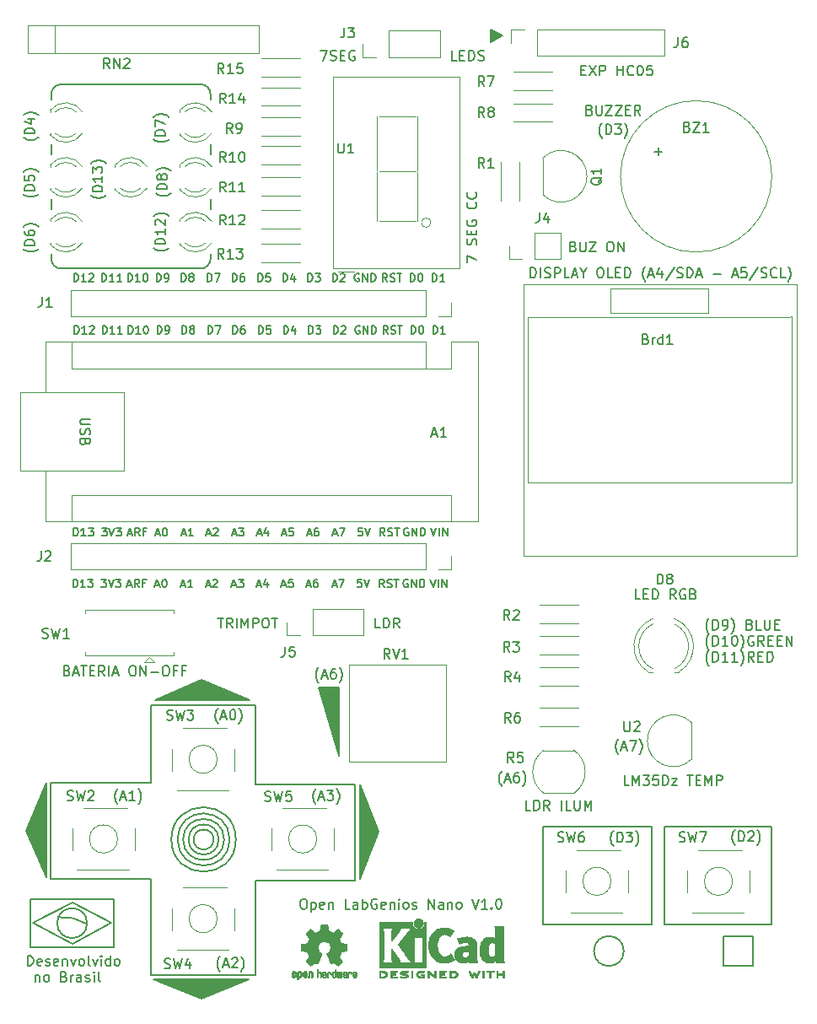
<source format=gto>
%TF.GenerationSoftware,KiCad,Pcbnew,7.0.6*%
%TF.CreationDate,2023-07-29T04:39:01-03:00*%
%TF.ProjectId,OpenLabGeniosNano_V1,4f70656e-4c61-4624-9765-6e696f734e61,V1.0*%
%TF.SameCoordinates,Original*%
%TF.FileFunction,Legend,Top*%
%TF.FilePolarity,Positive*%
%FSLAX46Y46*%
G04 Gerber Fmt 4.6, Leading zero omitted, Abs format (unit mm)*
G04 Created by KiCad (PCBNEW 7.0.6) date 2023-07-29 04:39:01*
%MOMM*%
%LPD*%
G01*
G04 APERTURE LIST*
%ADD10C,0.150000*%
%ADD11C,0.200000*%
%ADD12C,0.010000*%
%ADD13C,0.120000*%
G04 APERTURE END LIST*
D10*
X124700000Y-108000000D02*
X135300000Y-108000000D01*
X103900000Y-100900000D02*
X101900000Y-94000000D01*
X103900000Y-94000000D01*
X103900000Y-100900000D01*
G36*
X103900000Y-100900000D02*
G01*
X101900000Y-94000000D01*
X103900000Y-94000000D01*
X103900000Y-100900000D01*
G37*
X75000000Y-45000000D02*
X75000000Y-46000000D01*
X75000000Y-50500000D02*
X75000000Y-51000000D01*
X135300000Y-108000000D02*
X135300000Y-117800000D01*
X77100000Y-119800000D02*
X73200000Y-117700000D01*
X136600000Y-108000000D02*
X136700000Y-108000000D01*
X132500000Y-120500000D02*
G75*
G03*
X132500000Y-120500000I-1500000J0D01*
G01*
X91000000Y-34500000D02*
G75*
G03*
X90000000Y-33500000I-1000000J0D01*
G01*
X142500000Y-119000000D02*
X145500000Y-119000000D01*
X145500000Y-122000000D01*
X142500000Y-122000000D01*
X142500000Y-119000000D01*
X91000000Y-51000000D02*
X91000000Y-50500000D01*
X76000000Y-33500000D02*
X90000000Y-33500000D01*
X75000000Y-35000000D02*
X75000000Y-34500000D01*
X93538827Y-109300000D02*
G75*
G03*
X93538827Y-109300000I-3238827J0D01*
G01*
X90100000Y-125300000D02*
X85300000Y-123300000D01*
X94800000Y-123300000D01*
X90100000Y-125300000D01*
G36*
X90100000Y-125300000D02*
G01*
X85300000Y-123300000D01*
X94800000Y-123300000D01*
X90100000Y-125300000D01*
G37*
X124400000Y-117800000D02*
X124400000Y-108000000D01*
X74900000Y-113300000D02*
X74900000Y-104000000D01*
X91813275Y-109300000D02*
G75*
G03*
X91813275Y-109300000I-1513275J0D01*
G01*
X92917250Y-109300000D02*
G75*
G03*
X92917250Y-109300000I-2617250J0D01*
G01*
X91000000Y-39500000D02*
X91000000Y-40500000D01*
X107900000Y-108500000D02*
X106000000Y-113300000D01*
X106000000Y-103800000D01*
X107900000Y-108500000D01*
G36*
X107900000Y-108500000D02*
G01*
X106000000Y-113300000D01*
X106000000Y-103800000D01*
X107900000Y-108500000D01*
G37*
X135300000Y-117800000D02*
X124400000Y-117800000D01*
X95500000Y-103800000D02*
X105500000Y-103800000D01*
X95500000Y-113400000D02*
X95500000Y-122900000D01*
X85000000Y-95800000D02*
X95500000Y-95800000D01*
X85000000Y-103600000D02*
X85000000Y-95800000D01*
X78550123Y-117776893D02*
G75*
G03*
X75800000Y-117100002I-2350123J-3623107D01*
G01*
X75000000Y-39500000D02*
X75000000Y-40500000D01*
X76000000Y-52000000D02*
X90000000Y-52000000D01*
X94900000Y-95300000D02*
X85400000Y-95300000D01*
X90100000Y-93300000D01*
X94900000Y-95300000D01*
G36*
X94900000Y-95300000D02*
G01*
X85400000Y-95300000D01*
X90100000Y-93300000D01*
X94900000Y-95300000D01*
G37*
X74900000Y-104000000D02*
X74900000Y-103600000D01*
X90000000Y-52000000D02*
G75*
G03*
X91000000Y-51000000I0J1000000D01*
G01*
X77100000Y-115600000D02*
X81000000Y-117700000D01*
X75000000Y-51000000D02*
G75*
G03*
X76000000Y-52000000I1000000J0D01*
G01*
X105500000Y-113400000D02*
X95500000Y-113400000D01*
X147300000Y-108000000D02*
X147300000Y-117800000D01*
X78600000Y-117700000D02*
G75*
G03*
X78600000Y-117700000I-1500000J0D01*
G01*
X91000000Y-45000000D02*
X91000000Y-46000000D01*
X124400000Y-108000000D02*
X124700000Y-108000000D01*
X95500000Y-122900000D02*
X85000000Y-122900000D01*
X95500000Y-95800000D02*
X95500000Y-103800000D01*
X91304988Y-109300000D02*
G75*
G03*
X91304988Y-109300000I-1004988J0D01*
G01*
X73200000Y-117700000D02*
X77100000Y-115600000D01*
X92359126Y-109300000D02*
G75*
G03*
X92359126Y-109300000I-2059126J0D01*
G01*
X81000000Y-117700000D02*
X77100000Y-119800000D01*
X72900000Y-115300000D02*
X81300000Y-115300000D01*
X81300000Y-120100000D01*
X72900000Y-120100000D01*
X72900000Y-115300000D01*
X74500000Y-113100000D02*
X72500000Y-108400000D01*
X74500000Y-103600000D01*
X74500000Y-113100000D01*
G36*
X74500000Y-113100000D02*
G01*
X72500000Y-108400000D01*
X74500000Y-103600000D01*
X74500000Y-113100000D01*
G37*
X147300000Y-117800000D02*
X136600000Y-117800000D01*
X120300000Y-28600000D02*
X119100000Y-29300000D01*
X119100000Y-28000000D01*
X120300000Y-28600000D01*
G36*
X120300000Y-28600000D02*
G01*
X119100000Y-29300000D01*
X119100000Y-28000000D01*
X120300000Y-28600000D01*
G37*
X85000000Y-122900000D02*
X85000000Y-113300000D01*
X136600000Y-117800000D02*
X136600000Y-108000000D01*
X105500000Y-103800000D02*
X105500000Y-113400000D01*
X136700000Y-108000000D02*
X147300000Y-108000000D01*
X85000000Y-103600000D02*
X74900000Y-103600000D01*
X91000000Y-34500000D02*
X91000000Y-35000000D01*
X76000000Y-33500000D02*
G75*
G03*
X75000000Y-34500000I0J-1000000D01*
G01*
X85000000Y-113300000D02*
X74900000Y-113300000D01*
X77289160Y-53294295D02*
X77289160Y-52494295D01*
X77289160Y-52494295D02*
X77479636Y-52494295D01*
X77479636Y-52494295D02*
X77593922Y-52532390D01*
X77593922Y-52532390D02*
X77670112Y-52608580D01*
X77670112Y-52608580D02*
X77708207Y-52684771D01*
X77708207Y-52684771D02*
X77746303Y-52837152D01*
X77746303Y-52837152D02*
X77746303Y-52951438D01*
X77746303Y-52951438D02*
X77708207Y-53103819D01*
X77708207Y-53103819D02*
X77670112Y-53180009D01*
X77670112Y-53180009D02*
X77593922Y-53256200D01*
X77593922Y-53256200D02*
X77479636Y-53294295D01*
X77479636Y-53294295D02*
X77289160Y-53294295D01*
X78508207Y-53294295D02*
X78051064Y-53294295D01*
X78279636Y-53294295D02*
X78279636Y-52494295D01*
X78279636Y-52494295D02*
X78203445Y-52608580D01*
X78203445Y-52608580D02*
X78127255Y-52684771D01*
X78127255Y-52684771D02*
X78051064Y-52722866D01*
X78812969Y-52570485D02*
X78851065Y-52532390D01*
X78851065Y-52532390D02*
X78927255Y-52494295D01*
X78927255Y-52494295D02*
X79117731Y-52494295D01*
X79117731Y-52494295D02*
X79193922Y-52532390D01*
X79193922Y-52532390D02*
X79232017Y-52570485D01*
X79232017Y-52570485D02*
X79270112Y-52646676D01*
X79270112Y-52646676D02*
X79270112Y-52722866D01*
X79270112Y-52722866D02*
X79232017Y-52837152D01*
X79232017Y-52837152D02*
X78774874Y-53294295D01*
X78774874Y-53294295D02*
X79270112Y-53294295D01*
X73710771Y-44517506D02*
X73663152Y-44565125D01*
X73663152Y-44565125D02*
X73520295Y-44660363D01*
X73520295Y-44660363D02*
X73425057Y-44707982D01*
X73425057Y-44707982D02*
X73282200Y-44755601D01*
X73282200Y-44755601D02*
X73044104Y-44803220D01*
X73044104Y-44803220D02*
X72853628Y-44803220D01*
X72853628Y-44803220D02*
X72615533Y-44755601D01*
X72615533Y-44755601D02*
X72472676Y-44707982D01*
X72472676Y-44707982D02*
X72377438Y-44660363D01*
X72377438Y-44660363D02*
X72234580Y-44565125D01*
X72234580Y-44565125D02*
X72186961Y-44517506D01*
X73329819Y-44136553D02*
X72329819Y-44136553D01*
X72329819Y-44136553D02*
X72329819Y-43898458D01*
X72329819Y-43898458D02*
X72377438Y-43755601D01*
X72377438Y-43755601D02*
X72472676Y-43660363D01*
X72472676Y-43660363D02*
X72567914Y-43612744D01*
X72567914Y-43612744D02*
X72758390Y-43565125D01*
X72758390Y-43565125D02*
X72901247Y-43565125D01*
X72901247Y-43565125D02*
X73091723Y-43612744D01*
X73091723Y-43612744D02*
X73186961Y-43660363D01*
X73186961Y-43660363D02*
X73282200Y-43755601D01*
X73282200Y-43755601D02*
X73329819Y-43898458D01*
X73329819Y-43898458D02*
X73329819Y-44136553D01*
X72329819Y-42660363D02*
X72329819Y-43136553D01*
X72329819Y-43136553D02*
X72806009Y-43184172D01*
X72806009Y-43184172D02*
X72758390Y-43136553D01*
X72758390Y-43136553D02*
X72710771Y-43041315D01*
X72710771Y-43041315D02*
X72710771Y-42803220D01*
X72710771Y-42803220D02*
X72758390Y-42707982D01*
X72758390Y-42707982D02*
X72806009Y-42660363D01*
X72806009Y-42660363D02*
X72901247Y-42612744D01*
X72901247Y-42612744D02*
X73139342Y-42612744D01*
X73139342Y-42612744D02*
X73234580Y-42660363D01*
X73234580Y-42660363D02*
X73282200Y-42707982D01*
X73282200Y-42707982D02*
X73329819Y-42803220D01*
X73329819Y-42803220D02*
X73329819Y-43041315D01*
X73329819Y-43041315D02*
X73282200Y-43136553D01*
X73282200Y-43136553D02*
X73234580Y-43184172D01*
X73710771Y-42279410D02*
X73663152Y-42231791D01*
X73663152Y-42231791D02*
X73520295Y-42136553D01*
X73520295Y-42136553D02*
X73425057Y-42088934D01*
X73425057Y-42088934D02*
X73282200Y-42041315D01*
X73282200Y-42041315D02*
X73044104Y-41993696D01*
X73044104Y-41993696D02*
X72853628Y-41993696D01*
X72853628Y-41993696D02*
X72615533Y-42041315D01*
X72615533Y-42041315D02*
X72472676Y-42088934D01*
X72472676Y-42088934D02*
X72377438Y-42136553D01*
X72377438Y-42136553D02*
X72234580Y-42231791D01*
X72234580Y-42231791D02*
X72186961Y-42279410D01*
D11*
X123145863Y-106367219D02*
X122669673Y-106367219D01*
X122669673Y-106367219D02*
X122669673Y-105367219D01*
X123479197Y-106367219D02*
X123479197Y-105367219D01*
X123479197Y-105367219D02*
X123717292Y-105367219D01*
X123717292Y-105367219D02*
X123860149Y-105414838D01*
X123860149Y-105414838D02*
X123955387Y-105510076D01*
X123955387Y-105510076D02*
X124003006Y-105605314D01*
X124003006Y-105605314D02*
X124050625Y-105795790D01*
X124050625Y-105795790D02*
X124050625Y-105938647D01*
X124050625Y-105938647D02*
X124003006Y-106129123D01*
X124003006Y-106129123D02*
X123955387Y-106224361D01*
X123955387Y-106224361D02*
X123860149Y-106319600D01*
X123860149Y-106319600D02*
X123717292Y-106367219D01*
X123717292Y-106367219D02*
X123479197Y-106367219D01*
X125050625Y-106367219D02*
X124717292Y-105891028D01*
X124479197Y-106367219D02*
X124479197Y-105367219D01*
X124479197Y-105367219D02*
X124860149Y-105367219D01*
X124860149Y-105367219D02*
X124955387Y-105414838D01*
X124955387Y-105414838D02*
X125003006Y-105462457D01*
X125003006Y-105462457D02*
X125050625Y-105557695D01*
X125050625Y-105557695D02*
X125050625Y-105700552D01*
X125050625Y-105700552D02*
X125003006Y-105795790D01*
X125003006Y-105795790D02*
X124955387Y-105843409D01*
X124955387Y-105843409D02*
X124860149Y-105891028D01*
X124860149Y-105891028D02*
X124479197Y-105891028D01*
X126241102Y-106367219D02*
X126241102Y-105367219D01*
X127193482Y-106367219D02*
X126717292Y-106367219D01*
X126717292Y-106367219D02*
X126717292Y-105367219D01*
X127526816Y-105367219D02*
X127526816Y-106176742D01*
X127526816Y-106176742D02*
X127574435Y-106271980D01*
X127574435Y-106271980D02*
X127622054Y-106319600D01*
X127622054Y-106319600D02*
X127717292Y-106367219D01*
X127717292Y-106367219D02*
X127907768Y-106367219D01*
X127907768Y-106367219D02*
X128003006Y-106319600D01*
X128003006Y-106319600D02*
X128050625Y-106271980D01*
X128050625Y-106271980D02*
X128098244Y-106176742D01*
X128098244Y-106176742D02*
X128098244Y-105367219D01*
X128574435Y-106367219D02*
X128574435Y-105367219D01*
X128574435Y-105367219D02*
X128907768Y-106081504D01*
X128907768Y-106081504D02*
X129241101Y-105367219D01*
X129241101Y-105367219D02*
X129241101Y-106367219D01*
D10*
X88089160Y-53294295D02*
X88089160Y-52494295D01*
X88089160Y-52494295D02*
X88279636Y-52494295D01*
X88279636Y-52494295D02*
X88393922Y-52532390D01*
X88393922Y-52532390D02*
X88470112Y-52608580D01*
X88470112Y-52608580D02*
X88508207Y-52684771D01*
X88508207Y-52684771D02*
X88546303Y-52837152D01*
X88546303Y-52837152D02*
X88546303Y-52951438D01*
X88546303Y-52951438D02*
X88508207Y-53103819D01*
X88508207Y-53103819D02*
X88470112Y-53180009D01*
X88470112Y-53180009D02*
X88393922Y-53256200D01*
X88393922Y-53256200D02*
X88279636Y-53294295D01*
X88279636Y-53294295D02*
X88089160Y-53294295D01*
X89003445Y-52837152D02*
X88927255Y-52799057D01*
X88927255Y-52799057D02*
X88889160Y-52760961D01*
X88889160Y-52760961D02*
X88851064Y-52684771D01*
X88851064Y-52684771D02*
X88851064Y-52646676D01*
X88851064Y-52646676D02*
X88889160Y-52570485D01*
X88889160Y-52570485D02*
X88927255Y-52532390D01*
X88927255Y-52532390D02*
X89003445Y-52494295D01*
X89003445Y-52494295D02*
X89155826Y-52494295D01*
X89155826Y-52494295D02*
X89232017Y-52532390D01*
X89232017Y-52532390D02*
X89270112Y-52570485D01*
X89270112Y-52570485D02*
X89308207Y-52646676D01*
X89308207Y-52646676D02*
X89308207Y-52684771D01*
X89308207Y-52684771D02*
X89270112Y-52760961D01*
X89270112Y-52760961D02*
X89232017Y-52799057D01*
X89232017Y-52799057D02*
X89155826Y-52837152D01*
X89155826Y-52837152D02*
X89003445Y-52837152D01*
X89003445Y-52837152D02*
X88927255Y-52875247D01*
X88927255Y-52875247D02*
X88889160Y-52913342D01*
X88889160Y-52913342D02*
X88851064Y-52989533D01*
X88851064Y-52989533D02*
X88851064Y-53141914D01*
X88851064Y-53141914D02*
X88889160Y-53218104D01*
X88889160Y-53218104D02*
X88927255Y-53256200D01*
X88927255Y-53256200D02*
X89003445Y-53294295D01*
X89003445Y-53294295D02*
X89155826Y-53294295D01*
X89155826Y-53294295D02*
X89232017Y-53256200D01*
X89232017Y-53256200D02*
X89270112Y-53218104D01*
X89270112Y-53218104D02*
X89308207Y-53141914D01*
X89308207Y-53141914D02*
X89308207Y-52989533D01*
X89308207Y-52989533D02*
X89270112Y-52913342D01*
X89270112Y-52913342D02*
X89232017Y-52875247D01*
X89232017Y-52875247D02*
X89155826Y-52837152D01*
X98211064Y-78605723D02*
X98592017Y-78605723D01*
X98134874Y-78834295D02*
X98401541Y-78034295D01*
X98401541Y-78034295D02*
X98668207Y-78834295D01*
X99315826Y-78034295D02*
X98934874Y-78034295D01*
X98934874Y-78034295D02*
X98896778Y-78415247D01*
X98896778Y-78415247D02*
X98934874Y-78377152D01*
X98934874Y-78377152D02*
X99011064Y-78339057D01*
X99011064Y-78339057D02*
X99201540Y-78339057D01*
X99201540Y-78339057D02*
X99277731Y-78377152D01*
X99277731Y-78377152D02*
X99315826Y-78415247D01*
X99315826Y-78415247D02*
X99353921Y-78491438D01*
X99353921Y-78491438D02*
X99353921Y-78681914D01*
X99353921Y-78681914D02*
X99315826Y-78758104D01*
X99315826Y-78758104D02*
X99277731Y-78796200D01*
X99277731Y-78796200D02*
X99201540Y-78834295D01*
X99201540Y-78834295D02*
X99011064Y-78834295D01*
X99011064Y-78834295D02*
X98934874Y-78796200D01*
X98934874Y-78796200D02*
X98896778Y-78758104D01*
X72636779Y-121959819D02*
X72636779Y-120959819D01*
X72636779Y-120959819D02*
X72874874Y-120959819D01*
X72874874Y-120959819D02*
X73017731Y-121007438D01*
X73017731Y-121007438D02*
X73112969Y-121102676D01*
X73112969Y-121102676D02*
X73160588Y-121197914D01*
X73160588Y-121197914D02*
X73208207Y-121388390D01*
X73208207Y-121388390D02*
X73208207Y-121531247D01*
X73208207Y-121531247D02*
X73160588Y-121721723D01*
X73160588Y-121721723D02*
X73112969Y-121816961D01*
X73112969Y-121816961D02*
X73017731Y-121912200D01*
X73017731Y-121912200D02*
X72874874Y-121959819D01*
X72874874Y-121959819D02*
X72636779Y-121959819D01*
X74017731Y-121912200D02*
X73922493Y-121959819D01*
X73922493Y-121959819D02*
X73732017Y-121959819D01*
X73732017Y-121959819D02*
X73636779Y-121912200D01*
X73636779Y-121912200D02*
X73589160Y-121816961D01*
X73589160Y-121816961D02*
X73589160Y-121436009D01*
X73589160Y-121436009D02*
X73636779Y-121340771D01*
X73636779Y-121340771D02*
X73732017Y-121293152D01*
X73732017Y-121293152D02*
X73922493Y-121293152D01*
X73922493Y-121293152D02*
X74017731Y-121340771D01*
X74017731Y-121340771D02*
X74065350Y-121436009D01*
X74065350Y-121436009D02*
X74065350Y-121531247D01*
X74065350Y-121531247D02*
X73589160Y-121626485D01*
X74446303Y-121912200D02*
X74541541Y-121959819D01*
X74541541Y-121959819D02*
X74732017Y-121959819D01*
X74732017Y-121959819D02*
X74827255Y-121912200D01*
X74827255Y-121912200D02*
X74874874Y-121816961D01*
X74874874Y-121816961D02*
X74874874Y-121769342D01*
X74874874Y-121769342D02*
X74827255Y-121674104D01*
X74827255Y-121674104D02*
X74732017Y-121626485D01*
X74732017Y-121626485D02*
X74589160Y-121626485D01*
X74589160Y-121626485D02*
X74493922Y-121578866D01*
X74493922Y-121578866D02*
X74446303Y-121483628D01*
X74446303Y-121483628D02*
X74446303Y-121436009D01*
X74446303Y-121436009D02*
X74493922Y-121340771D01*
X74493922Y-121340771D02*
X74589160Y-121293152D01*
X74589160Y-121293152D02*
X74732017Y-121293152D01*
X74732017Y-121293152D02*
X74827255Y-121340771D01*
X75684398Y-121912200D02*
X75589160Y-121959819D01*
X75589160Y-121959819D02*
X75398684Y-121959819D01*
X75398684Y-121959819D02*
X75303446Y-121912200D01*
X75303446Y-121912200D02*
X75255827Y-121816961D01*
X75255827Y-121816961D02*
X75255827Y-121436009D01*
X75255827Y-121436009D02*
X75303446Y-121340771D01*
X75303446Y-121340771D02*
X75398684Y-121293152D01*
X75398684Y-121293152D02*
X75589160Y-121293152D01*
X75589160Y-121293152D02*
X75684398Y-121340771D01*
X75684398Y-121340771D02*
X75732017Y-121436009D01*
X75732017Y-121436009D02*
X75732017Y-121531247D01*
X75732017Y-121531247D02*
X75255827Y-121626485D01*
X76160589Y-121293152D02*
X76160589Y-121959819D01*
X76160589Y-121388390D02*
X76208208Y-121340771D01*
X76208208Y-121340771D02*
X76303446Y-121293152D01*
X76303446Y-121293152D02*
X76446303Y-121293152D01*
X76446303Y-121293152D02*
X76541541Y-121340771D01*
X76541541Y-121340771D02*
X76589160Y-121436009D01*
X76589160Y-121436009D02*
X76589160Y-121959819D01*
X76970113Y-121293152D02*
X77208208Y-121959819D01*
X77208208Y-121959819D02*
X77446303Y-121293152D01*
X77970113Y-121959819D02*
X77874875Y-121912200D01*
X77874875Y-121912200D02*
X77827256Y-121864580D01*
X77827256Y-121864580D02*
X77779637Y-121769342D01*
X77779637Y-121769342D02*
X77779637Y-121483628D01*
X77779637Y-121483628D02*
X77827256Y-121388390D01*
X77827256Y-121388390D02*
X77874875Y-121340771D01*
X77874875Y-121340771D02*
X77970113Y-121293152D01*
X77970113Y-121293152D02*
X78112970Y-121293152D01*
X78112970Y-121293152D02*
X78208208Y-121340771D01*
X78208208Y-121340771D02*
X78255827Y-121388390D01*
X78255827Y-121388390D02*
X78303446Y-121483628D01*
X78303446Y-121483628D02*
X78303446Y-121769342D01*
X78303446Y-121769342D02*
X78255827Y-121864580D01*
X78255827Y-121864580D02*
X78208208Y-121912200D01*
X78208208Y-121912200D02*
X78112970Y-121959819D01*
X78112970Y-121959819D02*
X77970113Y-121959819D01*
X78874875Y-121959819D02*
X78779637Y-121912200D01*
X78779637Y-121912200D02*
X78732018Y-121816961D01*
X78732018Y-121816961D02*
X78732018Y-120959819D01*
X79160590Y-121293152D02*
X79398685Y-121959819D01*
X79398685Y-121959819D02*
X79636780Y-121293152D01*
X80017733Y-121959819D02*
X80017733Y-121293152D01*
X80017733Y-120959819D02*
X79970114Y-121007438D01*
X79970114Y-121007438D02*
X80017733Y-121055057D01*
X80017733Y-121055057D02*
X80065352Y-121007438D01*
X80065352Y-121007438D02*
X80017733Y-120959819D01*
X80017733Y-120959819D02*
X80017733Y-121055057D01*
X80922494Y-121959819D02*
X80922494Y-120959819D01*
X80922494Y-121912200D02*
X80827256Y-121959819D01*
X80827256Y-121959819D02*
X80636780Y-121959819D01*
X80636780Y-121959819D02*
X80541542Y-121912200D01*
X80541542Y-121912200D02*
X80493923Y-121864580D01*
X80493923Y-121864580D02*
X80446304Y-121769342D01*
X80446304Y-121769342D02*
X80446304Y-121483628D01*
X80446304Y-121483628D02*
X80493923Y-121388390D01*
X80493923Y-121388390D02*
X80541542Y-121340771D01*
X80541542Y-121340771D02*
X80636780Y-121293152D01*
X80636780Y-121293152D02*
X80827256Y-121293152D01*
X80827256Y-121293152D02*
X80922494Y-121340771D01*
X81541542Y-121959819D02*
X81446304Y-121912200D01*
X81446304Y-121912200D02*
X81398685Y-121864580D01*
X81398685Y-121864580D02*
X81351066Y-121769342D01*
X81351066Y-121769342D02*
X81351066Y-121483628D01*
X81351066Y-121483628D02*
X81398685Y-121388390D01*
X81398685Y-121388390D02*
X81446304Y-121340771D01*
X81446304Y-121340771D02*
X81541542Y-121293152D01*
X81541542Y-121293152D02*
X81684399Y-121293152D01*
X81684399Y-121293152D02*
X81779637Y-121340771D01*
X81779637Y-121340771D02*
X81827256Y-121388390D01*
X81827256Y-121388390D02*
X81874875Y-121483628D01*
X81874875Y-121483628D02*
X81874875Y-121769342D01*
X81874875Y-121769342D02*
X81827256Y-121864580D01*
X81827256Y-121864580D02*
X81779637Y-121912200D01*
X81779637Y-121912200D02*
X81684399Y-121959819D01*
X81684399Y-121959819D02*
X81541542Y-121959819D01*
X73398684Y-122903152D02*
X73398684Y-123569819D01*
X73398684Y-122998390D02*
X73446303Y-122950771D01*
X73446303Y-122950771D02*
X73541541Y-122903152D01*
X73541541Y-122903152D02*
X73684398Y-122903152D01*
X73684398Y-122903152D02*
X73779636Y-122950771D01*
X73779636Y-122950771D02*
X73827255Y-123046009D01*
X73827255Y-123046009D02*
X73827255Y-123569819D01*
X74446303Y-123569819D02*
X74351065Y-123522200D01*
X74351065Y-123522200D02*
X74303446Y-123474580D01*
X74303446Y-123474580D02*
X74255827Y-123379342D01*
X74255827Y-123379342D02*
X74255827Y-123093628D01*
X74255827Y-123093628D02*
X74303446Y-122998390D01*
X74303446Y-122998390D02*
X74351065Y-122950771D01*
X74351065Y-122950771D02*
X74446303Y-122903152D01*
X74446303Y-122903152D02*
X74589160Y-122903152D01*
X74589160Y-122903152D02*
X74684398Y-122950771D01*
X74684398Y-122950771D02*
X74732017Y-122998390D01*
X74732017Y-122998390D02*
X74779636Y-123093628D01*
X74779636Y-123093628D02*
X74779636Y-123379342D01*
X74779636Y-123379342D02*
X74732017Y-123474580D01*
X74732017Y-123474580D02*
X74684398Y-123522200D01*
X74684398Y-123522200D02*
X74589160Y-123569819D01*
X74589160Y-123569819D02*
X74446303Y-123569819D01*
X76303446Y-123046009D02*
X76446303Y-123093628D01*
X76446303Y-123093628D02*
X76493922Y-123141247D01*
X76493922Y-123141247D02*
X76541541Y-123236485D01*
X76541541Y-123236485D02*
X76541541Y-123379342D01*
X76541541Y-123379342D02*
X76493922Y-123474580D01*
X76493922Y-123474580D02*
X76446303Y-123522200D01*
X76446303Y-123522200D02*
X76351065Y-123569819D01*
X76351065Y-123569819D02*
X75970113Y-123569819D01*
X75970113Y-123569819D02*
X75970113Y-122569819D01*
X75970113Y-122569819D02*
X76303446Y-122569819D01*
X76303446Y-122569819D02*
X76398684Y-122617438D01*
X76398684Y-122617438D02*
X76446303Y-122665057D01*
X76446303Y-122665057D02*
X76493922Y-122760295D01*
X76493922Y-122760295D02*
X76493922Y-122855533D01*
X76493922Y-122855533D02*
X76446303Y-122950771D01*
X76446303Y-122950771D02*
X76398684Y-122998390D01*
X76398684Y-122998390D02*
X76303446Y-123046009D01*
X76303446Y-123046009D02*
X75970113Y-123046009D01*
X76970113Y-123569819D02*
X76970113Y-122903152D01*
X76970113Y-123093628D02*
X77017732Y-122998390D01*
X77017732Y-122998390D02*
X77065351Y-122950771D01*
X77065351Y-122950771D02*
X77160589Y-122903152D01*
X77160589Y-122903152D02*
X77255827Y-122903152D01*
X78017732Y-123569819D02*
X78017732Y-123046009D01*
X78017732Y-123046009D02*
X77970113Y-122950771D01*
X77970113Y-122950771D02*
X77874875Y-122903152D01*
X77874875Y-122903152D02*
X77684399Y-122903152D01*
X77684399Y-122903152D02*
X77589161Y-122950771D01*
X78017732Y-123522200D02*
X77922494Y-123569819D01*
X77922494Y-123569819D02*
X77684399Y-123569819D01*
X77684399Y-123569819D02*
X77589161Y-123522200D01*
X77589161Y-123522200D02*
X77541542Y-123426961D01*
X77541542Y-123426961D02*
X77541542Y-123331723D01*
X77541542Y-123331723D02*
X77589161Y-123236485D01*
X77589161Y-123236485D02*
X77684399Y-123188866D01*
X77684399Y-123188866D02*
X77922494Y-123188866D01*
X77922494Y-123188866D02*
X78017732Y-123141247D01*
X78446304Y-123522200D02*
X78541542Y-123569819D01*
X78541542Y-123569819D02*
X78732018Y-123569819D01*
X78732018Y-123569819D02*
X78827256Y-123522200D01*
X78827256Y-123522200D02*
X78874875Y-123426961D01*
X78874875Y-123426961D02*
X78874875Y-123379342D01*
X78874875Y-123379342D02*
X78827256Y-123284104D01*
X78827256Y-123284104D02*
X78732018Y-123236485D01*
X78732018Y-123236485D02*
X78589161Y-123236485D01*
X78589161Y-123236485D02*
X78493923Y-123188866D01*
X78493923Y-123188866D02*
X78446304Y-123093628D01*
X78446304Y-123093628D02*
X78446304Y-123046009D01*
X78446304Y-123046009D02*
X78493923Y-122950771D01*
X78493923Y-122950771D02*
X78589161Y-122903152D01*
X78589161Y-122903152D02*
X78732018Y-122903152D01*
X78732018Y-122903152D02*
X78827256Y-122950771D01*
X79303447Y-123569819D02*
X79303447Y-122903152D01*
X79303447Y-122569819D02*
X79255828Y-122617438D01*
X79255828Y-122617438D02*
X79303447Y-122665057D01*
X79303447Y-122665057D02*
X79351066Y-122617438D01*
X79351066Y-122617438D02*
X79303447Y-122569819D01*
X79303447Y-122569819D02*
X79303447Y-122665057D01*
X79922494Y-123569819D02*
X79827256Y-123522200D01*
X79827256Y-123522200D02*
X79779637Y-123426961D01*
X79779637Y-123426961D02*
X79779637Y-122569819D01*
X80510771Y-44617506D02*
X80463152Y-44665125D01*
X80463152Y-44665125D02*
X80320295Y-44760363D01*
X80320295Y-44760363D02*
X80225057Y-44807982D01*
X80225057Y-44807982D02*
X80082200Y-44855601D01*
X80082200Y-44855601D02*
X79844104Y-44903220D01*
X79844104Y-44903220D02*
X79653628Y-44903220D01*
X79653628Y-44903220D02*
X79415533Y-44855601D01*
X79415533Y-44855601D02*
X79272676Y-44807982D01*
X79272676Y-44807982D02*
X79177438Y-44760363D01*
X79177438Y-44760363D02*
X79034580Y-44665125D01*
X79034580Y-44665125D02*
X78986961Y-44617506D01*
X80129819Y-44236553D02*
X79129819Y-44236553D01*
X79129819Y-44236553D02*
X79129819Y-43998458D01*
X79129819Y-43998458D02*
X79177438Y-43855601D01*
X79177438Y-43855601D02*
X79272676Y-43760363D01*
X79272676Y-43760363D02*
X79367914Y-43712744D01*
X79367914Y-43712744D02*
X79558390Y-43665125D01*
X79558390Y-43665125D02*
X79701247Y-43665125D01*
X79701247Y-43665125D02*
X79891723Y-43712744D01*
X79891723Y-43712744D02*
X79986961Y-43760363D01*
X79986961Y-43760363D02*
X80082200Y-43855601D01*
X80082200Y-43855601D02*
X80129819Y-43998458D01*
X80129819Y-43998458D02*
X80129819Y-44236553D01*
X80129819Y-42712744D02*
X80129819Y-43284172D01*
X80129819Y-42998458D02*
X79129819Y-42998458D01*
X79129819Y-42998458D02*
X79272676Y-43093696D01*
X79272676Y-43093696D02*
X79367914Y-43188934D01*
X79367914Y-43188934D02*
X79415533Y-43284172D01*
X79129819Y-42379410D02*
X79129819Y-41760363D01*
X79129819Y-41760363D02*
X79510771Y-42093696D01*
X79510771Y-42093696D02*
X79510771Y-41950839D01*
X79510771Y-41950839D02*
X79558390Y-41855601D01*
X79558390Y-41855601D02*
X79606009Y-41807982D01*
X79606009Y-41807982D02*
X79701247Y-41760363D01*
X79701247Y-41760363D02*
X79939342Y-41760363D01*
X79939342Y-41760363D02*
X80034580Y-41807982D01*
X80034580Y-41807982D02*
X80082200Y-41855601D01*
X80082200Y-41855601D02*
X80129819Y-41950839D01*
X80129819Y-41950839D02*
X80129819Y-42236553D01*
X80129819Y-42236553D02*
X80082200Y-42331791D01*
X80082200Y-42331791D02*
X80034580Y-42379410D01*
X80510771Y-41427029D02*
X80463152Y-41379410D01*
X80463152Y-41379410D02*
X80320295Y-41284172D01*
X80320295Y-41284172D02*
X80225057Y-41236553D01*
X80225057Y-41236553D02*
X80082200Y-41188934D01*
X80082200Y-41188934D02*
X79844104Y-41141315D01*
X79844104Y-41141315D02*
X79653628Y-41141315D01*
X79653628Y-41141315D02*
X79415533Y-41188934D01*
X79415533Y-41188934D02*
X79272676Y-41236553D01*
X79272676Y-41236553D02*
X79177438Y-41284172D01*
X79177438Y-41284172D02*
X79034580Y-41379410D01*
X79034580Y-41379410D02*
X78986961Y-41427029D01*
X90551064Y-83765723D02*
X90932017Y-83765723D01*
X90474874Y-83994295D02*
X90741541Y-83194295D01*
X90741541Y-83194295D02*
X91008207Y-83994295D01*
X91236778Y-83270485D02*
X91274874Y-83232390D01*
X91274874Y-83232390D02*
X91351064Y-83194295D01*
X91351064Y-83194295D02*
X91541540Y-83194295D01*
X91541540Y-83194295D02*
X91617731Y-83232390D01*
X91617731Y-83232390D02*
X91655826Y-83270485D01*
X91655826Y-83270485D02*
X91693921Y-83346676D01*
X91693921Y-83346676D02*
X91693921Y-83422866D01*
X91693921Y-83422866D02*
X91655826Y-83537152D01*
X91655826Y-83537152D02*
X91198683Y-83994295D01*
X91198683Y-83994295D02*
X91693921Y-83994295D01*
X108446303Y-83994295D02*
X108179636Y-83613342D01*
X107989160Y-83994295D02*
X107989160Y-83194295D01*
X107989160Y-83194295D02*
X108293922Y-83194295D01*
X108293922Y-83194295D02*
X108370112Y-83232390D01*
X108370112Y-83232390D02*
X108408207Y-83270485D01*
X108408207Y-83270485D02*
X108446303Y-83346676D01*
X108446303Y-83346676D02*
X108446303Y-83460961D01*
X108446303Y-83460961D02*
X108408207Y-83537152D01*
X108408207Y-83537152D02*
X108370112Y-83575247D01*
X108370112Y-83575247D02*
X108293922Y-83613342D01*
X108293922Y-83613342D02*
X107989160Y-83613342D01*
X108751064Y-83956200D02*
X108865350Y-83994295D01*
X108865350Y-83994295D02*
X109055826Y-83994295D01*
X109055826Y-83994295D02*
X109132017Y-83956200D01*
X109132017Y-83956200D02*
X109170112Y-83918104D01*
X109170112Y-83918104D02*
X109208207Y-83841914D01*
X109208207Y-83841914D02*
X109208207Y-83765723D01*
X109208207Y-83765723D02*
X109170112Y-83689533D01*
X109170112Y-83689533D02*
X109132017Y-83651438D01*
X109132017Y-83651438D02*
X109055826Y-83613342D01*
X109055826Y-83613342D02*
X108903445Y-83575247D01*
X108903445Y-83575247D02*
X108827255Y-83537152D01*
X108827255Y-83537152D02*
X108789160Y-83499057D01*
X108789160Y-83499057D02*
X108751064Y-83422866D01*
X108751064Y-83422866D02*
X108751064Y-83346676D01*
X108751064Y-83346676D02*
X108789160Y-83270485D01*
X108789160Y-83270485D02*
X108827255Y-83232390D01*
X108827255Y-83232390D02*
X108903445Y-83194295D01*
X108903445Y-83194295D02*
X109093922Y-83194295D01*
X109093922Y-83194295D02*
X109208207Y-83232390D01*
X109436779Y-83194295D02*
X109893922Y-83194295D01*
X109665350Y-83994295D02*
X109665350Y-83194295D01*
D11*
X134145863Y-85167219D02*
X133669673Y-85167219D01*
X133669673Y-85167219D02*
X133669673Y-84167219D01*
X134479197Y-84643409D02*
X134812530Y-84643409D01*
X134955387Y-85167219D02*
X134479197Y-85167219D01*
X134479197Y-85167219D02*
X134479197Y-84167219D01*
X134479197Y-84167219D02*
X134955387Y-84167219D01*
X135383959Y-85167219D02*
X135383959Y-84167219D01*
X135383959Y-84167219D02*
X135622054Y-84167219D01*
X135622054Y-84167219D02*
X135764911Y-84214838D01*
X135764911Y-84214838D02*
X135860149Y-84310076D01*
X135860149Y-84310076D02*
X135907768Y-84405314D01*
X135907768Y-84405314D02*
X135955387Y-84595790D01*
X135955387Y-84595790D02*
X135955387Y-84738647D01*
X135955387Y-84738647D02*
X135907768Y-84929123D01*
X135907768Y-84929123D02*
X135860149Y-85024361D01*
X135860149Y-85024361D02*
X135764911Y-85119600D01*
X135764911Y-85119600D02*
X135622054Y-85167219D01*
X135622054Y-85167219D02*
X135383959Y-85167219D01*
X137717292Y-85167219D02*
X137383959Y-84691028D01*
X137145864Y-85167219D02*
X137145864Y-84167219D01*
X137145864Y-84167219D02*
X137526816Y-84167219D01*
X137526816Y-84167219D02*
X137622054Y-84214838D01*
X137622054Y-84214838D02*
X137669673Y-84262457D01*
X137669673Y-84262457D02*
X137717292Y-84357695D01*
X137717292Y-84357695D02*
X137717292Y-84500552D01*
X137717292Y-84500552D02*
X137669673Y-84595790D01*
X137669673Y-84595790D02*
X137622054Y-84643409D01*
X137622054Y-84643409D02*
X137526816Y-84691028D01*
X137526816Y-84691028D02*
X137145864Y-84691028D01*
X138669673Y-84214838D02*
X138574435Y-84167219D01*
X138574435Y-84167219D02*
X138431578Y-84167219D01*
X138431578Y-84167219D02*
X138288721Y-84214838D01*
X138288721Y-84214838D02*
X138193483Y-84310076D01*
X138193483Y-84310076D02*
X138145864Y-84405314D01*
X138145864Y-84405314D02*
X138098245Y-84595790D01*
X138098245Y-84595790D02*
X138098245Y-84738647D01*
X138098245Y-84738647D02*
X138145864Y-84929123D01*
X138145864Y-84929123D02*
X138193483Y-85024361D01*
X138193483Y-85024361D02*
X138288721Y-85119600D01*
X138288721Y-85119600D02*
X138431578Y-85167219D01*
X138431578Y-85167219D02*
X138526816Y-85167219D01*
X138526816Y-85167219D02*
X138669673Y-85119600D01*
X138669673Y-85119600D02*
X138717292Y-85071980D01*
X138717292Y-85071980D02*
X138717292Y-84738647D01*
X138717292Y-84738647D02*
X138526816Y-84738647D01*
X139479197Y-84643409D02*
X139622054Y-84691028D01*
X139622054Y-84691028D02*
X139669673Y-84738647D01*
X139669673Y-84738647D02*
X139717292Y-84833885D01*
X139717292Y-84833885D02*
X139717292Y-84976742D01*
X139717292Y-84976742D02*
X139669673Y-85071980D01*
X139669673Y-85071980D02*
X139622054Y-85119600D01*
X139622054Y-85119600D02*
X139526816Y-85167219D01*
X139526816Y-85167219D02*
X139145864Y-85167219D01*
X139145864Y-85167219D02*
X139145864Y-84167219D01*
X139145864Y-84167219D02*
X139479197Y-84167219D01*
X139479197Y-84167219D02*
X139574435Y-84214838D01*
X139574435Y-84214838D02*
X139622054Y-84262457D01*
X139622054Y-84262457D02*
X139669673Y-84357695D01*
X139669673Y-84357695D02*
X139669673Y-84452933D01*
X139669673Y-84452933D02*
X139622054Y-84548171D01*
X139622054Y-84548171D02*
X139574435Y-84595790D01*
X139574435Y-84595790D02*
X139479197Y-84643409D01*
X139479197Y-84643409D02*
X139145864Y-84643409D01*
D10*
X113289160Y-53294295D02*
X113289160Y-52494295D01*
X113289160Y-52494295D02*
X113479636Y-52494295D01*
X113479636Y-52494295D02*
X113593922Y-52532390D01*
X113593922Y-52532390D02*
X113670112Y-52608580D01*
X113670112Y-52608580D02*
X113708207Y-52684771D01*
X113708207Y-52684771D02*
X113746303Y-52837152D01*
X113746303Y-52837152D02*
X113746303Y-52951438D01*
X113746303Y-52951438D02*
X113708207Y-53103819D01*
X113708207Y-53103819D02*
X113670112Y-53180009D01*
X113670112Y-53180009D02*
X113593922Y-53256200D01*
X113593922Y-53256200D02*
X113479636Y-53294295D01*
X113479636Y-53294295D02*
X113289160Y-53294295D01*
X114508207Y-53294295D02*
X114051064Y-53294295D01*
X114279636Y-53294295D02*
X114279636Y-52494295D01*
X114279636Y-52494295D02*
X114203445Y-52608580D01*
X114203445Y-52608580D02*
X114127255Y-52684771D01*
X114127255Y-52684771D02*
X114051064Y-52722866D01*
D11*
X108045863Y-88067219D02*
X107569673Y-88067219D01*
X107569673Y-88067219D02*
X107569673Y-87067219D01*
X108379197Y-88067219D02*
X108379197Y-87067219D01*
X108379197Y-87067219D02*
X108617292Y-87067219D01*
X108617292Y-87067219D02*
X108760149Y-87114838D01*
X108760149Y-87114838D02*
X108855387Y-87210076D01*
X108855387Y-87210076D02*
X108903006Y-87305314D01*
X108903006Y-87305314D02*
X108950625Y-87495790D01*
X108950625Y-87495790D02*
X108950625Y-87638647D01*
X108950625Y-87638647D02*
X108903006Y-87829123D01*
X108903006Y-87829123D02*
X108855387Y-87924361D01*
X108855387Y-87924361D02*
X108760149Y-88019600D01*
X108760149Y-88019600D02*
X108617292Y-88067219D01*
X108617292Y-88067219D02*
X108379197Y-88067219D01*
X109950625Y-88067219D02*
X109617292Y-87591028D01*
X109379197Y-88067219D02*
X109379197Y-87067219D01*
X109379197Y-87067219D02*
X109760149Y-87067219D01*
X109760149Y-87067219D02*
X109855387Y-87114838D01*
X109855387Y-87114838D02*
X109903006Y-87162457D01*
X109903006Y-87162457D02*
X109950625Y-87257695D01*
X109950625Y-87257695D02*
X109950625Y-87400552D01*
X109950625Y-87400552D02*
X109903006Y-87495790D01*
X109903006Y-87495790D02*
X109855387Y-87543409D01*
X109855387Y-87543409D02*
X109760149Y-87591028D01*
X109760149Y-87591028D02*
X109379197Y-87591028D01*
D10*
X80149160Y-58534295D02*
X80149160Y-57734295D01*
X80149160Y-57734295D02*
X80339636Y-57734295D01*
X80339636Y-57734295D02*
X80453922Y-57772390D01*
X80453922Y-57772390D02*
X80530112Y-57848580D01*
X80530112Y-57848580D02*
X80568207Y-57924771D01*
X80568207Y-57924771D02*
X80606303Y-58077152D01*
X80606303Y-58077152D02*
X80606303Y-58191438D01*
X80606303Y-58191438D02*
X80568207Y-58343819D01*
X80568207Y-58343819D02*
X80530112Y-58420009D01*
X80530112Y-58420009D02*
X80453922Y-58496200D01*
X80453922Y-58496200D02*
X80339636Y-58534295D01*
X80339636Y-58534295D02*
X80149160Y-58534295D01*
X81368207Y-58534295D02*
X80911064Y-58534295D01*
X81139636Y-58534295D02*
X81139636Y-57734295D01*
X81139636Y-57734295D02*
X81063445Y-57848580D01*
X81063445Y-57848580D02*
X80987255Y-57924771D01*
X80987255Y-57924771D02*
X80911064Y-57962866D01*
X82130112Y-58534295D02*
X81672969Y-58534295D01*
X81901541Y-58534295D02*
X81901541Y-57734295D01*
X81901541Y-57734295D02*
X81825350Y-57848580D01*
X81825350Y-57848580D02*
X81749160Y-57924771D01*
X81749160Y-57924771D02*
X81672969Y-57962866D01*
D11*
X115705863Y-31107219D02*
X115229673Y-31107219D01*
X115229673Y-31107219D02*
X115229673Y-30107219D01*
X116039197Y-30583409D02*
X116372530Y-30583409D01*
X116515387Y-31107219D02*
X116039197Y-31107219D01*
X116039197Y-31107219D02*
X116039197Y-30107219D01*
X116039197Y-30107219D02*
X116515387Y-30107219D01*
X116943959Y-31107219D02*
X116943959Y-30107219D01*
X116943959Y-30107219D02*
X117182054Y-30107219D01*
X117182054Y-30107219D02*
X117324911Y-30154838D01*
X117324911Y-30154838D02*
X117420149Y-30250076D01*
X117420149Y-30250076D02*
X117467768Y-30345314D01*
X117467768Y-30345314D02*
X117515387Y-30535790D01*
X117515387Y-30535790D02*
X117515387Y-30678647D01*
X117515387Y-30678647D02*
X117467768Y-30869123D01*
X117467768Y-30869123D02*
X117420149Y-30964361D01*
X117420149Y-30964361D02*
X117324911Y-31059600D01*
X117324911Y-31059600D02*
X117182054Y-31107219D01*
X117182054Y-31107219D02*
X116943959Y-31107219D01*
X117896340Y-31059600D02*
X118039197Y-31107219D01*
X118039197Y-31107219D02*
X118277292Y-31107219D01*
X118277292Y-31107219D02*
X118372530Y-31059600D01*
X118372530Y-31059600D02*
X118420149Y-31011980D01*
X118420149Y-31011980D02*
X118467768Y-30916742D01*
X118467768Y-30916742D02*
X118467768Y-30821504D01*
X118467768Y-30821504D02*
X118420149Y-30726266D01*
X118420149Y-30726266D02*
X118372530Y-30678647D01*
X118372530Y-30678647D02*
X118277292Y-30631028D01*
X118277292Y-30631028D02*
X118086816Y-30583409D01*
X118086816Y-30583409D02*
X117991578Y-30535790D01*
X117991578Y-30535790D02*
X117943959Y-30488171D01*
X117943959Y-30488171D02*
X117896340Y-30392933D01*
X117896340Y-30392933D02*
X117896340Y-30297695D01*
X117896340Y-30297695D02*
X117943959Y-30202457D01*
X117943959Y-30202457D02*
X117991578Y-30154838D01*
X117991578Y-30154838D02*
X118086816Y-30107219D01*
X118086816Y-30107219D02*
X118324911Y-30107219D01*
X118324911Y-30107219D02*
X118467768Y-30154838D01*
D10*
X100789160Y-53294295D02*
X100789160Y-52494295D01*
X100789160Y-52494295D02*
X100979636Y-52494295D01*
X100979636Y-52494295D02*
X101093922Y-52532390D01*
X101093922Y-52532390D02*
X101170112Y-52608580D01*
X101170112Y-52608580D02*
X101208207Y-52684771D01*
X101208207Y-52684771D02*
X101246303Y-52837152D01*
X101246303Y-52837152D02*
X101246303Y-52951438D01*
X101246303Y-52951438D02*
X101208207Y-53103819D01*
X101208207Y-53103819D02*
X101170112Y-53180009D01*
X101170112Y-53180009D02*
X101093922Y-53256200D01*
X101093922Y-53256200D02*
X100979636Y-53294295D01*
X100979636Y-53294295D02*
X100789160Y-53294295D01*
X101512969Y-52494295D02*
X102008207Y-52494295D01*
X102008207Y-52494295D02*
X101741541Y-52799057D01*
X101741541Y-52799057D02*
X101855826Y-52799057D01*
X101855826Y-52799057D02*
X101932017Y-52837152D01*
X101932017Y-52837152D02*
X101970112Y-52875247D01*
X101970112Y-52875247D02*
X102008207Y-52951438D01*
X102008207Y-52951438D02*
X102008207Y-53141914D01*
X102008207Y-53141914D02*
X101970112Y-53218104D01*
X101970112Y-53218104D02*
X101932017Y-53256200D01*
X101932017Y-53256200D02*
X101855826Y-53294295D01*
X101855826Y-53294295D02*
X101627255Y-53294295D01*
X101627255Y-53294295D02*
X101551064Y-53256200D01*
X101551064Y-53256200D02*
X101512969Y-53218104D01*
D11*
X128229673Y-32083409D02*
X128563006Y-32083409D01*
X128705863Y-32607219D02*
X128229673Y-32607219D01*
X128229673Y-32607219D02*
X128229673Y-31607219D01*
X128229673Y-31607219D02*
X128705863Y-31607219D01*
X129039197Y-31607219D02*
X129705863Y-32607219D01*
X129705863Y-31607219D02*
X129039197Y-32607219D01*
X130086816Y-32607219D02*
X130086816Y-31607219D01*
X130086816Y-31607219D02*
X130467768Y-31607219D01*
X130467768Y-31607219D02*
X130563006Y-31654838D01*
X130563006Y-31654838D02*
X130610625Y-31702457D01*
X130610625Y-31702457D02*
X130658244Y-31797695D01*
X130658244Y-31797695D02*
X130658244Y-31940552D01*
X130658244Y-31940552D02*
X130610625Y-32035790D01*
X130610625Y-32035790D02*
X130563006Y-32083409D01*
X130563006Y-32083409D02*
X130467768Y-32131028D01*
X130467768Y-32131028D02*
X130086816Y-32131028D01*
X131848721Y-32607219D02*
X131848721Y-31607219D01*
X131848721Y-32083409D02*
X132420149Y-32083409D01*
X132420149Y-32607219D02*
X132420149Y-31607219D01*
X133467768Y-32511980D02*
X133420149Y-32559600D01*
X133420149Y-32559600D02*
X133277292Y-32607219D01*
X133277292Y-32607219D02*
X133182054Y-32607219D01*
X133182054Y-32607219D02*
X133039197Y-32559600D01*
X133039197Y-32559600D02*
X132943959Y-32464361D01*
X132943959Y-32464361D02*
X132896340Y-32369123D01*
X132896340Y-32369123D02*
X132848721Y-32178647D01*
X132848721Y-32178647D02*
X132848721Y-32035790D01*
X132848721Y-32035790D02*
X132896340Y-31845314D01*
X132896340Y-31845314D02*
X132943959Y-31750076D01*
X132943959Y-31750076D02*
X133039197Y-31654838D01*
X133039197Y-31654838D02*
X133182054Y-31607219D01*
X133182054Y-31607219D02*
X133277292Y-31607219D01*
X133277292Y-31607219D02*
X133420149Y-31654838D01*
X133420149Y-31654838D02*
X133467768Y-31702457D01*
X134086816Y-31607219D02*
X134182054Y-31607219D01*
X134182054Y-31607219D02*
X134277292Y-31654838D01*
X134277292Y-31654838D02*
X134324911Y-31702457D01*
X134324911Y-31702457D02*
X134372530Y-31797695D01*
X134372530Y-31797695D02*
X134420149Y-31988171D01*
X134420149Y-31988171D02*
X134420149Y-32226266D01*
X134420149Y-32226266D02*
X134372530Y-32416742D01*
X134372530Y-32416742D02*
X134324911Y-32511980D01*
X134324911Y-32511980D02*
X134277292Y-32559600D01*
X134277292Y-32559600D02*
X134182054Y-32607219D01*
X134182054Y-32607219D02*
X134086816Y-32607219D01*
X134086816Y-32607219D02*
X133991578Y-32559600D01*
X133991578Y-32559600D02*
X133943959Y-32511980D01*
X133943959Y-32511980D02*
X133896340Y-32416742D01*
X133896340Y-32416742D02*
X133848721Y-32226266D01*
X133848721Y-32226266D02*
X133848721Y-31988171D01*
X133848721Y-31988171D02*
X133896340Y-31797695D01*
X133896340Y-31797695D02*
X133943959Y-31702457D01*
X133943959Y-31702457D02*
X133991578Y-31654838D01*
X133991578Y-31654838D02*
X134086816Y-31607219D01*
X135324911Y-31607219D02*
X134848721Y-31607219D01*
X134848721Y-31607219D02*
X134801102Y-32083409D01*
X134801102Y-32083409D02*
X134848721Y-32035790D01*
X134848721Y-32035790D02*
X134943959Y-31988171D01*
X134943959Y-31988171D02*
X135182054Y-31988171D01*
X135182054Y-31988171D02*
X135277292Y-32035790D01*
X135277292Y-32035790D02*
X135324911Y-32083409D01*
X135324911Y-32083409D02*
X135372530Y-32178647D01*
X135372530Y-32178647D02*
X135372530Y-32416742D01*
X135372530Y-32416742D02*
X135324911Y-32511980D01*
X135324911Y-32511980D02*
X135277292Y-32559600D01*
X135277292Y-32559600D02*
X135182054Y-32607219D01*
X135182054Y-32607219D02*
X134943959Y-32607219D01*
X134943959Y-32607219D02*
X134848721Y-32559600D01*
X134848721Y-32559600D02*
X134801102Y-32511980D01*
D10*
X73710771Y-50017506D02*
X73663152Y-50065125D01*
X73663152Y-50065125D02*
X73520295Y-50160363D01*
X73520295Y-50160363D02*
X73425057Y-50207982D01*
X73425057Y-50207982D02*
X73282200Y-50255601D01*
X73282200Y-50255601D02*
X73044104Y-50303220D01*
X73044104Y-50303220D02*
X72853628Y-50303220D01*
X72853628Y-50303220D02*
X72615533Y-50255601D01*
X72615533Y-50255601D02*
X72472676Y-50207982D01*
X72472676Y-50207982D02*
X72377438Y-50160363D01*
X72377438Y-50160363D02*
X72234580Y-50065125D01*
X72234580Y-50065125D02*
X72186961Y-50017506D01*
X73329819Y-49636553D02*
X72329819Y-49636553D01*
X72329819Y-49636553D02*
X72329819Y-49398458D01*
X72329819Y-49398458D02*
X72377438Y-49255601D01*
X72377438Y-49255601D02*
X72472676Y-49160363D01*
X72472676Y-49160363D02*
X72567914Y-49112744D01*
X72567914Y-49112744D02*
X72758390Y-49065125D01*
X72758390Y-49065125D02*
X72901247Y-49065125D01*
X72901247Y-49065125D02*
X73091723Y-49112744D01*
X73091723Y-49112744D02*
X73186961Y-49160363D01*
X73186961Y-49160363D02*
X73282200Y-49255601D01*
X73282200Y-49255601D02*
X73329819Y-49398458D01*
X73329819Y-49398458D02*
X73329819Y-49636553D01*
X72329819Y-48207982D02*
X72329819Y-48398458D01*
X72329819Y-48398458D02*
X72377438Y-48493696D01*
X72377438Y-48493696D02*
X72425057Y-48541315D01*
X72425057Y-48541315D02*
X72567914Y-48636553D01*
X72567914Y-48636553D02*
X72758390Y-48684172D01*
X72758390Y-48684172D02*
X73139342Y-48684172D01*
X73139342Y-48684172D02*
X73234580Y-48636553D01*
X73234580Y-48636553D02*
X73282200Y-48588934D01*
X73282200Y-48588934D02*
X73329819Y-48493696D01*
X73329819Y-48493696D02*
X73329819Y-48303220D01*
X73329819Y-48303220D02*
X73282200Y-48207982D01*
X73282200Y-48207982D02*
X73234580Y-48160363D01*
X73234580Y-48160363D02*
X73139342Y-48112744D01*
X73139342Y-48112744D02*
X72901247Y-48112744D01*
X72901247Y-48112744D02*
X72806009Y-48160363D01*
X72806009Y-48160363D02*
X72758390Y-48207982D01*
X72758390Y-48207982D02*
X72710771Y-48303220D01*
X72710771Y-48303220D02*
X72710771Y-48493696D01*
X72710771Y-48493696D02*
X72758390Y-48588934D01*
X72758390Y-48588934D02*
X72806009Y-48636553D01*
X72806009Y-48636553D02*
X72901247Y-48684172D01*
X73710771Y-47779410D02*
X73663152Y-47731791D01*
X73663152Y-47731791D02*
X73520295Y-47636553D01*
X73520295Y-47636553D02*
X73425057Y-47588934D01*
X73425057Y-47588934D02*
X73282200Y-47541315D01*
X73282200Y-47541315D02*
X73044104Y-47493696D01*
X73044104Y-47493696D02*
X72853628Y-47493696D01*
X72853628Y-47493696D02*
X72615533Y-47541315D01*
X72615533Y-47541315D02*
X72472676Y-47588934D01*
X72472676Y-47588934D02*
X72377438Y-47636553D01*
X72377438Y-47636553D02*
X72234580Y-47731791D01*
X72234580Y-47731791D02*
X72186961Y-47779410D01*
X77249160Y-78834295D02*
X77249160Y-78034295D01*
X77249160Y-78034295D02*
X77439636Y-78034295D01*
X77439636Y-78034295D02*
X77553922Y-78072390D01*
X77553922Y-78072390D02*
X77630112Y-78148580D01*
X77630112Y-78148580D02*
X77668207Y-78224771D01*
X77668207Y-78224771D02*
X77706303Y-78377152D01*
X77706303Y-78377152D02*
X77706303Y-78491438D01*
X77706303Y-78491438D02*
X77668207Y-78643819D01*
X77668207Y-78643819D02*
X77630112Y-78720009D01*
X77630112Y-78720009D02*
X77553922Y-78796200D01*
X77553922Y-78796200D02*
X77439636Y-78834295D01*
X77439636Y-78834295D02*
X77249160Y-78834295D01*
X78468207Y-78834295D02*
X78011064Y-78834295D01*
X78239636Y-78834295D02*
X78239636Y-78034295D01*
X78239636Y-78034295D02*
X78163445Y-78148580D01*
X78163445Y-78148580D02*
X78087255Y-78224771D01*
X78087255Y-78224771D02*
X78011064Y-78262866D01*
X78734874Y-78034295D02*
X79230112Y-78034295D01*
X79230112Y-78034295D02*
X78963446Y-78339057D01*
X78963446Y-78339057D02*
X79077731Y-78339057D01*
X79077731Y-78339057D02*
X79153922Y-78377152D01*
X79153922Y-78377152D02*
X79192017Y-78415247D01*
X79192017Y-78415247D02*
X79230112Y-78491438D01*
X79230112Y-78491438D02*
X79230112Y-78681914D01*
X79230112Y-78681914D02*
X79192017Y-78758104D01*
X79192017Y-78758104D02*
X79153922Y-78796200D01*
X79153922Y-78796200D02*
X79077731Y-78834295D01*
X79077731Y-78834295D02*
X78849160Y-78834295D01*
X78849160Y-78834295D02*
X78772969Y-78796200D01*
X78772969Y-78796200D02*
X78734874Y-78758104D01*
D11*
X130315387Y-38888171D02*
X130267768Y-38840552D01*
X130267768Y-38840552D02*
X130172530Y-38697695D01*
X130172530Y-38697695D02*
X130124911Y-38602457D01*
X130124911Y-38602457D02*
X130077292Y-38459600D01*
X130077292Y-38459600D02*
X130029673Y-38221504D01*
X130029673Y-38221504D02*
X130029673Y-38031028D01*
X130029673Y-38031028D02*
X130077292Y-37792933D01*
X130077292Y-37792933D02*
X130124911Y-37650076D01*
X130124911Y-37650076D02*
X130172530Y-37554838D01*
X130172530Y-37554838D02*
X130267768Y-37411980D01*
X130267768Y-37411980D02*
X130315387Y-37364361D01*
X130696340Y-38507219D02*
X130696340Y-37507219D01*
X130696340Y-37507219D02*
X130934435Y-37507219D01*
X130934435Y-37507219D02*
X131077292Y-37554838D01*
X131077292Y-37554838D02*
X131172530Y-37650076D01*
X131172530Y-37650076D02*
X131220149Y-37745314D01*
X131220149Y-37745314D02*
X131267768Y-37935790D01*
X131267768Y-37935790D02*
X131267768Y-38078647D01*
X131267768Y-38078647D02*
X131220149Y-38269123D01*
X131220149Y-38269123D02*
X131172530Y-38364361D01*
X131172530Y-38364361D02*
X131077292Y-38459600D01*
X131077292Y-38459600D02*
X130934435Y-38507219D01*
X130934435Y-38507219D02*
X130696340Y-38507219D01*
X131601102Y-37507219D02*
X132220149Y-37507219D01*
X132220149Y-37507219D02*
X131886816Y-37888171D01*
X131886816Y-37888171D02*
X132029673Y-37888171D01*
X132029673Y-37888171D02*
X132124911Y-37935790D01*
X132124911Y-37935790D02*
X132172530Y-37983409D01*
X132172530Y-37983409D02*
X132220149Y-38078647D01*
X132220149Y-38078647D02*
X132220149Y-38316742D01*
X132220149Y-38316742D02*
X132172530Y-38411980D01*
X132172530Y-38411980D02*
X132124911Y-38459600D01*
X132124911Y-38459600D02*
X132029673Y-38507219D01*
X132029673Y-38507219D02*
X131743959Y-38507219D01*
X131743959Y-38507219D02*
X131648721Y-38459600D01*
X131648721Y-38459600D02*
X131601102Y-38411980D01*
X132553483Y-38888171D02*
X132601102Y-38840552D01*
X132601102Y-38840552D02*
X132696340Y-38697695D01*
X132696340Y-38697695D02*
X132743959Y-38602457D01*
X132743959Y-38602457D02*
X132791578Y-38459600D01*
X132791578Y-38459600D02*
X132839197Y-38221504D01*
X132839197Y-38221504D02*
X132839197Y-38031028D01*
X132839197Y-38031028D02*
X132791578Y-37792933D01*
X132791578Y-37792933D02*
X132743959Y-37650076D01*
X132743959Y-37650076D02*
X132696340Y-37554838D01*
X132696340Y-37554838D02*
X132601102Y-37411980D01*
X132601102Y-37411980D02*
X132553483Y-37364361D01*
D10*
X82651064Y-83765723D02*
X83032017Y-83765723D01*
X82574874Y-83994295D02*
X82841541Y-83194295D01*
X82841541Y-83194295D02*
X83108207Y-83994295D01*
X83832017Y-83994295D02*
X83565350Y-83613342D01*
X83374874Y-83994295D02*
X83374874Y-83194295D01*
X83374874Y-83194295D02*
X83679636Y-83194295D01*
X83679636Y-83194295D02*
X83755826Y-83232390D01*
X83755826Y-83232390D02*
X83793921Y-83270485D01*
X83793921Y-83270485D02*
X83832017Y-83346676D01*
X83832017Y-83346676D02*
X83832017Y-83460961D01*
X83832017Y-83460961D02*
X83793921Y-83537152D01*
X83793921Y-83537152D02*
X83755826Y-83575247D01*
X83755826Y-83575247D02*
X83679636Y-83613342D01*
X83679636Y-83613342D02*
X83374874Y-83613342D01*
X84441540Y-83575247D02*
X84174874Y-83575247D01*
X84174874Y-83994295D02*
X84174874Y-83194295D01*
X84174874Y-83194295D02*
X84555826Y-83194295D01*
X82749160Y-58534295D02*
X82749160Y-57734295D01*
X82749160Y-57734295D02*
X82939636Y-57734295D01*
X82939636Y-57734295D02*
X83053922Y-57772390D01*
X83053922Y-57772390D02*
X83130112Y-57848580D01*
X83130112Y-57848580D02*
X83168207Y-57924771D01*
X83168207Y-57924771D02*
X83206303Y-58077152D01*
X83206303Y-58077152D02*
X83206303Y-58191438D01*
X83206303Y-58191438D02*
X83168207Y-58343819D01*
X83168207Y-58343819D02*
X83130112Y-58420009D01*
X83130112Y-58420009D02*
X83053922Y-58496200D01*
X83053922Y-58496200D02*
X82939636Y-58534295D01*
X82939636Y-58534295D02*
X82749160Y-58534295D01*
X83968207Y-58534295D02*
X83511064Y-58534295D01*
X83739636Y-58534295D02*
X83739636Y-57734295D01*
X83739636Y-57734295D02*
X83663445Y-57848580D01*
X83663445Y-57848580D02*
X83587255Y-57924771D01*
X83587255Y-57924771D02*
X83511064Y-57962866D01*
X84463446Y-57734295D02*
X84539636Y-57734295D01*
X84539636Y-57734295D02*
X84615827Y-57772390D01*
X84615827Y-57772390D02*
X84653922Y-57810485D01*
X84653922Y-57810485D02*
X84692017Y-57886676D01*
X84692017Y-57886676D02*
X84730112Y-58039057D01*
X84730112Y-58039057D02*
X84730112Y-58229533D01*
X84730112Y-58229533D02*
X84692017Y-58381914D01*
X84692017Y-58381914D02*
X84653922Y-58458104D01*
X84653922Y-58458104D02*
X84615827Y-58496200D01*
X84615827Y-58496200D02*
X84539636Y-58534295D01*
X84539636Y-58534295D02*
X84463446Y-58534295D01*
X84463446Y-58534295D02*
X84387255Y-58496200D01*
X84387255Y-58496200D02*
X84349160Y-58458104D01*
X84349160Y-58458104D02*
X84311065Y-58381914D01*
X84311065Y-58381914D02*
X84272969Y-58229533D01*
X84272969Y-58229533D02*
X84272969Y-58039057D01*
X84272969Y-58039057D02*
X84311065Y-57886676D01*
X84311065Y-57886676D02*
X84349160Y-57810485D01*
X84349160Y-57810485D02*
X84387255Y-57772390D01*
X84387255Y-57772390D02*
X84463446Y-57734295D01*
X90611064Y-78605723D02*
X90992017Y-78605723D01*
X90534874Y-78834295D02*
X90801541Y-78034295D01*
X90801541Y-78034295D02*
X91068207Y-78834295D01*
X91296778Y-78110485D02*
X91334874Y-78072390D01*
X91334874Y-78072390D02*
X91411064Y-78034295D01*
X91411064Y-78034295D02*
X91601540Y-78034295D01*
X91601540Y-78034295D02*
X91677731Y-78072390D01*
X91677731Y-78072390D02*
X91715826Y-78110485D01*
X91715826Y-78110485D02*
X91753921Y-78186676D01*
X91753921Y-78186676D02*
X91753921Y-78262866D01*
X91753921Y-78262866D02*
X91715826Y-78377152D01*
X91715826Y-78377152D02*
X91258683Y-78834295D01*
X91258683Y-78834295D02*
X91753921Y-78834295D01*
X105908207Y-52532390D02*
X105832017Y-52494295D01*
X105832017Y-52494295D02*
X105717731Y-52494295D01*
X105717731Y-52494295D02*
X105603445Y-52532390D01*
X105603445Y-52532390D02*
X105527255Y-52608580D01*
X105527255Y-52608580D02*
X105489160Y-52684771D01*
X105489160Y-52684771D02*
X105451064Y-52837152D01*
X105451064Y-52837152D02*
X105451064Y-52951438D01*
X105451064Y-52951438D02*
X105489160Y-53103819D01*
X105489160Y-53103819D02*
X105527255Y-53180009D01*
X105527255Y-53180009D02*
X105603445Y-53256200D01*
X105603445Y-53256200D02*
X105717731Y-53294295D01*
X105717731Y-53294295D02*
X105793922Y-53294295D01*
X105793922Y-53294295D02*
X105908207Y-53256200D01*
X105908207Y-53256200D02*
X105946303Y-53218104D01*
X105946303Y-53218104D02*
X105946303Y-52951438D01*
X105946303Y-52951438D02*
X105793922Y-52951438D01*
X106289160Y-53294295D02*
X106289160Y-52494295D01*
X106289160Y-52494295D02*
X106746303Y-53294295D01*
X106746303Y-53294295D02*
X106746303Y-52494295D01*
X107127255Y-53294295D02*
X107127255Y-52494295D01*
X107127255Y-52494295D02*
X107317731Y-52494295D01*
X107317731Y-52494295D02*
X107432017Y-52532390D01*
X107432017Y-52532390D02*
X107508207Y-52608580D01*
X107508207Y-52608580D02*
X107546302Y-52684771D01*
X107546302Y-52684771D02*
X107584398Y-52837152D01*
X107584398Y-52837152D02*
X107584398Y-52951438D01*
X107584398Y-52951438D02*
X107546302Y-53103819D01*
X107546302Y-53103819D02*
X107508207Y-53180009D01*
X107508207Y-53180009D02*
X107432017Y-53256200D01*
X107432017Y-53256200D02*
X107317731Y-53294295D01*
X107317731Y-53294295D02*
X107127255Y-53294295D01*
X88149160Y-58534295D02*
X88149160Y-57734295D01*
X88149160Y-57734295D02*
X88339636Y-57734295D01*
X88339636Y-57734295D02*
X88453922Y-57772390D01*
X88453922Y-57772390D02*
X88530112Y-57848580D01*
X88530112Y-57848580D02*
X88568207Y-57924771D01*
X88568207Y-57924771D02*
X88606303Y-58077152D01*
X88606303Y-58077152D02*
X88606303Y-58191438D01*
X88606303Y-58191438D02*
X88568207Y-58343819D01*
X88568207Y-58343819D02*
X88530112Y-58420009D01*
X88530112Y-58420009D02*
X88453922Y-58496200D01*
X88453922Y-58496200D02*
X88339636Y-58534295D01*
X88339636Y-58534295D02*
X88149160Y-58534295D01*
X89063445Y-58077152D02*
X88987255Y-58039057D01*
X88987255Y-58039057D02*
X88949160Y-58000961D01*
X88949160Y-58000961D02*
X88911064Y-57924771D01*
X88911064Y-57924771D02*
X88911064Y-57886676D01*
X88911064Y-57886676D02*
X88949160Y-57810485D01*
X88949160Y-57810485D02*
X88987255Y-57772390D01*
X88987255Y-57772390D02*
X89063445Y-57734295D01*
X89063445Y-57734295D02*
X89215826Y-57734295D01*
X89215826Y-57734295D02*
X89292017Y-57772390D01*
X89292017Y-57772390D02*
X89330112Y-57810485D01*
X89330112Y-57810485D02*
X89368207Y-57886676D01*
X89368207Y-57886676D02*
X89368207Y-57924771D01*
X89368207Y-57924771D02*
X89330112Y-58000961D01*
X89330112Y-58000961D02*
X89292017Y-58039057D01*
X89292017Y-58039057D02*
X89215826Y-58077152D01*
X89215826Y-58077152D02*
X89063445Y-58077152D01*
X89063445Y-58077152D02*
X88987255Y-58115247D01*
X88987255Y-58115247D02*
X88949160Y-58153342D01*
X88949160Y-58153342D02*
X88911064Y-58229533D01*
X88911064Y-58229533D02*
X88911064Y-58381914D01*
X88911064Y-58381914D02*
X88949160Y-58458104D01*
X88949160Y-58458104D02*
X88987255Y-58496200D01*
X88987255Y-58496200D02*
X89063445Y-58534295D01*
X89063445Y-58534295D02*
X89215826Y-58534295D01*
X89215826Y-58534295D02*
X89292017Y-58496200D01*
X89292017Y-58496200D02*
X89330112Y-58458104D01*
X89330112Y-58458104D02*
X89368207Y-58381914D01*
X89368207Y-58381914D02*
X89368207Y-58229533D01*
X89368207Y-58229533D02*
X89330112Y-58153342D01*
X89330112Y-58153342D02*
X89292017Y-58115247D01*
X89292017Y-58115247D02*
X89215826Y-58077152D01*
X108506303Y-78834295D02*
X108239636Y-78453342D01*
X108049160Y-78834295D02*
X108049160Y-78034295D01*
X108049160Y-78034295D02*
X108353922Y-78034295D01*
X108353922Y-78034295D02*
X108430112Y-78072390D01*
X108430112Y-78072390D02*
X108468207Y-78110485D01*
X108468207Y-78110485D02*
X108506303Y-78186676D01*
X108506303Y-78186676D02*
X108506303Y-78300961D01*
X108506303Y-78300961D02*
X108468207Y-78377152D01*
X108468207Y-78377152D02*
X108430112Y-78415247D01*
X108430112Y-78415247D02*
X108353922Y-78453342D01*
X108353922Y-78453342D02*
X108049160Y-78453342D01*
X108811064Y-78796200D02*
X108925350Y-78834295D01*
X108925350Y-78834295D02*
X109115826Y-78834295D01*
X109115826Y-78834295D02*
X109192017Y-78796200D01*
X109192017Y-78796200D02*
X109230112Y-78758104D01*
X109230112Y-78758104D02*
X109268207Y-78681914D01*
X109268207Y-78681914D02*
X109268207Y-78605723D01*
X109268207Y-78605723D02*
X109230112Y-78529533D01*
X109230112Y-78529533D02*
X109192017Y-78491438D01*
X109192017Y-78491438D02*
X109115826Y-78453342D01*
X109115826Y-78453342D02*
X108963445Y-78415247D01*
X108963445Y-78415247D02*
X108887255Y-78377152D01*
X108887255Y-78377152D02*
X108849160Y-78339057D01*
X108849160Y-78339057D02*
X108811064Y-78262866D01*
X108811064Y-78262866D02*
X108811064Y-78186676D01*
X108811064Y-78186676D02*
X108849160Y-78110485D01*
X108849160Y-78110485D02*
X108887255Y-78072390D01*
X108887255Y-78072390D02*
X108963445Y-78034295D01*
X108963445Y-78034295D02*
X109153922Y-78034295D01*
X109153922Y-78034295D02*
X109268207Y-78072390D01*
X109496779Y-78034295D02*
X109953922Y-78034295D01*
X109725350Y-78834295D02*
X109725350Y-78034295D01*
X93151064Y-83765723D02*
X93532017Y-83765723D01*
X93074874Y-83994295D02*
X93341541Y-83194295D01*
X93341541Y-83194295D02*
X93608207Y-83994295D01*
X93798683Y-83194295D02*
X94293921Y-83194295D01*
X94293921Y-83194295D02*
X94027255Y-83499057D01*
X94027255Y-83499057D02*
X94141540Y-83499057D01*
X94141540Y-83499057D02*
X94217731Y-83537152D01*
X94217731Y-83537152D02*
X94255826Y-83575247D01*
X94255826Y-83575247D02*
X94293921Y-83651438D01*
X94293921Y-83651438D02*
X94293921Y-83841914D01*
X94293921Y-83841914D02*
X94255826Y-83918104D01*
X94255826Y-83918104D02*
X94217731Y-83956200D01*
X94217731Y-83956200D02*
X94141540Y-83994295D01*
X94141540Y-83994295D02*
X93912969Y-83994295D01*
X93912969Y-83994295D02*
X93836778Y-83956200D01*
X93836778Y-83956200D02*
X93798683Y-83918104D01*
D11*
X91955387Y-122548171D02*
X91907768Y-122500552D01*
X91907768Y-122500552D02*
X91812530Y-122357695D01*
X91812530Y-122357695D02*
X91764911Y-122262457D01*
X91764911Y-122262457D02*
X91717292Y-122119600D01*
X91717292Y-122119600D02*
X91669673Y-121881504D01*
X91669673Y-121881504D02*
X91669673Y-121691028D01*
X91669673Y-121691028D02*
X91717292Y-121452933D01*
X91717292Y-121452933D02*
X91764911Y-121310076D01*
X91764911Y-121310076D02*
X91812530Y-121214838D01*
X91812530Y-121214838D02*
X91907768Y-121071980D01*
X91907768Y-121071980D02*
X91955387Y-121024361D01*
X92288721Y-121881504D02*
X92764911Y-121881504D01*
X92193483Y-122167219D02*
X92526816Y-121167219D01*
X92526816Y-121167219D02*
X92860149Y-122167219D01*
X93145864Y-121262457D02*
X93193483Y-121214838D01*
X93193483Y-121214838D02*
X93288721Y-121167219D01*
X93288721Y-121167219D02*
X93526816Y-121167219D01*
X93526816Y-121167219D02*
X93622054Y-121214838D01*
X93622054Y-121214838D02*
X93669673Y-121262457D01*
X93669673Y-121262457D02*
X93717292Y-121357695D01*
X93717292Y-121357695D02*
X93717292Y-121452933D01*
X93717292Y-121452933D02*
X93669673Y-121595790D01*
X93669673Y-121595790D02*
X93098245Y-122167219D01*
X93098245Y-122167219D02*
X93717292Y-122167219D01*
X94050626Y-122548171D02*
X94098245Y-122500552D01*
X94098245Y-122500552D02*
X94193483Y-122357695D01*
X94193483Y-122357695D02*
X94241102Y-122262457D01*
X94241102Y-122262457D02*
X94288721Y-122119600D01*
X94288721Y-122119600D02*
X94336340Y-121881504D01*
X94336340Y-121881504D02*
X94336340Y-121691028D01*
X94336340Y-121691028D02*
X94288721Y-121452933D01*
X94288721Y-121452933D02*
X94241102Y-121310076D01*
X94241102Y-121310076D02*
X94193483Y-121214838D01*
X94193483Y-121214838D02*
X94098245Y-121071980D01*
X94098245Y-121071980D02*
X94050626Y-121024361D01*
D10*
X90689160Y-53294295D02*
X90689160Y-52494295D01*
X90689160Y-52494295D02*
X90879636Y-52494295D01*
X90879636Y-52494295D02*
X90993922Y-52532390D01*
X90993922Y-52532390D02*
X91070112Y-52608580D01*
X91070112Y-52608580D02*
X91108207Y-52684771D01*
X91108207Y-52684771D02*
X91146303Y-52837152D01*
X91146303Y-52837152D02*
X91146303Y-52951438D01*
X91146303Y-52951438D02*
X91108207Y-53103819D01*
X91108207Y-53103819D02*
X91070112Y-53180009D01*
X91070112Y-53180009D02*
X90993922Y-53256200D01*
X90993922Y-53256200D02*
X90879636Y-53294295D01*
X90879636Y-53294295D02*
X90689160Y-53294295D01*
X91412969Y-52494295D02*
X91946303Y-52494295D01*
X91946303Y-52494295D02*
X91603445Y-53294295D01*
X93249160Y-58534295D02*
X93249160Y-57734295D01*
X93249160Y-57734295D02*
X93439636Y-57734295D01*
X93439636Y-57734295D02*
X93553922Y-57772390D01*
X93553922Y-57772390D02*
X93630112Y-57848580D01*
X93630112Y-57848580D02*
X93668207Y-57924771D01*
X93668207Y-57924771D02*
X93706303Y-58077152D01*
X93706303Y-58077152D02*
X93706303Y-58191438D01*
X93706303Y-58191438D02*
X93668207Y-58343819D01*
X93668207Y-58343819D02*
X93630112Y-58420009D01*
X93630112Y-58420009D02*
X93553922Y-58496200D01*
X93553922Y-58496200D02*
X93439636Y-58534295D01*
X93439636Y-58534295D02*
X93249160Y-58534295D01*
X94392017Y-57734295D02*
X94239636Y-57734295D01*
X94239636Y-57734295D02*
X94163445Y-57772390D01*
X94163445Y-57772390D02*
X94125350Y-57810485D01*
X94125350Y-57810485D02*
X94049160Y-57924771D01*
X94049160Y-57924771D02*
X94011064Y-58077152D01*
X94011064Y-58077152D02*
X94011064Y-58381914D01*
X94011064Y-58381914D02*
X94049160Y-58458104D01*
X94049160Y-58458104D02*
X94087255Y-58496200D01*
X94087255Y-58496200D02*
X94163445Y-58534295D01*
X94163445Y-58534295D02*
X94315826Y-58534295D01*
X94315826Y-58534295D02*
X94392017Y-58496200D01*
X94392017Y-58496200D02*
X94430112Y-58458104D01*
X94430112Y-58458104D02*
X94468207Y-58381914D01*
X94468207Y-58381914D02*
X94468207Y-58191438D01*
X94468207Y-58191438D02*
X94430112Y-58115247D01*
X94430112Y-58115247D02*
X94392017Y-58077152D01*
X94392017Y-58077152D02*
X94315826Y-58039057D01*
X94315826Y-58039057D02*
X94163445Y-58039057D01*
X94163445Y-58039057D02*
X94087255Y-58077152D01*
X94087255Y-58077152D02*
X94049160Y-58115247D01*
X94049160Y-58115247D02*
X94011064Y-58191438D01*
D11*
X91755387Y-97648171D02*
X91707768Y-97600552D01*
X91707768Y-97600552D02*
X91612530Y-97457695D01*
X91612530Y-97457695D02*
X91564911Y-97362457D01*
X91564911Y-97362457D02*
X91517292Y-97219600D01*
X91517292Y-97219600D02*
X91469673Y-96981504D01*
X91469673Y-96981504D02*
X91469673Y-96791028D01*
X91469673Y-96791028D02*
X91517292Y-96552933D01*
X91517292Y-96552933D02*
X91564911Y-96410076D01*
X91564911Y-96410076D02*
X91612530Y-96314838D01*
X91612530Y-96314838D02*
X91707768Y-96171980D01*
X91707768Y-96171980D02*
X91755387Y-96124361D01*
X92088721Y-96981504D02*
X92564911Y-96981504D01*
X91993483Y-97267219D02*
X92326816Y-96267219D01*
X92326816Y-96267219D02*
X92660149Y-97267219D01*
X93183959Y-96267219D02*
X93279197Y-96267219D01*
X93279197Y-96267219D02*
X93374435Y-96314838D01*
X93374435Y-96314838D02*
X93422054Y-96362457D01*
X93422054Y-96362457D02*
X93469673Y-96457695D01*
X93469673Y-96457695D02*
X93517292Y-96648171D01*
X93517292Y-96648171D02*
X93517292Y-96886266D01*
X93517292Y-96886266D02*
X93469673Y-97076742D01*
X93469673Y-97076742D02*
X93422054Y-97171980D01*
X93422054Y-97171980D02*
X93374435Y-97219600D01*
X93374435Y-97219600D02*
X93279197Y-97267219D01*
X93279197Y-97267219D02*
X93183959Y-97267219D01*
X93183959Y-97267219D02*
X93088721Y-97219600D01*
X93088721Y-97219600D02*
X93041102Y-97171980D01*
X93041102Y-97171980D02*
X92993483Y-97076742D01*
X92993483Y-97076742D02*
X92945864Y-96886266D01*
X92945864Y-96886266D02*
X92945864Y-96648171D01*
X92945864Y-96648171D02*
X92993483Y-96457695D01*
X92993483Y-96457695D02*
X93041102Y-96362457D01*
X93041102Y-96362457D02*
X93088721Y-96314838D01*
X93088721Y-96314838D02*
X93183959Y-96267219D01*
X93850626Y-97648171D02*
X93898245Y-97600552D01*
X93898245Y-97600552D02*
X93993483Y-97457695D01*
X93993483Y-97457695D02*
X94041102Y-97362457D01*
X94041102Y-97362457D02*
X94088721Y-97219600D01*
X94088721Y-97219600D02*
X94136340Y-96981504D01*
X94136340Y-96981504D02*
X94136340Y-96791028D01*
X94136340Y-96791028D02*
X94088721Y-96552933D01*
X94088721Y-96552933D02*
X94041102Y-96410076D01*
X94041102Y-96410076D02*
X93993483Y-96314838D01*
X93993483Y-96314838D02*
X93898245Y-96171980D01*
X93898245Y-96171980D02*
X93850626Y-96124361D01*
D10*
X113349160Y-58534295D02*
X113349160Y-57734295D01*
X113349160Y-57734295D02*
X113539636Y-57734295D01*
X113539636Y-57734295D02*
X113653922Y-57772390D01*
X113653922Y-57772390D02*
X113730112Y-57848580D01*
X113730112Y-57848580D02*
X113768207Y-57924771D01*
X113768207Y-57924771D02*
X113806303Y-58077152D01*
X113806303Y-58077152D02*
X113806303Y-58191438D01*
X113806303Y-58191438D02*
X113768207Y-58343819D01*
X113768207Y-58343819D02*
X113730112Y-58420009D01*
X113730112Y-58420009D02*
X113653922Y-58496200D01*
X113653922Y-58496200D02*
X113539636Y-58534295D01*
X113539636Y-58534295D02*
X113349160Y-58534295D01*
X114568207Y-58534295D02*
X114111064Y-58534295D01*
X114339636Y-58534295D02*
X114339636Y-57734295D01*
X114339636Y-57734295D02*
X114263445Y-57848580D01*
X114263445Y-57848580D02*
X114187255Y-57924771D01*
X114187255Y-57924771D02*
X114111064Y-57962866D01*
X100849160Y-58534295D02*
X100849160Y-57734295D01*
X100849160Y-57734295D02*
X101039636Y-57734295D01*
X101039636Y-57734295D02*
X101153922Y-57772390D01*
X101153922Y-57772390D02*
X101230112Y-57848580D01*
X101230112Y-57848580D02*
X101268207Y-57924771D01*
X101268207Y-57924771D02*
X101306303Y-58077152D01*
X101306303Y-58077152D02*
X101306303Y-58191438D01*
X101306303Y-58191438D02*
X101268207Y-58343819D01*
X101268207Y-58343819D02*
X101230112Y-58420009D01*
X101230112Y-58420009D02*
X101153922Y-58496200D01*
X101153922Y-58496200D02*
X101039636Y-58534295D01*
X101039636Y-58534295D02*
X100849160Y-58534295D01*
X101572969Y-57734295D02*
X102068207Y-57734295D01*
X102068207Y-57734295D02*
X101801541Y-58039057D01*
X101801541Y-58039057D02*
X101915826Y-58039057D01*
X101915826Y-58039057D02*
X101992017Y-58077152D01*
X101992017Y-58077152D02*
X102030112Y-58115247D01*
X102030112Y-58115247D02*
X102068207Y-58191438D01*
X102068207Y-58191438D02*
X102068207Y-58381914D01*
X102068207Y-58381914D02*
X102030112Y-58458104D01*
X102030112Y-58458104D02*
X101992017Y-58496200D01*
X101992017Y-58496200D02*
X101915826Y-58534295D01*
X101915826Y-58534295D02*
X101687255Y-58534295D01*
X101687255Y-58534295D02*
X101611064Y-58496200D01*
X101611064Y-58496200D02*
X101572969Y-58458104D01*
D11*
X81655387Y-105748171D02*
X81607768Y-105700552D01*
X81607768Y-105700552D02*
X81512530Y-105557695D01*
X81512530Y-105557695D02*
X81464911Y-105462457D01*
X81464911Y-105462457D02*
X81417292Y-105319600D01*
X81417292Y-105319600D02*
X81369673Y-105081504D01*
X81369673Y-105081504D02*
X81369673Y-104891028D01*
X81369673Y-104891028D02*
X81417292Y-104652933D01*
X81417292Y-104652933D02*
X81464911Y-104510076D01*
X81464911Y-104510076D02*
X81512530Y-104414838D01*
X81512530Y-104414838D02*
X81607768Y-104271980D01*
X81607768Y-104271980D02*
X81655387Y-104224361D01*
X81988721Y-105081504D02*
X82464911Y-105081504D01*
X81893483Y-105367219D02*
X82226816Y-104367219D01*
X82226816Y-104367219D02*
X82560149Y-105367219D01*
X83417292Y-105367219D02*
X82845864Y-105367219D01*
X83131578Y-105367219D02*
X83131578Y-104367219D01*
X83131578Y-104367219D02*
X83036340Y-104510076D01*
X83036340Y-104510076D02*
X82941102Y-104605314D01*
X82941102Y-104605314D02*
X82845864Y-104652933D01*
X83750626Y-105748171D02*
X83798245Y-105700552D01*
X83798245Y-105700552D02*
X83893483Y-105557695D01*
X83893483Y-105557695D02*
X83941102Y-105462457D01*
X83941102Y-105462457D02*
X83988721Y-105319600D01*
X83988721Y-105319600D02*
X84036340Y-105081504D01*
X84036340Y-105081504D02*
X84036340Y-104891028D01*
X84036340Y-104891028D02*
X83988721Y-104652933D01*
X83988721Y-104652933D02*
X83941102Y-104510076D01*
X83941102Y-104510076D02*
X83893483Y-104414838D01*
X83893483Y-104414838D02*
X83798245Y-104271980D01*
X83798245Y-104271980D02*
X83750626Y-104224361D01*
D10*
X80072969Y-78034295D02*
X80568207Y-78034295D01*
X80568207Y-78034295D02*
X80301541Y-78339057D01*
X80301541Y-78339057D02*
X80415826Y-78339057D01*
X80415826Y-78339057D02*
X80492017Y-78377152D01*
X80492017Y-78377152D02*
X80530112Y-78415247D01*
X80530112Y-78415247D02*
X80568207Y-78491438D01*
X80568207Y-78491438D02*
X80568207Y-78681914D01*
X80568207Y-78681914D02*
X80530112Y-78758104D01*
X80530112Y-78758104D02*
X80492017Y-78796200D01*
X80492017Y-78796200D02*
X80415826Y-78834295D01*
X80415826Y-78834295D02*
X80187255Y-78834295D01*
X80187255Y-78834295D02*
X80111064Y-78796200D01*
X80111064Y-78796200D02*
X80072969Y-78758104D01*
X80796779Y-78034295D02*
X81063446Y-78834295D01*
X81063446Y-78834295D02*
X81330112Y-78034295D01*
X81520588Y-78034295D02*
X82015826Y-78034295D01*
X82015826Y-78034295D02*
X81749160Y-78339057D01*
X81749160Y-78339057D02*
X81863445Y-78339057D01*
X81863445Y-78339057D02*
X81939636Y-78377152D01*
X81939636Y-78377152D02*
X81977731Y-78415247D01*
X81977731Y-78415247D02*
X82015826Y-78491438D01*
X82015826Y-78491438D02*
X82015826Y-78681914D01*
X82015826Y-78681914D02*
X81977731Y-78758104D01*
X81977731Y-78758104D02*
X81939636Y-78796200D01*
X81939636Y-78796200D02*
X81863445Y-78834295D01*
X81863445Y-78834295D02*
X81634874Y-78834295D01*
X81634874Y-78834295D02*
X81558683Y-78796200D01*
X81558683Y-78796200D02*
X81520588Y-78758104D01*
X80089160Y-53294295D02*
X80089160Y-52494295D01*
X80089160Y-52494295D02*
X80279636Y-52494295D01*
X80279636Y-52494295D02*
X80393922Y-52532390D01*
X80393922Y-52532390D02*
X80470112Y-52608580D01*
X80470112Y-52608580D02*
X80508207Y-52684771D01*
X80508207Y-52684771D02*
X80546303Y-52837152D01*
X80546303Y-52837152D02*
X80546303Y-52951438D01*
X80546303Y-52951438D02*
X80508207Y-53103819D01*
X80508207Y-53103819D02*
X80470112Y-53180009D01*
X80470112Y-53180009D02*
X80393922Y-53256200D01*
X80393922Y-53256200D02*
X80279636Y-53294295D01*
X80279636Y-53294295D02*
X80089160Y-53294295D01*
X81308207Y-53294295D02*
X80851064Y-53294295D01*
X81079636Y-53294295D02*
X81079636Y-52494295D01*
X81079636Y-52494295D02*
X81003445Y-52608580D01*
X81003445Y-52608580D02*
X80927255Y-52684771D01*
X80927255Y-52684771D02*
X80851064Y-52722866D01*
X82070112Y-53294295D02*
X81612969Y-53294295D01*
X81841541Y-53294295D02*
X81841541Y-52494295D01*
X81841541Y-52494295D02*
X81765350Y-52608580D01*
X81765350Y-52608580D02*
X81689160Y-52684771D01*
X81689160Y-52684771D02*
X81612969Y-52722866D01*
X82711064Y-78605723D02*
X83092017Y-78605723D01*
X82634874Y-78834295D02*
X82901541Y-78034295D01*
X82901541Y-78034295D02*
X83168207Y-78834295D01*
X83892017Y-78834295D02*
X83625350Y-78453342D01*
X83434874Y-78834295D02*
X83434874Y-78034295D01*
X83434874Y-78034295D02*
X83739636Y-78034295D01*
X83739636Y-78034295D02*
X83815826Y-78072390D01*
X83815826Y-78072390D02*
X83853921Y-78110485D01*
X83853921Y-78110485D02*
X83892017Y-78186676D01*
X83892017Y-78186676D02*
X83892017Y-78300961D01*
X83892017Y-78300961D02*
X83853921Y-78377152D01*
X83853921Y-78377152D02*
X83815826Y-78415247D01*
X83815826Y-78415247D02*
X83739636Y-78453342D01*
X83739636Y-78453342D02*
X83434874Y-78453342D01*
X84501540Y-78415247D02*
X84234874Y-78415247D01*
X84234874Y-78834295D02*
X84234874Y-78034295D01*
X84234874Y-78034295D02*
X84615826Y-78034295D01*
X113134874Y-78034295D02*
X113401541Y-78834295D01*
X113401541Y-78834295D02*
X113668207Y-78034295D01*
X113934874Y-78834295D02*
X113934874Y-78034295D01*
X114315826Y-78834295D02*
X114315826Y-78034295D01*
X114315826Y-78034295D02*
X114772969Y-78834295D01*
X114772969Y-78834295D02*
X114772969Y-78034295D01*
X108806303Y-58534295D02*
X108539636Y-58153342D01*
X108349160Y-58534295D02*
X108349160Y-57734295D01*
X108349160Y-57734295D02*
X108653922Y-57734295D01*
X108653922Y-57734295D02*
X108730112Y-57772390D01*
X108730112Y-57772390D02*
X108768207Y-57810485D01*
X108768207Y-57810485D02*
X108806303Y-57886676D01*
X108806303Y-57886676D02*
X108806303Y-58000961D01*
X108806303Y-58000961D02*
X108768207Y-58077152D01*
X108768207Y-58077152D02*
X108730112Y-58115247D01*
X108730112Y-58115247D02*
X108653922Y-58153342D01*
X108653922Y-58153342D02*
X108349160Y-58153342D01*
X109111064Y-58496200D02*
X109225350Y-58534295D01*
X109225350Y-58534295D02*
X109415826Y-58534295D01*
X109415826Y-58534295D02*
X109492017Y-58496200D01*
X109492017Y-58496200D02*
X109530112Y-58458104D01*
X109530112Y-58458104D02*
X109568207Y-58381914D01*
X109568207Y-58381914D02*
X109568207Y-58305723D01*
X109568207Y-58305723D02*
X109530112Y-58229533D01*
X109530112Y-58229533D02*
X109492017Y-58191438D01*
X109492017Y-58191438D02*
X109415826Y-58153342D01*
X109415826Y-58153342D02*
X109263445Y-58115247D01*
X109263445Y-58115247D02*
X109187255Y-58077152D01*
X109187255Y-58077152D02*
X109149160Y-58039057D01*
X109149160Y-58039057D02*
X109111064Y-57962866D01*
X109111064Y-57962866D02*
X109111064Y-57886676D01*
X109111064Y-57886676D02*
X109149160Y-57810485D01*
X109149160Y-57810485D02*
X109187255Y-57772390D01*
X109187255Y-57772390D02*
X109263445Y-57734295D01*
X109263445Y-57734295D02*
X109453922Y-57734295D01*
X109453922Y-57734295D02*
X109568207Y-57772390D01*
X109796779Y-57734295D02*
X110253922Y-57734295D01*
X110025350Y-58534295D02*
X110025350Y-57734295D01*
X105968207Y-57772390D02*
X105892017Y-57734295D01*
X105892017Y-57734295D02*
X105777731Y-57734295D01*
X105777731Y-57734295D02*
X105663445Y-57772390D01*
X105663445Y-57772390D02*
X105587255Y-57848580D01*
X105587255Y-57848580D02*
X105549160Y-57924771D01*
X105549160Y-57924771D02*
X105511064Y-58077152D01*
X105511064Y-58077152D02*
X105511064Y-58191438D01*
X105511064Y-58191438D02*
X105549160Y-58343819D01*
X105549160Y-58343819D02*
X105587255Y-58420009D01*
X105587255Y-58420009D02*
X105663445Y-58496200D01*
X105663445Y-58496200D02*
X105777731Y-58534295D01*
X105777731Y-58534295D02*
X105853922Y-58534295D01*
X105853922Y-58534295D02*
X105968207Y-58496200D01*
X105968207Y-58496200D02*
X106006303Y-58458104D01*
X106006303Y-58458104D02*
X106006303Y-58191438D01*
X106006303Y-58191438D02*
X105853922Y-58191438D01*
X106349160Y-58534295D02*
X106349160Y-57734295D01*
X106349160Y-57734295D02*
X106806303Y-58534295D01*
X106806303Y-58534295D02*
X106806303Y-57734295D01*
X107187255Y-58534295D02*
X107187255Y-57734295D01*
X107187255Y-57734295D02*
X107377731Y-57734295D01*
X107377731Y-57734295D02*
X107492017Y-57772390D01*
X107492017Y-57772390D02*
X107568207Y-57848580D01*
X107568207Y-57848580D02*
X107606302Y-57924771D01*
X107606302Y-57924771D02*
X107644398Y-58077152D01*
X107644398Y-58077152D02*
X107644398Y-58191438D01*
X107644398Y-58191438D02*
X107606302Y-58343819D01*
X107606302Y-58343819D02*
X107568207Y-58420009D01*
X107568207Y-58420009D02*
X107492017Y-58496200D01*
X107492017Y-58496200D02*
X107377731Y-58534295D01*
X107377731Y-58534295D02*
X107187255Y-58534295D01*
D11*
X76603006Y-92343409D02*
X76745863Y-92391028D01*
X76745863Y-92391028D02*
X76793482Y-92438647D01*
X76793482Y-92438647D02*
X76841101Y-92533885D01*
X76841101Y-92533885D02*
X76841101Y-92676742D01*
X76841101Y-92676742D02*
X76793482Y-92771980D01*
X76793482Y-92771980D02*
X76745863Y-92819600D01*
X76745863Y-92819600D02*
X76650625Y-92867219D01*
X76650625Y-92867219D02*
X76269673Y-92867219D01*
X76269673Y-92867219D02*
X76269673Y-91867219D01*
X76269673Y-91867219D02*
X76603006Y-91867219D01*
X76603006Y-91867219D02*
X76698244Y-91914838D01*
X76698244Y-91914838D02*
X76745863Y-91962457D01*
X76745863Y-91962457D02*
X76793482Y-92057695D01*
X76793482Y-92057695D02*
X76793482Y-92152933D01*
X76793482Y-92152933D02*
X76745863Y-92248171D01*
X76745863Y-92248171D02*
X76698244Y-92295790D01*
X76698244Y-92295790D02*
X76603006Y-92343409D01*
X76603006Y-92343409D02*
X76269673Y-92343409D01*
X77222054Y-92581504D02*
X77698244Y-92581504D01*
X77126816Y-92867219D02*
X77460149Y-91867219D01*
X77460149Y-91867219D02*
X77793482Y-92867219D01*
X77983959Y-91867219D02*
X78555387Y-91867219D01*
X78269673Y-92867219D02*
X78269673Y-91867219D01*
X78888721Y-92343409D02*
X79222054Y-92343409D01*
X79364911Y-92867219D02*
X78888721Y-92867219D01*
X78888721Y-92867219D02*
X78888721Y-91867219D01*
X78888721Y-91867219D02*
X79364911Y-91867219D01*
X80364911Y-92867219D02*
X80031578Y-92391028D01*
X79793483Y-92867219D02*
X79793483Y-91867219D01*
X79793483Y-91867219D02*
X80174435Y-91867219D01*
X80174435Y-91867219D02*
X80269673Y-91914838D01*
X80269673Y-91914838D02*
X80317292Y-91962457D01*
X80317292Y-91962457D02*
X80364911Y-92057695D01*
X80364911Y-92057695D02*
X80364911Y-92200552D01*
X80364911Y-92200552D02*
X80317292Y-92295790D01*
X80317292Y-92295790D02*
X80269673Y-92343409D01*
X80269673Y-92343409D02*
X80174435Y-92391028D01*
X80174435Y-92391028D02*
X79793483Y-92391028D01*
X80793483Y-92867219D02*
X80793483Y-91867219D01*
X81222054Y-92581504D02*
X81698244Y-92581504D01*
X81126816Y-92867219D02*
X81460149Y-91867219D01*
X81460149Y-91867219D02*
X81793482Y-92867219D01*
X83079197Y-91867219D02*
X83269673Y-91867219D01*
X83269673Y-91867219D02*
X83364911Y-91914838D01*
X83364911Y-91914838D02*
X83460149Y-92010076D01*
X83460149Y-92010076D02*
X83507768Y-92200552D01*
X83507768Y-92200552D02*
X83507768Y-92533885D01*
X83507768Y-92533885D02*
X83460149Y-92724361D01*
X83460149Y-92724361D02*
X83364911Y-92819600D01*
X83364911Y-92819600D02*
X83269673Y-92867219D01*
X83269673Y-92867219D02*
X83079197Y-92867219D01*
X83079197Y-92867219D02*
X82983959Y-92819600D01*
X82983959Y-92819600D02*
X82888721Y-92724361D01*
X82888721Y-92724361D02*
X82841102Y-92533885D01*
X82841102Y-92533885D02*
X82841102Y-92200552D01*
X82841102Y-92200552D02*
X82888721Y-92010076D01*
X82888721Y-92010076D02*
X82983959Y-91914838D01*
X82983959Y-91914838D02*
X83079197Y-91867219D01*
X83936340Y-92867219D02*
X83936340Y-91867219D01*
X83936340Y-91867219D02*
X84507768Y-92867219D01*
X84507768Y-92867219D02*
X84507768Y-91867219D01*
X84983959Y-92486266D02*
X85745864Y-92486266D01*
X86412530Y-91867219D02*
X86603006Y-91867219D01*
X86603006Y-91867219D02*
X86698244Y-91914838D01*
X86698244Y-91914838D02*
X86793482Y-92010076D01*
X86793482Y-92010076D02*
X86841101Y-92200552D01*
X86841101Y-92200552D02*
X86841101Y-92533885D01*
X86841101Y-92533885D02*
X86793482Y-92724361D01*
X86793482Y-92724361D02*
X86698244Y-92819600D01*
X86698244Y-92819600D02*
X86603006Y-92867219D01*
X86603006Y-92867219D02*
X86412530Y-92867219D01*
X86412530Y-92867219D02*
X86317292Y-92819600D01*
X86317292Y-92819600D02*
X86222054Y-92724361D01*
X86222054Y-92724361D02*
X86174435Y-92533885D01*
X86174435Y-92533885D02*
X86174435Y-92200552D01*
X86174435Y-92200552D02*
X86222054Y-92010076D01*
X86222054Y-92010076D02*
X86317292Y-91914838D01*
X86317292Y-91914838D02*
X86412530Y-91867219D01*
X87603006Y-92343409D02*
X87269673Y-92343409D01*
X87269673Y-92867219D02*
X87269673Y-91867219D01*
X87269673Y-91867219D02*
X87745863Y-91867219D01*
X88460149Y-92343409D02*
X88126816Y-92343409D01*
X88126816Y-92867219D02*
X88126816Y-91867219D01*
X88126816Y-91867219D02*
X88603006Y-91867219D01*
D10*
X85649160Y-58534295D02*
X85649160Y-57734295D01*
X85649160Y-57734295D02*
X85839636Y-57734295D01*
X85839636Y-57734295D02*
X85953922Y-57772390D01*
X85953922Y-57772390D02*
X86030112Y-57848580D01*
X86030112Y-57848580D02*
X86068207Y-57924771D01*
X86068207Y-57924771D02*
X86106303Y-58077152D01*
X86106303Y-58077152D02*
X86106303Y-58191438D01*
X86106303Y-58191438D02*
X86068207Y-58343819D01*
X86068207Y-58343819D02*
X86030112Y-58420009D01*
X86030112Y-58420009D02*
X85953922Y-58496200D01*
X85953922Y-58496200D02*
X85839636Y-58534295D01*
X85839636Y-58534295D02*
X85649160Y-58534295D01*
X86487255Y-58534295D02*
X86639636Y-58534295D01*
X86639636Y-58534295D02*
X86715826Y-58496200D01*
X86715826Y-58496200D02*
X86753922Y-58458104D01*
X86753922Y-58458104D02*
X86830112Y-58343819D01*
X86830112Y-58343819D02*
X86868207Y-58191438D01*
X86868207Y-58191438D02*
X86868207Y-57886676D01*
X86868207Y-57886676D02*
X86830112Y-57810485D01*
X86830112Y-57810485D02*
X86792017Y-57772390D01*
X86792017Y-57772390D02*
X86715826Y-57734295D01*
X86715826Y-57734295D02*
X86563445Y-57734295D01*
X86563445Y-57734295D02*
X86487255Y-57772390D01*
X86487255Y-57772390D02*
X86449160Y-57810485D01*
X86449160Y-57810485D02*
X86411064Y-57886676D01*
X86411064Y-57886676D02*
X86411064Y-58077152D01*
X86411064Y-58077152D02*
X86449160Y-58153342D01*
X86449160Y-58153342D02*
X86487255Y-58191438D01*
X86487255Y-58191438D02*
X86563445Y-58229533D01*
X86563445Y-58229533D02*
X86715826Y-58229533D01*
X86715826Y-58229533D02*
X86792017Y-58191438D01*
X86792017Y-58191438D02*
X86830112Y-58153342D01*
X86830112Y-58153342D02*
X86868207Y-58077152D01*
D11*
X102034435Y-30107219D02*
X102701101Y-30107219D01*
X102701101Y-30107219D02*
X102272530Y-31107219D01*
X103034435Y-31059600D02*
X103177292Y-31107219D01*
X103177292Y-31107219D02*
X103415387Y-31107219D01*
X103415387Y-31107219D02*
X103510625Y-31059600D01*
X103510625Y-31059600D02*
X103558244Y-31011980D01*
X103558244Y-31011980D02*
X103605863Y-30916742D01*
X103605863Y-30916742D02*
X103605863Y-30821504D01*
X103605863Y-30821504D02*
X103558244Y-30726266D01*
X103558244Y-30726266D02*
X103510625Y-30678647D01*
X103510625Y-30678647D02*
X103415387Y-30631028D01*
X103415387Y-30631028D02*
X103224911Y-30583409D01*
X103224911Y-30583409D02*
X103129673Y-30535790D01*
X103129673Y-30535790D02*
X103082054Y-30488171D01*
X103082054Y-30488171D02*
X103034435Y-30392933D01*
X103034435Y-30392933D02*
X103034435Y-30297695D01*
X103034435Y-30297695D02*
X103082054Y-30202457D01*
X103082054Y-30202457D02*
X103129673Y-30154838D01*
X103129673Y-30154838D02*
X103224911Y-30107219D01*
X103224911Y-30107219D02*
X103463006Y-30107219D01*
X103463006Y-30107219D02*
X103605863Y-30154838D01*
X104034435Y-30583409D02*
X104367768Y-30583409D01*
X104510625Y-31107219D02*
X104034435Y-31107219D01*
X104034435Y-31107219D02*
X104034435Y-30107219D01*
X104034435Y-30107219D02*
X104510625Y-30107219D01*
X105463006Y-30154838D02*
X105367768Y-30107219D01*
X105367768Y-30107219D02*
X105224911Y-30107219D01*
X105224911Y-30107219D02*
X105082054Y-30154838D01*
X105082054Y-30154838D02*
X104986816Y-30250076D01*
X104986816Y-30250076D02*
X104939197Y-30345314D01*
X104939197Y-30345314D02*
X104891578Y-30535790D01*
X104891578Y-30535790D02*
X104891578Y-30678647D01*
X104891578Y-30678647D02*
X104939197Y-30869123D01*
X104939197Y-30869123D02*
X104986816Y-30964361D01*
X104986816Y-30964361D02*
X105082054Y-31059600D01*
X105082054Y-31059600D02*
X105224911Y-31107219D01*
X105224911Y-31107219D02*
X105320149Y-31107219D01*
X105320149Y-31107219D02*
X105463006Y-31059600D01*
X105463006Y-31059600D02*
X105510625Y-31011980D01*
X105510625Y-31011980D02*
X105510625Y-30678647D01*
X105510625Y-30678647D02*
X105320149Y-30678647D01*
D10*
X108746303Y-53294295D02*
X108479636Y-52913342D01*
X108289160Y-53294295D02*
X108289160Y-52494295D01*
X108289160Y-52494295D02*
X108593922Y-52494295D01*
X108593922Y-52494295D02*
X108670112Y-52532390D01*
X108670112Y-52532390D02*
X108708207Y-52570485D01*
X108708207Y-52570485D02*
X108746303Y-52646676D01*
X108746303Y-52646676D02*
X108746303Y-52760961D01*
X108746303Y-52760961D02*
X108708207Y-52837152D01*
X108708207Y-52837152D02*
X108670112Y-52875247D01*
X108670112Y-52875247D02*
X108593922Y-52913342D01*
X108593922Y-52913342D02*
X108289160Y-52913342D01*
X109051064Y-53256200D02*
X109165350Y-53294295D01*
X109165350Y-53294295D02*
X109355826Y-53294295D01*
X109355826Y-53294295D02*
X109432017Y-53256200D01*
X109432017Y-53256200D02*
X109470112Y-53218104D01*
X109470112Y-53218104D02*
X109508207Y-53141914D01*
X109508207Y-53141914D02*
X109508207Y-53065723D01*
X109508207Y-53065723D02*
X109470112Y-52989533D01*
X109470112Y-52989533D02*
X109432017Y-52951438D01*
X109432017Y-52951438D02*
X109355826Y-52913342D01*
X109355826Y-52913342D02*
X109203445Y-52875247D01*
X109203445Y-52875247D02*
X109127255Y-52837152D01*
X109127255Y-52837152D02*
X109089160Y-52799057D01*
X109089160Y-52799057D02*
X109051064Y-52722866D01*
X109051064Y-52722866D02*
X109051064Y-52646676D01*
X109051064Y-52646676D02*
X109089160Y-52570485D01*
X109089160Y-52570485D02*
X109127255Y-52532390D01*
X109127255Y-52532390D02*
X109203445Y-52494295D01*
X109203445Y-52494295D02*
X109393922Y-52494295D01*
X109393922Y-52494295D02*
X109508207Y-52532390D01*
X109736779Y-52494295D02*
X110193922Y-52494295D01*
X109965350Y-53294295D02*
X109965350Y-52494295D01*
D11*
X143655387Y-109848171D02*
X143607768Y-109800552D01*
X143607768Y-109800552D02*
X143512530Y-109657695D01*
X143512530Y-109657695D02*
X143464911Y-109562457D01*
X143464911Y-109562457D02*
X143417292Y-109419600D01*
X143417292Y-109419600D02*
X143369673Y-109181504D01*
X143369673Y-109181504D02*
X143369673Y-108991028D01*
X143369673Y-108991028D02*
X143417292Y-108752933D01*
X143417292Y-108752933D02*
X143464911Y-108610076D01*
X143464911Y-108610076D02*
X143512530Y-108514838D01*
X143512530Y-108514838D02*
X143607768Y-108371980D01*
X143607768Y-108371980D02*
X143655387Y-108324361D01*
X144036340Y-109467219D02*
X144036340Y-108467219D01*
X144036340Y-108467219D02*
X144274435Y-108467219D01*
X144274435Y-108467219D02*
X144417292Y-108514838D01*
X144417292Y-108514838D02*
X144512530Y-108610076D01*
X144512530Y-108610076D02*
X144560149Y-108705314D01*
X144560149Y-108705314D02*
X144607768Y-108895790D01*
X144607768Y-108895790D02*
X144607768Y-109038647D01*
X144607768Y-109038647D02*
X144560149Y-109229123D01*
X144560149Y-109229123D02*
X144512530Y-109324361D01*
X144512530Y-109324361D02*
X144417292Y-109419600D01*
X144417292Y-109419600D02*
X144274435Y-109467219D01*
X144274435Y-109467219D02*
X144036340Y-109467219D01*
X144988721Y-108562457D02*
X145036340Y-108514838D01*
X145036340Y-108514838D02*
X145131578Y-108467219D01*
X145131578Y-108467219D02*
X145369673Y-108467219D01*
X145369673Y-108467219D02*
X145464911Y-108514838D01*
X145464911Y-108514838D02*
X145512530Y-108562457D01*
X145512530Y-108562457D02*
X145560149Y-108657695D01*
X145560149Y-108657695D02*
X145560149Y-108752933D01*
X145560149Y-108752933D02*
X145512530Y-108895790D01*
X145512530Y-108895790D02*
X144941102Y-109467219D01*
X144941102Y-109467219D02*
X145560149Y-109467219D01*
X145893483Y-109848171D02*
X145941102Y-109800552D01*
X145941102Y-109800552D02*
X146036340Y-109657695D01*
X146036340Y-109657695D02*
X146083959Y-109562457D01*
X146083959Y-109562457D02*
X146131578Y-109419600D01*
X146131578Y-109419600D02*
X146179197Y-109181504D01*
X146179197Y-109181504D02*
X146179197Y-108991028D01*
X146179197Y-108991028D02*
X146131578Y-108752933D01*
X146131578Y-108752933D02*
X146083959Y-108610076D01*
X146083959Y-108610076D02*
X146036340Y-108514838D01*
X146036340Y-108514838D02*
X145941102Y-108371980D01*
X145941102Y-108371980D02*
X145893483Y-108324361D01*
X123129673Y-52907219D02*
X123129673Y-51907219D01*
X123129673Y-51907219D02*
X123367768Y-51907219D01*
X123367768Y-51907219D02*
X123510625Y-51954838D01*
X123510625Y-51954838D02*
X123605863Y-52050076D01*
X123605863Y-52050076D02*
X123653482Y-52145314D01*
X123653482Y-52145314D02*
X123701101Y-52335790D01*
X123701101Y-52335790D02*
X123701101Y-52478647D01*
X123701101Y-52478647D02*
X123653482Y-52669123D01*
X123653482Y-52669123D02*
X123605863Y-52764361D01*
X123605863Y-52764361D02*
X123510625Y-52859600D01*
X123510625Y-52859600D02*
X123367768Y-52907219D01*
X123367768Y-52907219D02*
X123129673Y-52907219D01*
X124129673Y-52907219D02*
X124129673Y-51907219D01*
X124558244Y-52859600D02*
X124701101Y-52907219D01*
X124701101Y-52907219D02*
X124939196Y-52907219D01*
X124939196Y-52907219D02*
X125034434Y-52859600D01*
X125034434Y-52859600D02*
X125082053Y-52811980D01*
X125082053Y-52811980D02*
X125129672Y-52716742D01*
X125129672Y-52716742D02*
X125129672Y-52621504D01*
X125129672Y-52621504D02*
X125082053Y-52526266D01*
X125082053Y-52526266D02*
X125034434Y-52478647D01*
X125034434Y-52478647D02*
X124939196Y-52431028D01*
X124939196Y-52431028D02*
X124748720Y-52383409D01*
X124748720Y-52383409D02*
X124653482Y-52335790D01*
X124653482Y-52335790D02*
X124605863Y-52288171D01*
X124605863Y-52288171D02*
X124558244Y-52192933D01*
X124558244Y-52192933D02*
X124558244Y-52097695D01*
X124558244Y-52097695D02*
X124605863Y-52002457D01*
X124605863Y-52002457D02*
X124653482Y-51954838D01*
X124653482Y-51954838D02*
X124748720Y-51907219D01*
X124748720Y-51907219D02*
X124986815Y-51907219D01*
X124986815Y-51907219D02*
X125129672Y-51954838D01*
X125558244Y-52907219D02*
X125558244Y-51907219D01*
X125558244Y-51907219D02*
X125939196Y-51907219D01*
X125939196Y-51907219D02*
X126034434Y-51954838D01*
X126034434Y-51954838D02*
X126082053Y-52002457D01*
X126082053Y-52002457D02*
X126129672Y-52097695D01*
X126129672Y-52097695D02*
X126129672Y-52240552D01*
X126129672Y-52240552D02*
X126082053Y-52335790D01*
X126082053Y-52335790D02*
X126034434Y-52383409D01*
X126034434Y-52383409D02*
X125939196Y-52431028D01*
X125939196Y-52431028D02*
X125558244Y-52431028D01*
X127034434Y-52907219D02*
X126558244Y-52907219D01*
X126558244Y-52907219D02*
X126558244Y-51907219D01*
X127320149Y-52621504D02*
X127796339Y-52621504D01*
X127224911Y-52907219D02*
X127558244Y-51907219D01*
X127558244Y-51907219D02*
X127891577Y-52907219D01*
X128415387Y-52431028D02*
X128415387Y-52907219D01*
X128082054Y-51907219D02*
X128415387Y-52431028D01*
X128415387Y-52431028D02*
X128748720Y-51907219D01*
X130034435Y-51907219D02*
X130224911Y-51907219D01*
X130224911Y-51907219D02*
X130320149Y-51954838D01*
X130320149Y-51954838D02*
X130415387Y-52050076D01*
X130415387Y-52050076D02*
X130463006Y-52240552D01*
X130463006Y-52240552D02*
X130463006Y-52573885D01*
X130463006Y-52573885D02*
X130415387Y-52764361D01*
X130415387Y-52764361D02*
X130320149Y-52859600D01*
X130320149Y-52859600D02*
X130224911Y-52907219D01*
X130224911Y-52907219D02*
X130034435Y-52907219D01*
X130034435Y-52907219D02*
X129939197Y-52859600D01*
X129939197Y-52859600D02*
X129843959Y-52764361D01*
X129843959Y-52764361D02*
X129796340Y-52573885D01*
X129796340Y-52573885D02*
X129796340Y-52240552D01*
X129796340Y-52240552D02*
X129843959Y-52050076D01*
X129843959Y-52050076D02*
X129939197Y-51954838D01*
X129939197Y-51954838D02*
X130034435Y-51907219D01*
X131367768Y-52907219D02*
X130891578Y-52907219D01*
X130891578Y-52907219D02*
X130891578Y-51907219D01*
X131701102Y-52383409D02*
X132034435Y-52383409D01*
X132177292Y-52907219D02*
X131701102Y-52907219D01*
X131701102Y-52907219D02*
X131701102Y-51907219D01*
X131701102Y-51907219D02*
X132177292Y-51907219D01*
X132605864Y-52907219D02*
X132605864Y-51907219D01*
X132605864Y-51907219D02*
X132843959Y-51907219D01*
X132843959Y-51907219D02*
X132986816Y-51954838D01*
X132986816Y-51954838D02*
X133082054Y-52050076D01*
X133082054Y-52050076D02*
X133129673Y-52145314D01*
X133129673Y-52145314D02*
X133177292Y-52335790D01*
X133177292Y-52335790D02*
X133177292Y-52478647D01*
X133177292Y-52478647D02*
X133129673Y-52669123D01*
X133129673Y-52669123D02*
X133082054Y-52764361D01*
X133082054Y-52764361D02*
X132986816Y-52859600D01*
X132986816Y-52859600D02*
X132843959Y-52907219D01*
X132843959Y-52907219D02*
X132605864Y-52907219D01*
X134653483Y-53288171D02*
X134605864Y-53240552D01*
X134605864Y-53240552D02*
X134510626Y-53097695D01*
X134510626Y-53097695D02*
X134463007Y-53002457D01*
X134463007Y-53002457D02*
X134415388Y-52859600D01*
X134415388Y-52859600D02*
X134367769Y-52621504D01*
X134367769Y-52621504D02*
X134367769Y-52431028D01*
X134367769Y-52431028D02*
X134415388Y-52192933D01*
X134415388Y-52192933D02*
X134463007Y-52050076D01*
X134463007Y-52050076D02*
X134510626Y-51954838D01*
X134510626Y-51954838D02*
X134605864Y-51811980D01*
X134605864Y-51811980D02*
X134653483Y-51764361D01*
X134986817Y-52621504D02*
X135463007Y-52621504D01*
X134891579Y-52907219D02*
X135224912Y-51907219D01*
X135224912Y-51907219D02*
X135558245Y-52907219D01*
X136320150Y-52240552D02*
X136320150Y-52907219D01*
X136082055Y-51859600D02*
X135843960Y-52573885D01*
X135843960Y-52573885D02*
X136463007Y-52573885D01*
X137558245Y-51859600D02*
X136701103Y-53145314D01*
X137843960Y-52859600D02*
X137986817Y-52907219D01*
X137986817Y-52907219D02*
X138224912Y-52907219D01*
X138224912Y-52907219D02*
X138320150Y-52859600D01*
X138320150Y-52859600D02*
X138367769Y-52811980D01*
X138367769Y-52811980D02*
X138415388Y-52716742D01*
X138415388Y-52716742D02*
X138415388Y-52621504D01*
X138415388Y-52621504D02*
X138367769Y-52526266D01*
X138367769Y-52526266D02*
X138320150Y-52478647D01*
X138320150Y-52478647D02*
X138224912Y-52431028D01*
X138224912Y-52431028D02*
X138034436Y-52383409D01*
X138034436Y-52383409D02*
X137939198Y-52335790D01*
X137939198Y-52335790D02*
X137891579Y-52288171D01*
X137891579Y-52288171D02*
X137843960Y-52192933D01*
X137843960Y-52192933D02*
X137843960Y-52097695D01*
X137843960Y-52097695D02*
X137891579Y-52002457D01*
X137891579Y-52002457D02*
X137939198Y-51954838D01*
X137939198Y-51954838D02*
X138034436Y-51907219D01*
X138034436Y-51907219D02*
X138272531Y-51907219D01*
X138272531Y-51907219D02*
X138415388Y-51954838D01*
X138843960Y-52907219D02*
X138843960Y-51907219D01*
X138843960Y-51907219D02*
X139082055Y-51907219D01*
X139082055Y-51907219D02*
X139224912Y-51954838D01*
X139224912Y-51954838D02*
X139320150Y-52050076D01*
X139320150Y-52050076D02*
X139367769Y-52145314D01*
X139367769Y-52145314D02*
X139415388Y-52335790D01*
X139415388Y-52335790D02*
X139415388Y-52478647D01*
X139415388Y-52478647D02*
X139367769Y-52669123D01*
X139367769Y-52669123D02*
X139320150Y-52764361D01*
X139320150Y-52764361D02*
X139224912Y-52859600D01*
X139224912Y-52859600D02*
X139082055Y-52907219D01*
X139082055Y-52907219D02*
X138843960Y-52907219D01*
X139796341Y-52621504D02*
X140272531Y-52621504D01*
X139701103Y-52907219D02*
X140034436Y-51907219D01*
X140034436Y-51907219D02*
X140367769Y-52907219D01*
X141463008Y-52526266D02*
X142224913Y-52526266D01*
X143415389Y-52621504D02*
X143891579Y-52621504D01*
X143320151Y-52907219D02*
X143653484Y-51907219D01*
X143653484Y-51907219D02*
X143986817Y-52907219D01*
X144796341Y-51907219D02*
X144320151Y-51907219D01*
X144320151Y-51907219D02*
X144272532Y-52383409D01*
X144272532Y-52383409D02*
X144320151Y-52335790D01*
X144320151Y-52335790D02*
X144415389Y-52288171D01*
X144415389Y-52288171D02*
X144653484Y-52288171D01*
X144653484Y-52288171D02*
X144748722Y-52335790D01*
X144748722Y-52335790D02*
X144796341Y-52383409D01*
X144796341Y-52383409D02*
X144843960Y-52478647D01*
X144843960Y-52478647D02*
X144843960Y-52716742D01*
X144843960Y-52716742D02*
X144796341Y-52811980D01*
X144796341Y-52811980D02*
X144748722Y-52859600D01*
X144748722Y-52859600D02*
X144653484Y-52907219D01*
X144653484Y-52907219D02*
X144415389Y-52907219D01*
X144415389Y-52907219D02*
X144320151Y-52859600D01*
X144320151Y-52859600D02*
X144272532Y-52811980D01*
X145986817Y-51859600D02*
X145129675Y-53145314D01*
X146272532Y-52859600D02*
X146415389Y-52907219D01*
X146415389Y-52907219D02*
X146653484Y-52907219D01*
X146653484Y-52907219D02*
X146748722Y-52859600D01*
X146748722Y-52859600D02*
X146796341Y-52811980D01*
X146796341Y-52811980D02*
X146843960Y-52716742D01*
X146843960Y-52716742D02*
X146843960Y-52621504D01*
X146843960Y-52621504D02*
X146796341Y-52526266D01*
X146796341Y-52526266D02*
X146748722Y-52478647D01*
X146748722Y-52478647D02*
X146653484Y-52431028D01*
X146653484Y-52431028D02*
X146463008Y-52383409D01*
X146463008Y-52383409D02*
X146367770Y-52335790D01*
X146367770Y-52335790D02*
X146320151Y-52288171D01*
X146320151Y-52288171D02*
X146272532Y-52192933D01*
X146272532Y-52192933D02*
X146272532Y-52097695D01*
X146272532Y-52097695D02*
X146320151Y-52002457D01*
X146320151Y-52002457D02*
X146367770Y-51954838D01*
X146367770Y-51954838D02*
X146463008Y-51907219D01*
X146463008Y-51907219D02*
X146701103Y-51907219D01*
X146701103Y-51907219D02*
X146843960Y-51954838D01*
X147843960Y-52811980D02*
X147796341Y-52859600D01*
X147796341Y-52859600D02*
X147653484Y-52907219D01*
X147653484Y-52907219D02*
X147558246Y-52907219D01*
X147558246Y-52907219D02*
X147415389Y-52859600D01*
X147415389Y-52859600D02*
X147320151Y-52764361D01*
X147320151Y-52764361D02*
X147272532Y-52669123D01*
X147272532Y-52669123D02*
X147224913Y-52478647D01*
X147224913Y-52478647D02*
X147224913Y-52335790D01*
X147224913Y-52335790D02*
X147272532Y-52145314D01*
X147272532Y-52145314D02*
X147320151Y-52050076D01*
X147320151Y-52050076D02*
X147415389Y-51954838D01*
X147415389Y-51954838D02*
X147558246Y-51907219D01*
X147558246Y-51907219D02*
X147653484Y-51907219D01*
X147653484Y-51907219D02*
X147796341Y-51954838D01*
X147796341Y-51954838D02*
X147843960Y-52002457D01*
X148748722Y-52907219D02*
X148272532Y-52907219D01*
X148272532Y-52907219D02*
X148272532Y-51907219D01*
X148986818Y-53288171D02*
X149034437Y-53240552D01*
X149034437Y-53240552D02*
X149129675Y-53097695D01*
X149129675Y-53097695D02*
X149177294Y-53002457D01*
X149177294Y-53002457D02*
X149224913Y-52859600D01*
X149224913Y-52859600D02*
X149272532Y-52621504D01*
X149272532Y-52621504D02*
X149272532Y-52431028D01*
X149272532Y-52431028D02*
X149224913Y-52192933D01*
X149224913Y-52192933D02*
X149177294Y-52050076D01*
X149177294Y-52050076D02*
X149129675Y-51954838D01*
X149129675Y-51954838D02*
X149034437Y-51811980D01*
X149034437Y-51811980D02*
X148986818Y-51764361D01*
D10*
X90749160Y-58534295D02*
X90749160Y-57734295D01*
X90749160Y-57734295D02*
X90939636Y-57734295D01*
X90939636Y-57734295D02*
X91053922Y-57772390D01*
X91053922Y-57772390D02*
X91130112Y-57848580D01*
X91130112Y-57848580D02*
X91168207Y-57924771D01*
X91168207Y-57924771D02*
X91206303Y-58077152D01*
X91206303Y-58077152D02*
X91206303Y-58191438D01*
X91206303Y-58191438D02*
X91168207Y-58343819D01*
X91168207Y-58343819D02*
X91130112Y-58420009D01*
X91130112Y-58420009D02*
X91053922Y-58496200D01*
X91053922Y-58496200D02*
X90939636Y-58534295D01*
X90939636Y-58534295D02*
X90749160Y-58534295D01*
X91472969Y-57734295D02*
X92006303Y-57734295D01*
X92006303Y-57734295D02*
X91663445Y-58534295D01*
D11*
X131455387Y-109948171D02*
X131407768Y-109900552D01*
X131407768Y-109900552D02*
X131312530Y-109757695D01*
X131312530Y-109757695D02*
X131264911Y-109662457D01*
X131264911Y-109662457D02*
X131217292Y-109519600D01*
X131217292Y-109519600D02*
X131169673Y-109281504D01*
X131169673Y-109281504D02*
X131169673Y-109091028D01*
X131169673Y-109091028D02*
X131217292Y-108852933D01*
X131217292Y-108852933D02*
X131264911Y-108710076D01*
X131264911Y-108710076D02*
X131312530Y-108614838D01*
X131312530Y-108614838D02*
X131407768Y-108471980D01*
X131407768Y-108471980D02*
X131455387Y-108424361D01*
X131836340Y-109567219D02*
X131836340Y-108567219D01*
X131836340Y-108567219D02*
X132074435Y-108567219D01*
X132074435Y-108567219D02*
X132217292Y-108614838D01*
X132217292Y-108614838D02*
X132312530Y-108710076D01*
X132312530Y-108710076D02*
X132360149Y-108805314D01*
X132360149Y-108805314D02*
X132407768Y-108995790D01*
X132407768Y-108995790D02*
X132407768Y-109138647D01*
X132407768Y-109138647D02*
X132360149Y-109329123D01*
X132360149Y-109329123D02*
X132312530Y-109424361D01*
X132312530Y-109424361D02*
X132217292Y-109519600D01*
X132217292Y-109519600D02*
X132074435Y-109567219D01*
X132074435Y-109567219D02*
X131836340Y-109567219D01*
X132741102Y-108567219D02*
X133360149Y-108567219D01*
X133360149Y-108567219D02*
X133026816Y-108948171D01*
X133026816Y-108948171D02*
X133169673Y-108948171D01*
X133169673Y-108948171D02*
X133264911Y-108995790D01*
X133264911Y-108995790D02*
X133312530Y-109043409D01*
X133312530Y-109043409D02*
X133360149Y-109138647D01*
X133360149Y-109138647D02*
X133360149Y-109376742D01*
X133360149Y-109376742D02*
X133312530Y-109471980D01*
X133312530Y-109471980D02*
X133264911Y-109519600D01*
X133264911Y-109519600D02*
X133169673Y-109567219D01*
X133169673Y-109567219D02*
X132883959Y-109567219D01*
X132883959Y-109567219D02*
X132788721Y-109519600D01*
X132788721Y-109519600D02*
X132741102Y-109471980D01*
X133693483Y-109948171D02*
X133741102Y-109900552D01*
X133741102Y-109900552D02*
X133836340Y-109757695D01*
X133836340Y-109757695D02*
X133883959Y-109662457D01*
X133883959Y-109662457D02*
X133931578Y-109519600D01*
X133931578Y-109519600D02*
X133979197Y-109281504D01*
X133979197Y-109281504D02*
X133979197Y-109091028D01*
X133979197Y-109091028D02*
X133931578Y-108852933D01*
X133931578Y-108852933D02*
X133883959Y-108710076D01*
X133883959Y-108710076D02*
X133836340Y-108614838D01*
X133836340Y-108614838D02*
X133741102Y-108471980D01*
X133741102Y-108471980D02*
X133693483Y-108424361D01*
D10*
X80012969Y-83194295D02*
X80508207Y-83194295D01*
X80508207Y-83194295D02*
X80241541Y-83499057D01*
X80241541Y-83499057D02*
X80355826Y-83499057D01*
X80355826Y-83499057D02*
X80432017Y-83537152D01*
X80432017Y-83537152D02*
X80470112Y-83575247D01*
X80470112Y-83575247D02*
X80508207Y-83651438D01*
X80508207Y-83651438D02*
X80508207Y-83841914D01*
X80508207Y-83841914D02*
X80470112Y-83918104D01*
X80470112Y-83918104D02*
X80432017Y-83956200D01*
X80432017Y-83956200D02*
X80355826Y-83994295D01*
X80355826Y-83994295D02*
X80127255Y-83994295D01*
X80127255Y-83994295D02*
X80051064Y-83956200D01*
X80051064Y-83956200D02*
X80012969Y-83918104D01*
X80736779Y-83194295D02*
X81003446Y-83994295D01*
X81003446Y-83994295D02*
X81270112Y-83194295D01*
X81460588Y-83194295D02*
X81955826Y-83194295D01*
X81955826Y-83194295D02*
X81689160Y-83499057D01*
X81689160Y-83499057D02*
X81803445Y-83499057D01*
X81803445Y-83499057D02*
X81879636Y-83537152D01*
X81879636Y-83537152D02*
X81917731Y-83575247D01*
X81917731Y-83575247D02*
X81955826Y-83651438D01*
X81955826Y-83651438D02*
X81955826Y-83841914D01*
X81955826Y-83841914D02*
X81917731Y-83918104D01*
X81917731Y-83918104D02*
X81879636Y-83956200D01*
X81879636Y-83956200D02*
X81803445Y-83994295D01*
X81803445Y-83994295D02*
X81574874Y-83994295D01*
X81574874Y-83994295D02*
X81498683Y-83956200D01*
X81498683Y-83956200D02*
X81460588Y-83918104D01*
X93189160Y-53294295D02*
X93189160Y-52494295D01*
X93189160Y-52494295D02*
X93379636Y-52494295D01*
X93379636Y-52494295D02*
X93493922Y-52532390D01*
X93493922Y-52532390D02*
X93570112Y-52608580D01*
X93570112Y-52608580D02*
X93608207Y-52684771D01*
X93608207Y-52684771D02*
X93646303Y-52837152D01*
X93646303Y-52837152D02*
X93646303Y-52951438D01*
X93646303Y-52951438D02*
X93608207Y-53103819D01*
X93608207Y-53103819D02*
X93570112Y-53180009D01*
X93570112Y-53180009D02*
X93493922Y-53256200D01*
X93493922Y-53256200D02*
X93379636Y-53294295D01*
X93379636Y-53294295D02*
X93189160Y-53294295D01*
X94332017Y-52494295D02*
X94179636Y-52494295D01*
X94179636Y-52494295D02*
X94103445Y-52532390D01*
X94103445Y-52532390D02*
X94065350Y-52570485D01*
X94065350Y-52570485D02*
X93989160Y-52684771D01*
X93989160Y-52684771D02*
X93951064Y-52837152D01*
X93951064Y-52837152D02*
X93951064Y-53141914D01*
X93951064Y-53141914D02*
X93989160Y-53218104D01*
X93989160Y-53218104D02*
X94027255Y-53256200D01*
X94027255Y-53256200D02*
X94103445Y-53294295D01*
X94103445Y-53294295D02*
X94255826Y-53294295D01*
X94255826Y-53294295D02*
X94332017Y-53256200D01*
X94332017Y-53256200D02*
X94370112Y-53218104D01*
X94370112Y-53218104D02*
X94408207Y-53141914D01*
X94408207Y-53141914D02*
X94408207Y-52951438D01*
X94408207Y-52951438D02*
X94370112Y-52875247D01*
X94370112Y-52875247D02*
X94332017Y-52837152D01*
X94332017Y-52837152D02*
X94255826Y-52799057D01*
X94255826Y-52799057D02*
X94103445Y-52799057D01*
X94103445Y-52799057D02*
X94027255Y-52837152D01*
X94027255Y-52837152D02*
X93989160Y-52875247D01*
X93989160Y-52875247D02*
X93951064Y-52951438D01*
X86810771Y-39017506D02*
X86763152Y-39065125D01*
X86763152Y-39065125D02*
X86620295Y-39160363D01*
X86620295Y-39160363D02*
X86525057Y-39207982D01*
X86525057Y-39207982D02*
X86382200Y-39255601D01*
X86382200Y-39255601D02*
X86144104Y-39303220D01*
X86144104Y-39303220D02*
X85953628Y-39303220D01*
X85953628Y-39303220D02*
X85715533Y-39255601D01*
X85715533Y-39255601D02*
X85572676Y-39207982D01*
X85572676Y-39207982D02*
X85477438Y-39160363D01*
X85477438Y-39160363D02*
X85334580Y-39065125D01*
X85334580Y-39065125D02*
X85286961Y-39017506D01*
X86429819Y-38636553D02*
X85429819Y-38636553D01*
X85429819Y-38636553D02*
X85429819Y-38398458D01*
X85429819Y-38398458D02*
X85477438Y-38255601D01*
X85477438Y-38255601D02*
X85572676Y-38160363D01*
X85572676Y-38160363D02*
X85667914Y-38112744D01*
X85667914Y-38112744D02*
X85858390Y-38065125D01*
X85858390Y-38065125D02*
X86001247Y-38065125D01*
X86001247Y-38065125D02*
X86191723Y-38112744D01*
X86191723Y-38112744D02*
X86286961Y-38160363D01*
X86286961Y-38160363D02*
X86382200Y-38255601D01*
X86382200Y-38255601D02*
X86429819Y-38398458D01*
X86429819Y-38398458D02*
X86429819Y-38636553D01*
X85429819Y-37731791D02*
X85429819Y-37065125D01*
X85429819Y-37065125D02*
X86429819Y-37493696D01*
X86810771Y-36779410D02*
X86763152Y-36731791D01*
X86763152Y-36731791D02*
X86620295Y-36636553D01*
X86620295Y-36636553D02*
X86525057Y-36588934D01*
X86525057Y-36588934D02*
X86382200Y-36541315D01*
X86382200Y-36541315D02*
X86144104Y-36493696D01*
X86144104Y-36493696D02*
X85953628Y-36493696D01*
X85953628Y-36493696D02*
X85715533Y-36541315D01*
X85715533Y-36541315D02*
X85572676Y-36588934D01*
X85572676Y-36588934D02*
X85477438Y-36636553D01*
X85477438Y-36636553D02*
X85334580Y-36731791D01*
X85334580Y-36731791D02*
X85286961Y-36779410D01*
X110808207Y-83232390D02*
X110732017Y-83194295D01*
X110732017Y-83194295D02*
X110617731Y-83194295D01*
X110617731Y-83194295D02*
X110503445Y-83232390D01*
X110503445Y-83232390D02*
X110427255Y-83308580D01*
X110427255Y-83308580D02*
X110389160Y-83384771D01*
X110389160Y-83384771D02*
X110351064Y-83537152D01*
X110351064Y-83537152D02*
X110351064Y-83651438D01*
X110351064Y-83651438D02*
X110389160Y-83803819D01*
X110389160Y-83803819D02*
X110427255Y-83880009D01*
X110427255Y-83880009D02*
X110503445Y-83956200D01*
X110503445Y-83956200D02*
X110617731Y-83994295D01*
X110617731Y-83994295D02*
X110693922Y-83994295D01*
X110693922Y-83994295D02*
X110808207Y-83956200D01*
X110808207Y-83956200D02*
X110846303Y-83918104D01*
X110846303Y-83918104D02*
X110846303Y-83651438D01*
X110846303Y-83651438D02*
X110693922Y-83651438D01*
X111189160Y-83994295D02*
X111189160Y-83194295D01*
X111189160Y-83194295D02*
X111646303Y-83994295D01*
X111646303Y-83994295D02*
X111646303Y-83194295D01*
X112027255Y-83994295D02*
X112027255Y-83194295D01*
X112027255Y-83194295D02*
X112217731Y-83194295D01*
X112217731Y-83194295D02*
X112332017Y-83232390D01*
X112332017Y-83232390D02*
X112408207Y-83308580D01*
X112408207Y-83308580D02*
X112446302Y-83384771D01*
X112446302Y-83384771D02*
X112484398Y-83537152D01*
X112484398Y-83537152D02*
X112484398Y-83651438D01*
X112484398Y-83651438D02*
X112446302Y-83803819D01*
X112446302Y-83803819D02*
X112408207Y-83880009D01*
X112408207Y-83880009D02*
X112332017Y-83956200D01*
X112332017Y-83956200D02*
X112217731Y-83994295D01*
X112217731Y-83994295D02*
X112027255Y-83994295D01*
X103251064Y-83765723D02*
X103632017Y-83765723D01*
X103174874Y-83994295D02*
X103441541Y-83194295D01*
X103441541Y-83194295D02*
X103708207Y-83994295D01*
X103898683Y-83194295D02*
X104432017Y-83194295D01*
X104432017Y-83194295D02*
X104089159Y-83994295D01*
D11*
X101555387Y-105748171D02*
X101507768Y-105700552D01*
X101507768Y-105700552D02*
X101412530Y-105557695D01*
X101412530Y-105557695D02*
X101364911Y-105462457D01*
X101364911Y-105462457D02*
X101317292Y-105319600D01*
X101317292Y-105319600D02*
X101269673Y-105081504D01*
X101269673Y-105081504D02*
X101269673Y-104891028D01*
X101269673Y-104891028D02*
X101317292Y-104652933D01*
X101317292Y-104652933D02*
X101364911Y-104510076D01*
X101364911Y-104510076D02*
X101412530Y-104414838D01*
X101412530Y-104414838D02*
X101507768Y-104271980D01*
X101507768Y-104271980D02*
X101555387Y-104224361D01*
X101888721Y-105081504D02*
X102364911Y-105081504D01*
X101793483Y-105367219D02*
X102126816Y-104367219D01*
X102126816Y-104367219D02*
X102460149Y-105367219D01*
X102698245Y-104367219D02*
X103317292Y-104367219D01*
X103317292Y-104367219D02*
X102983959Y-104748171D01*
X102983959Y-104748171D02*
X103126816Y-104748171D01*
X103126816Y-104748171D02*
X103222054Y-104795790D01*
X103222054Y-104795790D02*
X103269673Y-104843409D01*
X103269673Y-104843409D02*
X103317292Y-104938647D01*
X103317292Y-104938647D02*
X103317292Y-105176742D01*
X103317292Y-105176742D02*
X103269673Y-105271980D01*
X103269673Y-105271980D02*
X103222054Y-105319600D01*
X103222054Y-105319600D02*
X103126816Y-105367219D01*
X103126816Y-105367219D02*
X102841102Y-105367219D01*
X102841102Y-105367219D02*
X102745864Y-105319600D01*
X102745864Y-105319600D02*
X102698245Y-105271980D01*
X103650626Y-105748171D02*
X103698245Y-105700552D01*
X103698245Y-105700552D02*
X103793483Y-105557695D01*
X103793483Y-105557695D02*
X103841102Y-105462457D01*
X103841102Y-105462457D02*
X103888721Y-105319600D01*
X103888721Y-105319600D02*
X103936340Y-105081504D01*
X103936340Y-105081504D02*
X103936340Y-104891028D01*
X103936340Y-104891028D02*
X103888721Y-104652933D01*
X103888721Y-104652933D02*
X103841102Y-104510076D01*
X103841102Y-104510076D02*
X103793483Y-104414838D01*
X103793483Y-104414838D02*
X103698245Y-104271980D01*
X103698245Y-104271980D02*
X103650626Y-104224361D01*
X100260149Y-115267219D02*
X100450625Y-115267219D01*
X100450625Y-115267219D02*
X100545863Y-115314838D01*
X100545863Y-115314838D02*
X100641101Y-115410076D01*
X100641101Y-115410076D02*
X100688720Y-115600552D01*
X100688720Y-115600552D02*
X100688720Y-115933885D01*
X100688720Y-115933885D02*
X100641101Y-116124361D01*
X100641101Y-116124361D02*
X100545863Y-116219600D01*
X100545863Y-116219600D02*
X100450625Y-116267219D01*
X100450625Y-116267219D02*
X100260149Y-116267219D01*
X100260149Y-116267219D02*
X100164911Y-116219600D01*
X100164911Y-116219600D02*
X100069673Y-116124361D01*
X100069673Y-116124361D02*
X100022054Y-115933885D01*
X100022054Y-115933885D02*
X100022054Y-115600552D01*
X100022054Y-115600552D02*
X100069673Y-115410076D01*
X100069673Y-115410076D02*
X100164911Y-115314838D01*
X100164911Y-115314838D02*
X100260149Y-115267219D01*
X101117292Y-115600552D02*
X101117292Y-116600552D01*
X101117292Y-115648171D02*
X101212530Y-115600552D01*
X101212530Y-115600552D02*
X101403006Y-115600552D01*
X101403006Y-115600552D02*
X101498244Y-115648171D01*
X101498244Y-115648171D02*
X101545863Y-115695790D01*
X101545863Y-115695790D02*
X101593482Y-115791028D01*
X101593482Y-115791028D02*
X101593482Y-116076742D01*
X101593482Y-116076742D02*
X101545863Y-116171980D01*
X101545863Y-116171980D02*
X101498244Y-116219600D01*
X101498244Y-116219600D02*
X101403006Y-116267219D01*
X101403006Y-116267219D02*
X101212530Y-116267219D01*
X101212530Y-116267219D02*
X101117292Y-116219600D01*
X102403006Y-116219600D02*
X102307768Y-116267219D01*
X102307768Y-116267219D02*
X102117292Y-116267219D01*
X102117292Y-116267219D02*
X102022054Y-116219600D01*
X102022054Y-116219600D02*
X101974435Y-116124361D01*
X101974435Y-116124361D02*
X101974435Y-115743409D01*
X101974435Y-115743409D02*
X102022054Y-115648171D01*
X102022054Y-115648171D02*
X102117292Y-115600552D01*
X102117292Y-115600552D02*
X102307768Y-115600552D01*
X102307768Y-115600552D02*
X102403006Y-115648171D01*
X102403006Y-115648171D02*
X102450625Y-115743409D01*
X102450625Y-115743409D02*
X102450625Y-115838647D01*
X102450625Y-115838647D02*
X101974435Y-115933885D01*
X102879197Y-115600552D02*
X102879197Y-116267219D01*
X102879197Y-115695790D02*
X102926816Y-115648171D01*
X102926816Y-115648171D02*
X103022054Y-115600552D01*
X103022054Y-115600552D02*
X103164911Y-115600552D01*
X103164911Y-115600552D02*
X103260149Y-115648171D01*
X103260149Y-115648171D02*
X103307768Y-115743409D01*
X103307768Y-115743409D02*
X103307768Y-116267219D01*
X105022054Y-116267219D02*
X104545864Y-116267219D01*
X104545864Y-116267219D02*
X104545864Y-115267219D01*
X105783959Y-116267219D02*
X105783959Y-115743409D01*
X105783959Y-115743409D02*
X105736340Y-115648171D01*
X105736340Y-115648171D02*
X105641102Y-115600552D01*
X105641102Y-115600552D02*
X105450626Y-115600552D01*
X105450626Y-115600552D02*
X105355388Y-115648171D01*
X105783959Y-116219600D02*
X105688721Y-116267219D01*
X105688721Y-116267219D02*
X105450626Y-116267219D01*
X105450626Y-116267219D02*
X105355388Y-116219600D01*
X105355388Y-116219600D02*
X105307769Y-116124361D01*
X105307769Y-116124361D02*
X105307769Y-116029123D01*
X105307769Y-116029123D02*
X105355388Y-115933885D01*
X105355388Y-115933885D02*
X105450626Y-115886266D01*
X105450626Y-115886266D02*
X105688721Y-115886266D01*
X105688721Y-115886266D02*
X105783959Y-115838647D01*
X106260150Y-116267219D02*
X106260150Y-115267219D01*
X106260150Y-115648171D02*
X106355388Y-115600552D01*
X106355388Y-115600552D02*
X106545864Y-115600552D01*
X106545864Y-115600552D02*
X106641102Y-115648171D01*
X106641102Y-115648171D02*
X106688721Y-115695790D01*
X106688721Y-115695790D02*
X106736340Y-115791028D01*
X106736340Y-115791028D02*
X106736340Y-116076742D01*
X106736340Y-116076742D02*
X106688721Y-116171980D01*
X106688721Y-116171980D02*
X106641102Y-116219600D01*
X106641102Y-116219600D02*
X106545864Y-116267219D01*
X106545864Y-116267219D02*
X106355388Y-116267219D01*
X106355388Y-116267219D02*
X106260150Y-116219600D01*
X107688721Y-115314838D02*
X107593483Y-115267219D01*
X107593483Y-115267219D02*
X107450626Y-115267219D01*
X107450626Y-115267219D02*
X107307769Y-115314838D01*
X107307769Y-115314838D02*
X107212531Y-115410076D01*
X107212531Y-115410076D02*
X107164912Y-115505314D01*
X107164912Y-115505314D02*
X107117293Y-115695790D01*
X107117293Y-115695790D02*
X107117293Y-115838647D01*
X107117293Y-115838647D02*
X107164912Y-116029123D01*
X107164912Y-116029123D02*
X107212531Y-116124361D01*
X107212531Y-116124361D02*
X107307769Y-116219600D01*
X107307769Y-116219600D02*
X107450626Y-116267219D01*
X107450626Y-116267219D02*
X107545864Y-116267219D01*
X107545864Y-116267219D02*
X107688721Y-116219600D01*
X107688721Y-116219600D02*
X107736340Y-116171980D01*
X107736340Y-116171980D02*
X107736340Y-115838647D01*
X107736340Y-115838647D02*
X107545864Y-115838647D01*
X108545864Y-116219600D02*
X108450626Y-116267219D01*
X108450626Y-116267219D02*
X108260150Y-116267219D01*
X108260150Y-116267219D02*
X108164912Y-116219600D01*
X108164912Y-116219600D02*
X108117293Y-116124361D01*
X108117293Y-116124361D02*
X108117293Y-115743409D01*
X108117293Y-115743409D02*
X108164912Y-115648171D01*
X108164912Y-115648171D02*
X108260150Y-115600552D01*
X108260150Y-115600552D02*
X108450626Y-115600552D01*
X108450626Y-115600552D02*
X108545864Y-115648171D01*
X108545864Y-115648171D02*
X108593483Y-115743409D01*
X108593483Y-115743409D02*
X108593483Y-115838647D01*
X108593483Y-115838647D02*
X108117293Y-115933885D01*
X109022055Y-115600552D02*
X109022055Y-116267219D01*
X109022055Y-115695790D02*
X109069674Y-115648171D01*
X109069674Y-115648171D02*
X109164912Y-115600552D01*
X109164912Y-115600552D02*
X109307769Y-115600552D01*
X109307769Y-115600552D02*
X109403007Y-115648171D01*
X109403007Y-115648171D02*
X109450626Y-115743409D01*
X109450626Y-115743409D02*
X109450626Y-116267219D01*
X109926817Y-116267219D02*
X109926817Y-115600552D01*
X109926817Y-115267219D02*
X109879198Y-115314838D01*
X109879198Y-115314838D02*
X109926817Y-115362457D01*
X109926817Y-115362457D02*
X109974436Y-115314838D01*
X109974436Y-115314838D02*
X109926817Y-115267219D01*
X109926817Y-115267219D02*
X109926817Y-115362457D01*
X110545864Y-116267219D02*
X110450626Y-116219600D01*
X110450626Y-116219600D02*
X110403007Y-116171980D01*
X110403007Y-116171980D02*
X110355388Y-116076742D01*
X110355388Y-116076742D02*
X110355388Y-115791028D01*
X110355388Y-115791028D02*
X110403007Y-115695790D01*
X110403007Y-115695790D02*
X110450626Y-115648171D01*
X110450626Y-115648171D02*
X110545864Y-115600552D01*
X110545864Y-115600552D02*
X110688721Y-115600552D01*
X110688721Y-115600552D02*
X110783959Y-115648171D01*
X110783959Y-115648171D02*
X110831578Y-115695790D01*
X110831578Y-115695790D02*
X110879197Y-115791028D01*
X110879197Y-115791028D02*
X110879197Y-116076742D01*
X110879197Y-116076742D02*
X110831578Y-116171980D01*
X110831578Y-116171980D02*
X110783959Y-116219600D01*
X110783959Y-116219600D02*
X110688721Y-116267219D01*
X110688721Y-116267219D02*
X110545864Y-116267219D01*
X111260150Y-116219600D02*
X111355388Y-116267219D01*
X111355388Y-116267219D02*
X111545864Y-116267219D01*
X111545864Y-116267219D02*
X111641102Y-116219600D01*
X111641102Y-116219600D02*
X111688721Y-116124361D01*
X111688721Y-116124361D02*
X111688721Y-116076742D01*
X111688721Y-116076742D02*
X111641102Y-115981504D01*
X111641102Y-115981504D02*
X111545864Y-115933885D01*
X111545864Y-115933885D02*
X111403007Y-115933885D01*
X111403007Y-115933885D02*
X111307769Y-115886266D01*
X111307769Y-115886266D02*
X111260150Y-115791028D01*
X111260150Y-115791028D02*
X111260150Y-115743409D01*
X111260150Y-115743409D02*
X111307769Y-115648171D01*
X111307769Y-115648171D02*
X111403007Y-115600552D01*
X111403007Y-115600552D02*
X111545864Y-115600552D01*
X111545864Y-115600552D02*
X111641102Y-115648171D01*
X112879198Y-116267219D02*
X112879198Y-115267219D01*
X112879198Y-115267219D02*
X113450626Y-116267219D01*
X113450626Y-116267219D02*
X113450626Y-115267219D01*
X114355388Y-116267219D02*
X114355388Y-115743409D01*
X114355388Y-115743409D02*
X114307769Y-115648171D01*
X114307769Y-115648171D02*
X114212531Y-115600552D01*
X114212531Y-115600552D02*
X114022055Y-115600552D01*
X114022055Y-115600552D02*
X113926817Y-115648171D01*
X114355388Y-116219600D02*
X114260150Y-116267219D01*
X114260150Y-116267219D02*
X114022055Y-116267219D01*
X114022055Y-116267219D02*
X113926817Y-116219600D01*
X113926817Y-116219600D02*
X113879198Y-116124361D01*
X113879198Y-116124361D02*
X113879198Y-116029123D01*
X113879198Y-116029123D02*
X113926817Y-115933885D01*
X113926817Y-115933885D02*
X114022055Y-115886266D01*
X114022055Y-115886266D02*
X114260150Y-115886266D01*
X114260150Y-115886266D02*
X114355388Y-115838647D01*
X114831579Y-115600552D02*
X114831579Y-116267219D01*
X114831579Y-115695790D02*
X114879198Y-115648171D01*
X114879198Y-115648171D02*
X114974436Y-115600552D01*
X114974436Y-115600552D02*
X115117293Y-115600552D01*
X115117293Y-115600552D02*
X115212531Y-115648171D01*
X115212531Y-115648171D02*
X115260150Y-115743409D01*
X115260150Y-115743409D02*
X115260150Y-116267219D01*
X115879198Y-116267219D02*
X115783960Y-116219600D01*
X115783960Y-116219600D02*
X115736341Y-116171980D01*
X115736341Y-116171980D02*
X115688722Y-116076742D01*
X115688722Y-116076742D02*
X115688722Y-115791028D01*
X115688722Y-115791028D02*
X115736341Y-115695790D01*
X115736341Y-115695790D02*
X115783960Y-115648171D01*
X115783960Y-115648171D02*
X115879198Y-115600552D01*
X115879198Y-115600552D02*
X116022055Y-115600552D01*
X116022055Y-115600552D02*
X116117293Y-115648171D01*
X116117293Y-115648171D02*
X116164912Y-115695790D01*
X116164912Y-115695790D02*
X116212531Y-115791028D01*
X116212531Y-115791028D02*
X116212531Y-116076742D01*
X116212531Y-116076742D02*
X116164912Y-116171980D01*
X116164912Y-116171980D02*
X116117293Y-116219600D01*
X116117293Y-116219600D02*
X116022055Y-116267219D01*
X116022055Y-116267219D02*
X115879198Y-116267219D01*
X117260151Y-115267219D02*
X117593484Y-116267219D01*
X117593484Y-116267219D02*
X117926817Y-115267219D01*
X118783960Y-116267219D02*
X118212532Y-116267219D01*
X118498246Y-116267219D02*
X118498246Y-115267219D01*
X118498246Y-115267219D02*
X118403008Y-115410076D01*
X118403008Y-115410076D02*
X118307770Y-115505314D01*
X118307770Y-115505314D02*
X118212532Y-115552933D01*
X119212532Y-116171980D02*
X119260151Y-116219600D01*
X119260151Y-116219600D02*
X119212532Y-116267219D01*
X119212532Y-116267219D02*
X119164913Y-116219600D01*
X119164913Y-116219600D02*
X119212532Y-116171980D01*
X119212532Y-116171980D02*
X119212532Y-116267219D01*
X119879198Y-115267219D02*
X119974436Y-115267219D01*
X119974436Y-115267219D02*
X120069674Y-115314838D01*
X120069674Y-115314838D02*
X120117293Y-115362457D01*
X120117293Y-115362457D02*
X120164912Y-115457695D01*
X120164912Y-115457695D02*
X120212531Y-115648171D01*
X120212531Y-115648171D02*
X120212531Y-115886266D01*
X120212531Y-115886266D02*
X120164912Y-116076742D01*
X120164912Y-116076742D02*
X120117293Y-116171980D01*
X120117293Y-116171980D02*
X120069674Y-116219600D01*
X120069674Y-116219600D02*
X119974436Y-116267219D01*
X119974436Y-116267219D02*
X119879198Y-116267219D01*
X119879198Y-116267219D02*
X119783960Y-116219600D01*
X119783960Y-116219600D02*
X119736341Y-116171980D01*
X119736341Y-116171980D02*
X119688722Y-116076742D01*
X119688722Y-116076742D02*
X119641103Y-115886266D01*
X119641103Y-115886266D02*
X119641103Y-115648171D01*
X119641103Y-115648171D02*
X119688722Y-115457695D01*
X119688722Y-115457695D02*
X119736341Y-115362457D01*
X119736341Y-115362457D02*
X119783960Y-115314838D01*
X119783960Y-115314838D02*
X119879198Y-115267219D01*
X129063006Y-36083409D02*
X129205863Y-36131028D01*
X129205863Y-36131028D02*
X129253482Y-36178647D01*
X129253482Y-36178647D02*
X129301101Y-36273885D01*
X129301101Y-36273885D02*
X129301101Y-36416742D01*
X129301101Y-36416742D02*
X129253482Y-36511980D01*
X129253482Y-36511980D02*
X129205863Y-36559600D01*
X129205863Y-36559600D02*
X129110625Y-36607219D01*
X129110625Y-36607219D02*
X128729673Y-36607219D01*
X128729673Y-36607219D02*
X128729673Y-35607219D01*
X128729673Y-35607219D02*
X129063006Y-35607219D01*
X129063006Y-35607219D02*
X129158244Y-35654838D01*
X129158244Y-35654838D02*
X129205863Y-35702457D01*
X129205863Y-35702457D02*
X129253482Y-35797695D01*
X129253482Y-35797695D02*
X129253482Y-35892933D01*
X129253482Y-35892933D02*
X129205863Y-35988171D01*
X129205863Y-35988171D02*
X129158244Y-36035790D01*
X129158244Y-36035790D02*
X129063006Y-36083409D01*
X129063006Y-36083409D02*
X128729673Y-36083409D01*
X129729673Y-35607219D02*
X129729673Y-36416742D01*
X129729673Y-36416742D02*
X129777292Y-36511980D01*
X129777292Y-36511980D02*
X129824911Y-36559600D01*
X129824911Y-36559600D02*
X129920149Y-36607219D01*
X129920149Y-36607219D02*
X130110625Y-36607219D01*
X130110625Y-36607219D02*
X130205863Y-36559600D01*
X130205863Y-36559600D02*
X130253482Y-36511980D01*
X130253482Y-36511980D02*
X130301101Y-36416742D01*
X130301101Y-36416742D02*
X130301101Y-35607219D01*
X130682054Y-35607219D02*
X131348720Y-35607219D01*
X131348720Y-35607219D02*
X130682054Y-36607219D01*
X130682054Y-36607219D02*
X131348720Y-36607219D01*
X131634435Y-35607219D02*
X132301101Y-35607219D01*
X132301101Y-35607219D02*
X131634435Y-36607219D01*
X131634435Y-36607219D02*
X132301101Y-36607219D01*
X132682054Y-36083409D02*
X133015387Y-36083409D01*
X133158244Y-36607219D02*
X132682054Y-36607219D01*
X132682054Y-36607219D02*
X132682054Y-35607219D01*
X132682054Y-35607219D02*
X133158244Y-35607219D01*
X134158244Y-36607219D02*
X133824911Y-36131028D01*
X133586816Y-36607219D02*
X133586816Y-35607219D01*
X133586816Y-35607219D02*
X133967768Y-35607219D01*
X133967768Y-35607219D02*
X134063006Y-35654838D01*
X134063006Y-35654838D02*
X134110625Y-35702457D01*
X134110625Y-35702457D02*
X134158244Y-35797695D01*
X134158244Y-35797695D02*
X134158244Y-35940552D01*
X134158244Y-35940552D02*
X134110625Y-36035790D01*
X134110625Y-36035790D02*
X134063006Y-36083409D01*
X134063006Y-36083409D02*
X133967768Y-36131028D01*
X133967768Y-36131028D02*
X133586816Y-36131028D01*
D10*
X85511064Y-78605723D02*
X85892017Y-78605723D01*
X85434874Y-78834295D02*
X85701541Y-78034295D01*
X85701541Y-78034295D02*
X85968207Y-78834295D01*
X86387255Y-78034295D02*
X86463445Y-78034295D01*
X86463445Y-78034295D02*
X86539636Y-78072390D01*
X86539636Y-78072390D02*
X86577731Y-78110485D01*
X86577731Y-78110485D02*
X86615826Y-78186676D01*
X86615826Y-78186676D02*
X86653921Y-78339057D01*
X86653921Y-78339057D02*
X86653921Y-78529533D01*
X86653921Y-78529533D02*
X86615826Y-78681914D01*
X86615826Y-78681914D02*
X86577731Y-78758104D01*
X86577731Y-78758104D02*
X86539636Y-78796200D01*
X86539636Y-78796200D02*
X86463445Y-78834295D01*
X86463445Y-78834295D02*
X86387255Y-78834295D01*
X86387255Y-78834295D02*
X86311064Y-78796200D01*
X86311064Y-78796200D02*
X86272969Y-78758104D01*
X86272969Y-78758104D02*
X86234874Y-78681914D01*
X86234874Y-78681914D02*
X86196778Y-78529533D01*
X86196778Y-78529533D02*
X86196778Y-78339057D01*
X86196778Y-78339057D02*
X86234874Y-78186676D01*
X86234874Y-78186676D02*
X86272969Y-78110485D01*
X86272969Y-78110485D02*
X86311064Y-78072390D01*
X86311064Y-78072390D02*
X86387255Y-78034295D01*
X95849160Y-58534295D02*
X95849160Y-57734295D01*
X95849160Y-57734295D02*
X96039636Y-57734295D01*
X96039636Y-57734295D02*
X96153922Y-57772390D01*
X96153922Y-57772390D02*
X96230112Y-57848580D01*
X96230112Y-57848580D02*
X96268207Y-57924771D01*
X96268207Y-57924771D02*
X96306303Y-58077152D01*
X96306303Y-58077152D02*
X96306303Y-58191438D01*
X96306303Y-58191438D02*
X96268207Y-58343819D01*
X96268207Y-58343819D02*
X96230112Y-58420009D01*
X96230112Y-58420009D02*
X96153922Y-58496200D01*
X96153922Y-58496200D02*
X96039636Y-58534295D01*
X96039636Y-58534295D02*
X95849160Y-58534295D01*
X97030112Y-57734295D02*
X96649160Y-57734295D01*
X96649160Y-57734295D02*
X96611064Y-58115247D01*
X96611064Y-58115247D02*
X96649160Y-58077152D01*
X96649160Y-58077152D02*
X96725350Y-58039057D01*
X96725350Y-58039057D02*
X96915826Y-58039057D01*
X96915826Y-58039057D02*
X96992017Y-58077152D01*
X96992017Y-58077152D02*
X97030112Y-58115247D01*
X97030112Y-58115247D02*
X97068207Y-58191438D01*
X97068207Y-58191438D02*
X97068207Y-58381914D01*
X97068207Y-58381914D02*
X97030112Y-58458104D01*
X97030112Y-58458104D02*
X96992017Y-58496200D01*
X96992017Y-58496200D02*
X96915826Y-58534295D01*
X96915826Y-58534295D02*
X96725350Y-58534295D01*
X96725350Y-58534295D02*
X96649160Y-58496200D01*
X96649160Y-58496200D02*
X96611064Y-58458104D01*
X87010771Y-44417506D02*
X86963152Y-44465125D01*
X86963152Y-44465125D02*
X86820295Y-44560363D01*
X86820295Y-44560363D02*
X86725057Y-44607982D01*
X86725057Y-44607982D02*
X86582200Y-44655601D01*
X86582200Y-44655601D02*
X86344104Y-44703220D01*
X86344104Y-44703220D02*
X86153628Y-44703220D01*
X86153628Y-44703220D02*
X85915533Y-44655601D01*
X85915533Y-44655601D02*
X85772676Y-44607982D01*
X85772676Y-44607982D02*
X85677438Y-44560363D01*
X85677438Y-44560363D02*
X85534580Y-44465125D01*
X85534580Y-44465125D02*
X85486961Y-44417506D01*
X86629819Y-44036553D02*
X85629819Y-44036553D01*
X85629819Y-44036553D02*
X85629819Y-43798458D01*
X85629819Y-43798458D02*
X85677438Y-43655601D01*
X85677438Y-43655601D02*
X85772676Y-43560363D01*
X85772676Y-43560363D02*
X85867914Y-43512744D01*
X85867914Y-43512744D02*
X86058390Y-43465125D01*
X86058390Y-43465125D02*
X86201247Y-43465125D01*
X86201247Y-43465125D02*
X86391723Y-43512744D01*
X86391723Y-43512744D02*
X86486961Y-43560363D01*
X86486961Y-43560363D02*
X86582200Y-43655601D01*
X86582200Y-43655601D02*
X86629819Y-43798458D01*
X86629819Y-43798458D02*
X86629819Y-44036553D01*
X86058390Y-42893696D02*
X86010771Y-42988934D01*
X86010771Y-42988934D02*
X85963152Y-43036553D01*
X85963152Y-43036553D02*
X85867914Y-43084172D01*
X85867914Y-43084172D02*
X85820295Y-43084172D01*
X85820295Y-43084172D02*
X85725057Y-43036553D01*
X85725057Y-43036553D02*
X85677438Y-42988934D01*
X85677438Y-42988934D02*
X85629819Y-42893696D01*
X85629819Y-42893696D02*
X85629819Y-42703220D01*
X85629819Y-42703220D02*
X85677438Y-42607982D01*
X85677438Y-42607982D02*
X85725057Y-42560363D01*
X85725057Y-42560363D02*
X85820295Y-42512744D01*
X85820295Y-42512744D02*
X85867914Y-42512744D01*
X85867914Y-42512744D02*
X85963152Y-42560363D01*
X85963152Y-42560363D02*
X86010771Y-42607982D01*
X86010771Y-42607982D02*
X86058390Y-42703220D01*
X86058390Y-42703220D02*
X86058390Y-42893696D01*
X86058390Y-42893696D02*
X86106009Y-42988934D01*
X86106009Y-42988934D02*
X86153628Y-43036553D01*
X86153628Y-43036553D02*
X86248866Y-43084172D01*
X86248866Y-43084172D02*
X86439342Y-43084172D01*
X86439342Y-43084172D02*
X86534580Y-43036553D01*
X86534580Y-43036553D02*
X86582200Y-42988934D01*
X86582200Y-42988934D02*
X86629819Y-42893696D01*
X86629819Y-42893696D02*
X86629819Y-42703220D01*
X86629819Y-42703220D02*
X86582200Y-42607982D01*
X86582200Y-42607982D02*
X86534580Y-42560363D01*
X86534580Y-42560363D02*
X86439342Y-42512744D01*
X86439342Y-42512744D02*
X86248866Y-42512744D01*
X86248866Y-42512744D02*
X86153628Y-42560363D01*
X86153628Y-42560363D02*
X86106009Y-42607982D01*
X86106009Y-42607982D02*
X86058390Y-42703220D01*
X87010771Y-42179410D02*
X86963152Y-42131791D01*
X86963152Y-42131791D02*
X86820295Y-42036553D01*
X86820295Y-42036553D02*
X86725057Y-41988934D01*
X86725057Y-41988934D02*
X86582200Y-41941315D01*
X86582200Y-41941315D02*
X86344104Y-41893696D01*
X86344104Y-41893696D02*
X86153628Y-41893696D01*
X86153628Y-41893696D02*
X85915533Y-41941315D01*
X85915533Y-41941315D02*
X85772676Y-41988934D01*
X85772676Y-41988934D02*
X85677438Y-42036553D01*
X85677438Y-42036553D02*
X85534580Y-42131791D01*
X85534580Y-42131791D02*
X85486961Y-42179410D01*
X100651064Y-83765723D02*
X101032017Y-83765723D01*
X100574874Y-83994295D02*
X100841541Y-83194295D01*
X100841541Y-83194295D02*
X101108207Y-83994295D01*
X101717731Y-83194295D02*
X101565350Y-83194295D01*
X101565350Y-83194295D02*
X101489159Y-83232390D01*
X101489159Y-83232390D02*
X101451064Y-83270485D01*
X101451064Y-83270485D02*
X101374874Y-83384771D01*
X101374874Y-83384771D02*
X101336778Y-83537152D01*
X101336778Y-83537152D02*
X101336778Y-83841914D01*
X101336778Y-83841914D02*
X101374874Y-83918104D01*
X101374874Y-83918104D02*
X101412969Y-83956200D01*
X101412969Y-83956200D02*
X101489159Y-83994295D01*
X101489159Y-83994295D02*
X101641540Y-83994295D01*
X101641540Y-83994295D02*
X101717731Y-83956200D01*
X101717731Y-83956200D02*
X101755826Y-83918104D01*
X101755826Y-83918104D02*
X101793921Y-83841914D01*
X101793921Y-83841914D02*
X101793921Y-83651438D01*
X101793921Y-83651438D02*
X101755826Y-83575247D01*
X101755826Y-83575247D02*
X101717731Y-83537152D01*
X101717731Y-83537152D02*
X101641540Y-83499057D01*
X101641540Y-83499057D02*
X101489159Y-83499057D01*
X101489159Y-83499057D02*
X101412969Y-83537152D01*
X101412969Y-83537152D02*
X101374874Y-83575247D01*
X101374874Y-83575247D02*
X101336778Y-83651438D01*
X95711064Y-78605723D02*
X96092017Y-78605723D01*
X95634874Y-78834295D02*
X95901541Y-78034295D01*
X95901541Y-78034295D02*
X96168207Y-78834295D01*
X96777731Y-78300961D02*
X96777731Y-78834295D01*
X96587255Y-77996200D02*
X96396778Y-78567628D01*
X96396778Y-78567628D02*
X96892017Y-78567628D01*
X98289160Y-53294295D02*
X98289160Y-52494295D01*
X98289160Y-52494295D02*
X98479636Y-52494295D01*
X98479636Y-52494295D02*
X98593922Y-52532390D01*
X98593922Y-52532390D02*
X98670112Y-52608580D01*
X98670112Y-52608580D02*
X98708207Y-52684771D01*
X98708207Y-52684771D02*
X98746303Y-52837152D01*
X98746303Y-52837152D02*
X98746303Y-52951438D01*
X98746303Y-52951438D02*
X98708207Y-53103819D01*
X98708207Y-53103819D02*
X98670112Y-53180009D01*
X98670112Y-53180009D02*
X98593922Y-53256200D01*
X98593922Y-53256200D02*
X98479636Y-53294295D01*
X98479636Y-53294295D02*
X98289160Y-53294295D01*
X99432017Y-52760961D02*
X99432017Y-53294295D01*
X99241541Y-52456200D02*
X99051064Y-53027628D01*
X99051064Y-53027628D02*
X99546303Y-53027628D01*
X98151064Y-83765723D02*
X98532017Y-83765723D01*
X98074874Y-83994295D02*
X98341541Y-83194295D01*
X98341541Y-83194295D02*
X98608207Y-83994295D01*
X99255826Y-83194295D02*
X98874874Y-83194295D01*
X98874874Y-83194295D02*
X98836778Y-83575247D01*
X98836778Y-83575247D02*
X98874874Y-83537152D01*
X98874874Y-83537152D02*
X98951064Y-83499057D01*
X98951064Y-83499057D02*
X99141540Y-83499057D01*
X99141540Y-83499057D02*
X99217731Y-83537152D01*
X99217731Y-83537152D02*
X99255826Y-83575247D01*
X99255826Y-83575247D02*
X99293921Y-83651438D01*
X99293921Y-83651438D02*
X99293921Y-83841914D01*
X99293921Y-83841914D02*
X99255826Y-83918104D01*
X99255826Y-83918104D02*
X99217731Y-83956200D01*
X99217731Y-83956200D02*
X99141540Y-83994295D01*
X99141540Y-83994295D02*
X98951064Y-83994295D01*
X98951064Y-83994295D02*
X98874874Y-83956200D01*
X98874874Y-83956200D02*
X98836778Y-83918104D01*
X93211064Y-78605723D02*
X93592017Y-78605723D01*
X93134874Y-78834295D02*
X93401541Y-78034295D01*
X93401541Y-78034295D02*
X93668207Y-78834295D01*
X93858683Y-78034295D02*
X94353921Y-78034295D01*
X94353921Y-78034295D02*
X94087255Y-78339057D01*
X94087255Y-78339057D02*
X94201540Y-78339057D01*
X94201540Y-78339057D02*
X94277731Y-78377152D01*
X94277731Y-78377152D02*
X94315826Y-78415247D01*
X94315826Y-78415247D02*
X94353921Y-78491438D01*
X94353921Y-78491438D02*
X94353921Y-78681914D01*
X94353921Y-78681914D02*
X94315826Y-78758104D01*
X94315826Y-78758104D02*
X94277731Y-78796200D01*
X94277731Y-78796200D02*
X94201540Y-78834295D01*
X94201540Y-78834295D02*
X93972969Y-78834295D01*
X93972969Y-78834295D02*
X93896778Y-78796200D01*
X93896778Y-78796200D02*
X93858683Y-78758104D01*
X73710771Y-38817506D02*
X73663152Y-38865125D01*
X73663152Y-38865125D02*
X73520295Y-38960363D01*
X73520295Y-38960363D02*
X73425057Y-39007982D01*
X73425057Y-39007982D02*
X73282200Y-39055601D01*
X73282200Y-39055601D02*
X73044104Y-39103220D01*
X73044104Y-39103220D02*
X72853628Y-39103220D01*
X72853628Y-39103220D02*
X72615533Y-39055601D01*
X72615533Y-39055601D02*
X72472676Y-39007982D01*
X72472676Y-39007982D02*
X72377438Y-38960363D01*
X72377438Y-38960363D02*
X72234580Y-38865125D01*
X72234580Y-38865125D02*
X72186961Y-38817506D01*
X73329819Y-38436553D02*
X72329819Y-38436553D01*
X72329819Y-38436553D02*
X72329819Y-38198458D01*
X72329819Y-38198458D02*
X72377438Y-38055601D01*
X72377438Y-38055601D02*
X72472676Y-37960363D01*
X72472676Y-37960363D02*
X72567914Y-37912744D01*
X72567914Y-37912744D02*
X72758390Y-37865125D01*
X72758390Y-37865125D02*
X72901247Y-37865125D01*
X72901247Y-37865125D02*
X73091723Y-37912744D01*
X73091723Y-37912744D02*
X73186961Y-37960363D01*
X73186961Y-37960363D02*
X73282200Y-38055601D01*
X73282200Y-38055601D02*
X73329819Y-38198458D01*
X73329819Y-38198458D02*
X73329819Y-38436553D01*
X72663152Y-37007982D02*
X73329819Y-37007982D01*
X72282200Y-37246077D02*
X72996485Y-37484172D01*
X72996485Y-37484172D02*
X72996485Y-36865125D01*
X73710771Y-36579410D02*
X73663152Y-36531791D01*
X73663152Y-36531791D02*
X73520295Y-36436553D01*
X73520295Y-36436553D02*
X73425057Y-36388934D01*
X73425057Y-36388934D02*
X73282200Y-36341315D01*
X73282200Y-36341315D02*
X73044104Y-36293696D01*
X73044104Y-36293696D02*
X72853628Y-36293696D01*
X72853628Y-36293696D02*
X72615533Y-36341315D01*
X72615533Y-36341315D02*
X72472676Y-36388934D01*
X72472676Y-36388934D02*
X72377438Y-36436553D01*
X72377438Y-36436553D02*
X72234580Y-36531791D01*
X72234580Y-36531791D02*
X72186961Y-36579410D01*
X110868207Y-78072390D02*
X110792017Y-78034295D01*
X110792017Y-78034295D02*
X110677731Y-78034295D01*
X110677731Y-78034295D02*
X110563445Y-78072390D01*
X110563445Y-78072390D02*
X110487255Y-78148580D01*
X110487255Y-78148580D02*
X110449160Y-78224771D01*
X110449160Y-78224771D02*
X110411064Y-78377152D01*
X110411064Y-78377152D02*
X110411064Y-78491438D01*
X110411064Y-78491438D02*
X110449160Y-78643819D01*
X110449160Y-78643819D02*
X110487255Y-78720009D01*
X110487255Y-78720009D02*
X110563445Y-78796200D01*
X110563445Y-78796200D02*
X110677731Y-78834295D01*
X110677731Y-78834295D02*
X110753922Y-78834295D01*
X110753922Y-78834295D02*
X110868207Y-78796200D01*
X110868207Y-78796200D02*
X110906303Y-78758104D01*
X110906303Y-78758104D02*
X110906303Y-78491438D01*
X110906303Y-78491438D02*
X110753922Y-78491438D01*
X111249160Y-78834295D02*
X111249160Y-78034295D01*
X111249160Y-78034295D02*
X111706303Y-78834295D01*
X111706303Y-78834295D02*
X111706303Y-78034295D01*
X112087255Y-78834295D02*
X112087255Y-78034295D01*
X112087255Y-78034295D02*
X112277731Y-78034295D01*
X112277731Y-78034295D02*
X112392017Y-78072390D01*
X112392017Y-78072390D02*
X112468207Y-78148580D01*
X112468207Y-78148580D02*
X112506302Y-78224771D01*
X112506302Y-78224771D02*
X112544398Y-78377152D01*
X112544398Y-78377152D02*
X112544398Y-78491438D01*
X112544398Y-78491438D02*
X112506302Y-78643819D01*
X112506302Y-78643819D02*
X112468207Y-78720009D01*
X112468207Y-78720009D02*
X112392017Y-78796200D01*
X112392017Y-78796200D02*
X112277731Y-78834295D01*
X112277731Y-78834295D02*
X112087255Y-78834295D01*
X77349160Y-58534295D02*
X77349160Y-57734295D01*
X77349160Y-57734295D02*
X77539636Y-57734295D01*
X77539636Y-57734295D02*
X77653922Y-57772390D01*
X77653922Y-57772390D02*
X77730112Y-57848580D01*
X77730112Y-57848580D02*
X77768207Y-57924771D01*
X77768207Y-57924771D02*
X77806303Y-58077152D01*
X77806303Y-58077152D02*
X77806303Y-58191438D01*
X77806303Y-58191438D02*
X77768207Y-58343819D01*
X77768207Y-58343819D02*
X77730112Y-58420009D01*
X77730112Y-58420009D02*
X77653922Y-58496200D01*
X77653922Y-58496200D02*
X77539636Y-58534295D01*
X77539636Y-58534295D02*
X77349160Y-58534295D01*
X78568207Y-58534295D02*
X78111064Y-58534295D01*
X78339636Y-58534295D02*
X78339636Y-57734295D01*
X78339636Y-57734295D02*
X78263445Y-57848580D01*
X78263445Y-57848580D02*
X78187255Y-57924771D01*
X78187255Y-57924771D02*
X78111064Y-57962866D01*
X78872969Y-57810485D02*
X78911065Y-57772390D01*
X78911065Y-57772390D02*
X78987255Y-57734295D01*
X78987255Y-57734295D02*
X79177731Y-57734295D01*
X79177731Y-57734295D02*
X79253922Y-57772390D01*
X79253922Y-57772390D02*
X79292017Y-57810485D01*
X79292017Y-57810485D02*
X79330112Y-57886676D01*
X79330112Y-57886676D02*
X79330112Y-57962866D01*
X79330112Y-57962866D02*
X79292017Y-58077152D01*
X79292017Y-58077152D02*
X78834874Y-58534295D01*
X78834874Y-58534295D02*
X79330112Y-58534295D01*
X86810771Y-49917506D02*
X86763152Y-49965125D01*
X86763152Y-49965125D02*
X86620295Y-50060363D01*
X86620295Y-50060363D02*
X86525057Y-50107982D01*
X86525057Y-50107982D02*
X86382200Y-50155601D01*
X86382200Y-50155601D02*
X86144104Y-50203220D01*
X86144104Y-50203220D02*
X85953628Y-50203220D01*
X85953628Y-50203220D02*
X85715533Y-50155601D01*
X85715533Y-50155601D02*
X85572676Y-50107982D01*
X85572676Y-50107982D02*
X85477438Y-50060363D01*
X85477438Y-50060363D02*
X85334580Y-49965125D01*
X85334580Y-49965125D02*
X85286961Y-49917506D01*
X86429819Y-49536553D02*
X85429819Y-49536553D01*
X85429819Y-49536553D02*
X85429819Y-49298458D01*
X85429819Y-49298458D02*
X85477438Y-49155601D01*
X85477438Y-49155601D02*
X85572676Y-49060363D01*
X85572676Y-49060363D02*
X85667914Y-49012744D01*
X85667914Y-49012744D02*
X85858390Y-48965125D01*
X85858390Y-48965125D02*
X86001247Y-48965125D01*
X86001247Y-48965125D02*
X86191723Y-49012744D01*
X86191723Y-49012744D02*
X86286961Y-49060363D01*
X86286961Y-49060363D02*
X86382200Y-49155601D01*
X86382200Y-49155601D02*
X86429819Y-49298458D01*
X86429819Y-49298458D02*
X86429819Y-49536553D01*
X86429819Y-48012744D02*
X86429819Y-48584172D01*
X86429819Y-48298458D02*
X85429819Y-48298458D01*
X85429819Y-48298458D02*
X85572676Y-48393696D01*
X85572676Y-48393696D02*
X85667914Y-48488934D01*
X85667914Y-48488934D02*
X85715533Y-48584172D01*
X85525057Y-47631791D02*
X85477438Y-47584172D01*
X85477438Y-47584172D02*
X85429819Y-47488934D01*
X85429819Y-47488934D02*
X85429819Y-47250839D01*
X85429819Y-47250839D02*
X85477438Y-47155601D01*
X85477438Y-47155601D02*
X85525057Y-47107982D01*
X85525057Y-47107982D02*
X85620295Y-47060363D01*
X85620295Y-47060363D02*
X85715533Y-47060363D01*
X85715533Y-47060363D02*
X85858390Y-47107982D01*
X85858390Y-47107982D02*
X86429819Y-47679410D01*
X86429819Y-47679410D02*
X86429819Y-47060363D01*
X86810771Y-46727029D02*
X86763152Y-46679410D01*
X86763152Y-46679410D02*
X86620295Y-46584172D01*
X86620295Y-46584172D02*
X86525057Y-46536553D01*
X86525057Y-46536553D02*
X86382200Y-46488934D01*
X86382200Y-46488934D02*
X86144104Y-46441315D01*
X86144104Y-46441315D02*
X85953628Y-46441315D01*
X85953628Y-46441315D02*
X85715533Y-46488934D01*
X85715533Y-46488934D02*
X85572676Y-46536553D01*
X85572676Y-46536553D02*
X85477438Y-46584172D01*
X85477438Y-46584172D02*
X85334580Y-46679410D01*
X85334580Y-46679410D02*
X85286961Y-46727029D01*
X106230112Y-78034295D02*
X105849160Y-78034295D01*
X105849160Y-78034295D02*
X105811064Y-78415247D01*
X105811064Y-78415247D02*
X105849160Y-78377152D01*
X105849160Y-78377152D02*
X105925350Y-78339057D01*
X105925350Y-78339057D02*
X106115826Y-78339057D01*
X106115826Y-78339057D02*
X106192017Y-78377152D01*
X106192017Y-78377152D02*
X106230112Y-78415247D01*
X106230112Y-78415247D02*
X106268207Y-78491438D01*
X106268207Y-78491438D02*
X106268207Y-78681914D01*
X106268207Y-78681914D02*
X106230112Y-78758104D01*
X106230112Y-78758104D02*
X106192017Y-78796200D01*
X106192017Y-78796200D02*
X106115826Y-78834295D01*
X106115826Y-78834295D02*
X105925350Y-78834295D01*
X105925350Y-78834295D02*
X105849160Y-78796200D01*
X105849160Y-78796200D02*
X105811064Y-78758104D01*
X106496779Y-78034295D02*
X106763446Y-78834295D01*
X106763446Y-78834295D02*
X107030112Y-78034295D01*
X95651064Y-83765723D02*
X96032017Y-83765723D01*
X95574874Y-83994295D02*
X95841541Y-83194295D01*
X95841541Y-83194295D02*
X96108207Y-83994295D01*
X96717731Y-83460961D02*
X96717731Y-83994295D01*
X96527255Y-83156200D02*
X96336778Y-83727628D01*
X96336778Y-83727628D02*
X96832017Y-83727628D01*
X85451064Y-83765723D02*
X85832017Y-83765723D01*
X85374874Y-83994295D02*
X85641541Y-83194295D01*
X85641541Y-83194295D02*
X85908207Y-83994295D01*
X86327255Y-83194295D02*
X86403445Y-83194295D01*
X86403445Y-83194295D02*
X86479636Y-83232390D01*
X86479636Y-83232390D02*
X86517731Y-83270485D01*
X86517731Y-83270485D02*
X86555826Y-83346676D01*
X86555826Y-83346676D02*
X86593921Y-83499057D01*
X86593921Y-83499057D02*
X86593921Y-83689533D01*
X86593921Y-83689533D02*
X86555826Y-83841914D01*
X86555826Y-83841914D02*
X86517731Y-83918104D01*
X86517731Y-83918104D02*
X86479636Y-83956200D01*
X86479636Y-83956200D02*
X86403445Y-83994295D01*
X86403445Y-83994295D02*
X86327255Y-83994295D01*
X86327255Y-83994295D02*
X86251064Y-83956200D01*
X86251064Y-83956200D02*
X86212969Y-83918104D01*
X86212969Y-83918104D02*
X86174874Y-83841914D01*
X86174874Y-83841914D02*
X86136778Y-83689533D01*
X86136778Y-83689533D02*
X86136778Y-83499057D01*
X86136778Y-83499057D02*
X86174874Y-83346676D01*
X86174874Y-83346676D02*
X86212969Y-83270485D01*
X86212969Y-83270485D02*
X86251064Y-83232390D01*
X86251064Y-83232390D02*
X86327255Y-83194295D01*
X88111064Y-78605723D02*
X88492017Y-78605723D01*
X88034874Y-78834295D02*
X88301541Y-78034295D01*
X88301541Y-78034295D02*
X88568207Y-78834295D01*
X89253921Y-78834295D02*
X88796778Y-78834295D01*
X89025350Y-78834295D02*
X89025350Y-78034295D01*
X89025350Y-78034295D02*
X88949159Y-78148580D01*
X88949159Y-78148580D02*
X88872969Y-78224771D01*
X88872969Y-78224771D02*
X88796778Y-78262866D01*
X85589160Y-53294295D02*
X85589160Y-52494295D01*
X85589160Y-52494295D02*
X85779636Y-52494295D01*
X85779636Y-52494295D02*
X85893922Y-52532390D01*
X85893922Y-52532390D02*
X85970112Y-52608580D01*
X85970112Y-52608580D02*
X86008207Y-52684771D01*
X86008207Y-52684771D02*
X86046303Y-52837152D01*
X86046303Y-52837152D02*
X86046303Y-52951438D01*
X86046303Y-52951438D02*
X86008207Y-53103819D01*
X86008207Y-53103819D02*
X85970112Y-53180009D01*
X85970112Y-53180009D02*
X85893922Y-53256200D01*
X85893922Y-53256200D02*
X85779636Y-53294295D01*
X85779636Y-53294295D02*
X85589160Y-53294295D01*
X86427255Y-53294295D02*
X86579636Y-53294295D01*
X86579636Y-53294295D02*
X86655826Y-53256200D01*
X86655826Y-53256200D02*
X86693922Y-53218104D01*
X86693922Y-53218104D02*
X86770112Y-53103819D01*
X86770112Y-53103819D02*
X86808207Y-52951438D01*
X86808207Y-52951438D02*
X86808207Y-52646676D01*
X86808207Y-52646676D02*
X86770112Y-52570485D01*
X86770112Y-52570485D02*
X86732017Y-52532390D01*
X86732017Y-52532390D02*
X86655826Y-52494295D01*
X86655826Y-52494295D02*
X86503445Y-52494295D01*
X86503445Y-52494295D02*
X86427255Y-52532390D01*
X86427255Y-52532390D02*
X86389160Y-52570485D01*
X86389160Y-52570485D02*
X86351064Y-52646676D01*
X86351064Y-52646676D02*
X86351064Y-52837152D01*
X86351064Y-52837152D02*
X86389160Y-52913342D01*
X86389160Y-52913342D02*
X86427255Y-52951438D01*
X86427255Y-52951438D02*
X86503445Y-52989533D01*
X86503445Y-52989533D02*
X86655826Y-52989533D01*
X86655826Y-52989533D02*
X86732017Y-52951438D01*
X86732017Y-52951438D02*
X86770112Y-52913342D01*
X86770112Y-52913342D02*
X86808207Y-52837152D01*
X103311064Y-78605723D02*
X103692017Y-78605723D01*
X103234874Y-78834295D02*
X103501541Y-78034295D01*
X103501541Y-78034295D02*
X103768207Y-78834295D01*
X103958683Y-78034295D02*
X104492017Y-78034295D01*
X104492017Y-78034295D02*
X104149159Y-78834295D01*
X88051064Y-83765723D02*
X88432017Y-83765723D01*
X87974874Y-83994295D02*
X88241541Y-83194295D01*
X88241541Y-83194295D02*
X88508207Y-83994295D01*
X89193921Y-83994295D02*
X88736778Y-83994295D01*
X88965350Y-83994295D02*
X88965350Y-83194295D01*
X88965350Y-83194295D02*
X88889159Y-83308580D01*
X88889159Y-83308580D02*
X88812969Y-83384771D01*
X88812969Y-83384771D02*
X88736778Y-83422866D01*
X103349160Y-58534295D02*
X103349160Y-57734295D01*
X103349160Y-57734295D02*
X103539636Y-57734295D01*
X103539636Y-57734295D02*
X103653922Y-57772390D01*
X103653922Y-57772390D02*
X103730112Y-57848580D01*
X103730112Y-57848580D02*
X103768207Y-57924771D01*
X103768207Y-57924771D02*
X103806303Y-58077152D01*
X103806303Y-58077152D02*
X103806303Y-58191438D01*
X103806303Y-58191438D02*
X103768207Y-58343819D01*
X103768207Y-58343819D02*
X103730112Y-58420009D01*
X103730112Y-58420009D02*
X103653922Y-58496200D01*
X103653922Y-58496200D02*
X103539636Y-58534295D01*
X103539636Y-58534295D02*
X103349160Y-58534295D01*
X104111064Y-57810485D02*
X104149160Y-57772390D01*
X104149160Y-57772390D02*
X104225350Y-57734295D01*
X104225350Y-57734295D02*
X104415826Y-57734295D01*
X104415826Y-57734295D02*
X104492017Y-57772390D01*
X104492017Y-57772390D02*
X104530112Y-57810485D01*
X104530112Y-57810485D02*
X104568207Y-57886676D01*
X104568207Y-57886676D02*
X104568207Y-57962866D01*
X104568207Y-57962866D02*
X104530112Y-58077152D01*
X104530112Y-58077152D02*
X104072969Y-58534295D01*
X104072969Y-58534295D02*
X104568207Y-58534295D01*
X106170112Y-83194295D02*
X105789160Y-83194295D01*
X105789160Y-83194295D02*
X105751064Y-83575247D01*
X105751064Y-83575247D02*
X105789160Y-83537152D01*
X105789160Y-83537152D02*
X105865350Y-83499057D01*
X105865350Y-83499057D02*
X106055826Y-83499057D01*
X106055826Y-83499057D02*
X106132017Y-83537152D01*
X106132017Y-83537152D02*
X106170112Y-83575247D01*
X106170112Y-83575247D02*
X106208207Y-83651438D01*
X106208207Y-83651438D02*
X106208207Y-83841914D01*
X106208207Y-83841914D02*
X106170112Y-83918104D01*
X106170112Y-83918104D02*
X106132017Y-83956200D01*
X106132017Y-83956200D02*
X106055826Y-83994295D01*
X106055826Y-83994295D02*
X105865350Y-83994295D01*
X105865350Y-83994295D02*
X105789160Y-83956200D01*
X105789160Y-83956200D02*
X105751064Y-83918104D01*
X106436779Y-83194295D02*
X106703446Y-83994295D01*
X106703446Y-83994295D02*
X106970112Y-83194295D01*
X111149160Y-58534295D02*
X111149160Y-57734295D01*
X111149160Y-57734295D02*
X111339636Y-57734295D01*
X111339636Y-57734295D02*
X111453922Y-57772390D01*
X111453922Y-57772390D02*
X111530112Y-57848580D01*
X111530112Y-57848580D02*
X111568207Y-57924771D01*
X111568207Y-57924771D02*
X111606303Y-58077152D01*
X111606303Y-58077152D02*
X111606303Y-58191438D01*
X111606303Y-58191438D02*
X111568207Y-58343819D01*
X111568207Y-58343819D02*
X111530112Y-58420009D01*
X111530112Y-58420009D02*
X111453922Y-58496200D01*
X111453922Y-58496200D02*
X111339636Y-58534295D01*
X111339636Y-58534295D02*
X111149160Y-58534295D01*
X112101541Y-57734295D02*
X112177731Y-57734295D01*
X112177731Y-57734295D02*
X112253922Y-57772390D01*
X112253922Y-57772390D02*
X112292017Y-57810485D01*
X112292017Y-57810485D02*
X112330112Y-57886676D01*
X112330112Y-57886676D02*
X112368207Y-58039057D01*
X112368207Y-58039057D02*
X112368207Y-58229533D01*
X112368207Y-58229533D02*
X112330112Y-58381914D01*
X112330112Y-58381914D02*
X112292017Y-58458104D01*
X112292017Y-58458104D02*
X112253922Y-58496200D01*
X112253922Y-58496200D02*
X112177731Y-58534295D01*
X112177731Y-58534295D02*
X112101541Y-58534295D01*
X112101541Y-58534295D02*
X112025350Y-58496200D01*
X112025350Y-58496200D02*
X111987255Y-58458104D01*
X111987255Y-58458104D02*
X111949160Y-58381914D01*
X111949160Y-58381914D02*
X111911064Y-58229533D01*
X111911064Y-58229533D02*
X111911064Y-58039057D01*
X111911064Y-58039057D02*
X111949160Y-57886676D01*
X111949160Y-57886676D02*
X111987255Y-57810485D01*
X111987255Y-57810485D02*
X112025350Y-57772390D01*
X112025350Y-57772390D02*
X112101541Y-57734295D01*
X100711064Y-78605723D02*
X101092017Y-78605723D01*
X100634874Y-78834295D02*
X100901541Y-78034295D01*
X100901541Y-78034295D02*
X101168207Y-78834295D01*
X101777731Y-78034295D02*
X101625350Y-78034295D01*
X101625350Y-78034295D02*
X101549159Y-78072390D01*
X101549159Y-78072390D02*
X101511064Y-78110485D01*
X101511064Y-78110485D02*
X101434874Y-78224771D01*
X101434874Y-78224771D02*
X101396778Y-78377152D01*
X101396778Y-78377152D02*
X101396778Y-78681914D01*
X101396778Y-78681914D02*
X101434874Y-78758104D01*
X101434874Y-78758104D02*
X101472969Y-78796200D01*
X101472969Y-78796200D02*
X101549159Y-78834295D01*
X101549159Y-78834295D02*
X101701540Y-78834295D01*
X101701540Y-78834295D02*
X101777731Y-78796200D01*
X101777731Y-78796200D02*
X101815826Y-78758104D01*
X101815826Y-78758104D02*
X101853921Y-78681914D01*
X101853921Y-78681914D02*
X101853921Y-78491438D01*
X101853921Y-78491438D02*
X101815826Y-78415247D01*
X101815826Y-78415247D02*
X101777731Y-78377152D01*
X101777731Y-78377152D02*
X101701540Y-78339057D01*
X101701540Y-78339057D02*
X101549159Y-78339057D01*
X101549159Y-78339057D02*
X101472969Y-78377152D01*
X101472969Y-78377152D02*
X101434874Y-78415247D01*
X101434874Y-78415247D02*
X101396778Y-78491438D01*
X98349160Y-58534295D02*
X98349160Y-57734295D01*
X98349160Y-57734295D02*
X98539636Y-57734295D01*
X98539636Y-57734295D02*
X98653922Y-57772390D01*
X98653922Y-57772390D02*
X98730112Y-57848580D01*
X98730112Y-57848580D02*
X98768207Y-57924771D01*
X98768207Y-57924771D02*
X98806303Y-58077152D01*
X98806303Y-58077152D02*
X98806303Y-58191438D01*
X98806303Y-58191438D02*
X98768207Y-58343819D01*
X98768207Y-58343819D02*
X98730112Y-58420009D01*
X98730112Y-58420009D02*
X98653922Y-58496200D01*
X98653922Y-58496200D02*
X98539636Y-58534295D01*
X98539636Y-58534295D02*
X98349160Y-58534295D01*
X99492017Y-58000961D02*
X99492017Y-58534295D01*
X99301541Y-57696200D02*
X99111064Y-58267628D01*
X99111064Y-58267628D02*
X99606303Y-58267628D01*
D11*
X133045863Y-103867219D02*
X132569673Y-103867219D01*
X132569673Y-103867219D02*
X132569673Y-102867219D01*
X133379197Y-103867219D02*
X133379197Y-102867219D01*
X133379197Y-102867219D02*
X133712530Y-103581504D01*
X133712530Y-103581504D02*
X134045863Y-102867219D01*
X134045863Y-102867219D02*
X134045863Y-103867219D01*
X134426816Y-102867219D02*
X135045863Y-102867219D01*
X135045863Y-102867219D02*
X134712530Y-103248171D01*
X134712530Y-103248171D02*
X134855387Y-103248171D01*
X134855387Y-103248171D02*
X134950625Y-103295790D01*
X134950625Y-103295790D02*
X134998244Y-103343409D01*
X134998244Y-103343409D02*
X135045863Y-103438647D01*
X135045863Y-103438647D02*
X135045863Y-103676742D01*
X135045863Y-103676742D02*
X134998244Y-103771980D01*
X134998244Y-103771980D02*
X134950625Y-103819600D01*
X134950625Y-103819600D02*
X134855387Y-103867219D01*
X134855387Y-103867219D02*
X134569673Y-103867219D01*
X134569673Y-103867219D02*
X134474435Y-103819600D01*
X134474435Y-103819600D02*
X134426816Y-103771980D01*
X135950625Y-102867219D02*
X135474435Y-102867219D01*
X135474435Y-102867219D02*
X135426816Y-103343409D01*
X135426816Y-103343409D02*
X135474435Y-103295790D01*
X135474435Y-103295790D02*
X135569673Y-103248171D01*
X135569673Y-103248171D02*
X135807768Y-103248171D01*
X135807768Y-103248171D02*
X135903006Y-103295790D01*
X135903006Y-103295790D02*
X135950625Y-103343409D01*
X135950625Y-103343409D02*
X135998244Y-103438647D01*
X135998244Y-103438647D02*
X135998244Y-103676742D01*
X135998244Y-103676742D02*
X135950625Y-103771980D01*
X135950625Y-103771980D02*
X135903006Y-103819600D01*
X135903006Y-103819600D02*
X135807768Y-103867219D01*
X135807768Y-103867219D02*
X135569673Y-103867219D01*
X135569673Y-103867219D02*
X135474435Y-103819600D01*
X135474435Y-103819600D02*
X135426816Y-103771980D01*
X136426816Y-103867219D02*
X136426816Y-102867219D01*
X136426816Y-102867219D02*
X136664911Y-102867219D01*
X136664911Y-102867219D02*
X136807768Y-102914838D01*
X136807768Y-102914838D02*
X136903006Y-103010076D01*
X136903006Y-103010076D02*
X136950625Y-103105314D01*
X136950625Y-103105314D02*
X136998244Y-103295790D01*
X136998244Y-103295790D02*
X136998244Y-103438647D01*
X136998244Y-103438647D02*
X136950625Y-103629123D01*
X136950625Y-103629123D02*
X136903006Y-103724361D01*
X136903006Y-103724361D02*
X136807768Y-103819600D01*
X136807768Y-103819600D02*
X136664911Y-103867219D01*
X136664911Y-103867219D02*
X136426816Y-103867219D01*
X137331578Y-103200552D02*
X137855387Y-103200552D01*
X137855387Y-103200552D02*
X137331578Y-103867219D01*
X137331578Y-103867219D02*
X137855387Y-103867219D01*
X138855388Y-102867219D02*
X139426816Y-102867219D01*
X139141102Y-103867219D02*
X139141102Y-102867219D01*
X139760150Y-103343409D02*
X140093483Y-103343409D01*
X140236340Y-103867219D02*
X139760150Y-103867219D01*
X139760150Y-103867219D02*
X139760150Y-102867219D01*
X139760150Y-102867219D02*
X140236340Y-102867219D01*
X140664912Y-103867219D02*
X140664912Y-102867219D01*
X140664912Y-102867219D02*
X140998245Y-103581504D01*
X140998245Y-103581504D02*
X141331578Y-102867219D01*
X141331578Y-102867219D02*
X141331578Y-103867219D01*
X141807769Y-103867219D02*
X141807769Y-102867219D01*
X141807769Y-102867219D02*
X142188721Y-102867219D01*
X142188721Y-102867219D02*
X142283959Y-102914838D01*
X142283959Y-102914838D02*
X142331578Y-102962457D01*
X142331578Y-102962457D02*
X142379197Y-103057695D01*
X142379197Y-103057695D02*
X142379197Y-103200552D01*
X142379197Y-103200552D02*
X142331578Y-103295790D01*
X142331578Y-103295790D02*
X142283959Y-103343409D01*
X142283959Y-103343409D02*
X142188721Y-103391028D01*
X142188721Y-103391028D02*
X141807769Y-103391028D01*
D10*
X77189160Y-83994295D02*
X77189160Y-83194295D01*
X77189160Y-83194295D02*
X77379636Y-83194295D01*
X77379636Y-83194295D02*
X77493922Y-83232390D01*
X77493922Y-83232390D02*
X77570112Y-83308580D01*
X77570112Y-83308580D02*
X77608207Y-83384771D01*
X77608207Y-83384771D02*
X77646303Y-83537152D01*
X77646303Y-83537152D02*
X77646303Y-83651438D01*
X77646303Y-83651438D02*
X77608207Y-83803819D01*
X77608207Y-83803819D02*
X77570112Y-83880009D01*
X77570112Y-83880009D02*
X77493922Y-83956200D01*
X77493922Y-83956200D02*
X77379636Y-83994295D01*
X77379636Y-83994295D02*
X77189160Y-83994295D01*
X78408207Y-83994295D02*
X77951064Y-83994295D01*
X78179636Y-83994295D02*
X78179636Y-83194295D01*
X78179636Y-83194295D02*
X78103445Y-83308580D01*
X78103445Y-83308580D02*
X78027255Y-83384771D01*
X78027255Y-83384771D02*
X77951064Y-83422866D01*
X78674874Y-83194295D02*
X79170112Y-83194295D01*
X79170112Y-83194295D02*
X78903446Y-83499057D01*
X78903446Y-83499057D02*
X79017731Y-83499057D01*
X79017731Y-83499057D02*
X79093922Y-83537152D01*
X79093922Y-83537152D02*
X79132017Y-83575247D01*
X79132017Y-83575247D02*
X79170112Y-83651438D01*
X79170112Y-83651438D02*
X79170112Y-83841914D01*
X79170112Y-83841914D02*
X79132017Y-83918104D01*
X79132017Y-83918104D02*
X79093922Y-83956200D01*
X79093922Y-83956200D02*
X79017731Y-83994295D01*
X79017731Y-83994295D02*
X78789160Y-83994295D01*
X78789160Y-83994295D02*
X78712969Y-83956200D01*
X78712969Y-83956200D02*
X78674874Y-83918104D01*
X113074874Y-83194295D02*
X113341541Y-83994295D01*
X113341541Y-83994295D02*
X113608207Y-83194295D01*
X113874874Y-83994295D02*
X113874874Y-83194295D01*
X114255826Y-83994295D02*
X114255826Y-83194295D01*
X114255826Y-83194295D02*
X114712969Y-83994295D01*
X114712969Y-83994295D02*
X114712969Y-83194295D01*
X82689160Y-53294295D02*
X82689160Y-52494295D01*
X82689160Y-52494295D02*
X82879636Y-52494295D01*
X82879636Y-52494295D02*
X82993922Y-52532390D01*
X82993922Y-52532390D02*
X83070112Y-52608580D01*
X83070112Y-52608580D02*
X83108207Y-52684771D01*
X83108207Y-52684771D02*
X83146303Y-52837152D01*
X83146303Y-52837152D02*
X83146303Y-52951438D01*
X83146303Y-52951438D02*
X83108207Y-53103819D01*
X83108207Y-53103819D02*
X83070112Y-53180009D01*
X83070112Y-53180009D02*
X82993922Y-53256200D01*
X82993922Y-53256200D02*
X82879636Y-53294295D01*
X82879636Y-53294295D02*
X82689160Y-53294295D01*
X83908207Y-53294295D02*
X83451064Y-53294295D01*
X83679636Y-53294295D02*
X83679636Y-52494295D01*
X83679636Y-52494295D02*
X83603445Y-52608580D01*
X83603445Y-52608580D02*
X83527255Y-52684771D01*
X83527255Y-52684771D02*
X83451064Y-52722866D01*
X84403446Y-52494295D02*
X84479636Y-52494295D01*
X84479636Y-52494295D02*
X84555827Y-52532390D01*
X84555827Y-52532390D02*
X84593922Y-52570485D01*
X84593922Y-52570485D02*
X84632017Y-52646676D01*
X84632017Y-52646676D02*
X84670112Y-52799057D01*
X84670112Y-52799057D02*
X84670112Y-52989533D01*
X84670112Y-52989533D02*
X84632017Y-53141914D01*
X84632017Y-53141914D02*
X84593922Y-53218104D01*
X84593922Y-53218104D02*
X84555827Y-53256200D01*
X84555827Y-53256200D02*
X84479636Y-53294295D01*
X84479636Y-53294295D02*
X84403446Y-53294295D01*
X84403446Y-53294295D02*
X84327255Y-53256200D01*
X84327255Y-53256200D02*
X84289160Y-53218104D01*
X84289160Y-53218104D02*
X84251065Y-53141914D01*
X84251065Y-53141914D02*
X84212969Y-52989533D01*
X84212969Y-52989533D02*
X84212969Y-52799057D01*
X84212969Y-52799057D02*
X84251065Y-52646676D01*
X84251065Y-52646676D02*
X84289160Y-52570485D01*
X84289160Y-52570485D02*
X84327255Y-52532390D01*
X84327255Y-52532390D02*
X84403446Y-52494295D01*
D11*
X120255387Y-103948171D02*
X120207768Y-103900552D01*
X120207768Y-103900552D02*
X120112530Y-103757695D01*
X120112530Y-103757695D02*
X120064911Y-103662457D01*
X120064911Y-103662457D02*
X120017292Y-103519600D01*
X120017292Y-103519600D02*
X119969673Y-103281504D01*
X119969673Y-103281504D02*
X119969673Y-103091028D01*
X119969673Y-103091028D02*
X120017292Y-102852933D01*
X120017292Y-102852933D02*
X120064911Y-102710076D01*
X120064911Y-102710076D02*
X120112530Y-102614838D01*
X120112530Y-102614838D02*
X120207768Y-102471980D01*
X120207768Y-102471980D02*
X120255387Y-102424361D01*
X120588721Y-103281504D02*
X121064911Y-103281504D01*
X120493483Y-103567219D02*
X120826816Y-102567219D01*
X120826816Y-102567219D02*
X121160149Y-103567219D01*
X121922054Y-102567219D02*
X121731578Y-102567219D01*
X121731578Y-102567219D02*
X121636340Y-102614838D01*
X121636340Y-102614838D02*
X121588721Y-102662457D01*
X121588721Y-102662457D02*
X121493483Y-102805314D01*
X121493483Y-102805314D02*
X121445864Y-102995790D01*
X121445864Y-102995790D02*
X121445864Y-103376742D01*
X121445864Y-103376742D02*
X121493483Y-103471980D01*
X121493483Y-103471980D02*
X121541102Y-103519600D01*
X121541102Y-103519600D02*
X121636340Y-103567219D01*
X121636340Y-103567219D02*
X121826816Y-103567219D01*
X121826816Y-103567219D02*
X121922054Y-103519600D01*
X121922054Y-103519600D02*
X121969673Y-103471980D01*
X121969673Y-103471980D02*
X122017292Y-103376742D01*
X122017292Y-103376742D02*
X122017292Y-103138647D01*
X122017292Y-103138647D02*
X121969673Y-103043409D01*
X121969673Y-103043409D02*
X121922054Y-102995790D01*
X121922054Y-102995790D02*
X121826816Y-102948171D01*
X121826816Y-102948171D02*
X121636340Y-102948171D01*
X121636340Y-102948171D02*
X121541102Y-102995790D01*
X121541102Y-102995790D02*
X121493483Y-103043409D01*
X121493483Y-103043409D02*
X121445864Y-103138647D01*
X122350626Y-103948171D02*
X122398245Y-103900552D01*
X122398245Y-103900552D02*
X122493483Y-103757695D01*
X122493483Y-103757695D02*
X122541102Y-103662457D01*
X122541102Y-103662457D02*
X122588721Y-103519600D01*
X122588721Y-103519600D02*
X122636340Y-103281504D01*
X122636340Y-103281504D02*
X122636340Y-103091028D01*
X122636340Y-103091028D02*
X122588721Y-102852933D01*
X122588721Y-102852933D02*
X122541102Y-102710076D01*
X122541102Y-102710076D02*
X122493483Y-102614838D01*
X122493483Y-102614838D02*
X122398245Y-102471980D01*
X122398245Y-102471980D02*
X122350626Y-102424361D01*
D10*
X95789160Y-53294295D02*
X95789160Y-52494295D01*
X95789160Y-52494295D02*
X95979636Y-52494295D01*
X95979636Y-52494295D02*
X96093922Y-52532390D01*
X96093922Y-52532390D02*
X96170112Y-52608580D01*
X96170112Y-52608580D02*
X96208207Y-52684771D01*
X96208207Y-52684771D02*
X96246303Y-52837152D01*
X96246303Y-52837152D02*
X96246303Y-52951438D01*
X96246303Y-52951438D02*
X96208207Y-53103819D01*
X96208207Y-53103819D02*
X96170112Y-53180009D01*
X96170112Y-53180009D02*
X96093922Y-53256200D01*
X96093922Y-53256200D02*
X95979636Y-53294295D01*
X95979636Y-53294295D02*
X95789160Y-53294295D01*
X96970112Y-52494295D02*
X96589160Y-52494295D01*
X96589160Y-52494295D02*
X96551064Y-52875247D01*
X96551064Y-52875247D02*
X96589160Y-52837152D01*
X96589160Y-52837152D02*
X96665350Y-52799057D01*
X96665350Y-52799057D02*
X96855826Y-52799057D01*
X96855826Y-52799057D02*
X96932017Y-52837152D01*
X96932017Y-52837152D02*
X96970112Y-52875247D01*
X96970112Y-52875247D02*
X97008207Y-52951438D01*
X97008207Y-52951438D02*
X97008207Y-53141914D01*
X97008207Y-53141914D02*
X96970112Y-53218104D01*
X96970112Y-53218104D02*
X96932017Y-53256200D01*
X96932017Y-53256200D02*
X96855826Y-53294295D01*
X96855826Y-53294295D02*
X96665350Y-53294295D01*
X96665350Y-53294295D02*
X96589160Y-53256200D01*
X96589160Y-53256200D02*
X96551064Y-53218104D01*
D11*
X101855387Y-93548171D02*
X101807768Y-93500552D01*
X101807768Y-93500552D02*
X101712530Y-93357695D01*
X101712530Y-93357695D02*
X101664911Y-93262457D01*
X101664911Y-93262457D02*
X101617292Y-93119600D01*
X101617292Y-93119600D02*
X101569673Y-92881504D01*
X101569673Y-92881504D02*
X101569673Y-92691028D01*
X101569673Y-92691028D02*
X101617292Y-92452933D01*
X101617292Y-92452933D02*
X101664911Y-92310076D01*
X101664911Y-92310076D02*
X101712530Y-92214838D01*
X101712530Y-92214838D02*
X101807768Y-92071980D01*
X101807768Y-92071980D02*
X101855387Y-92024361D01*
X102188721Y-92881504D02*
X102664911Y-92881504D01*
X102093483Y-93167219D02*
X102426816Y-92167219D01*
X102426816Y-92167219D02*
X102760149Y-93167219D01*
X103522054Y-92167219D02*
X103331578Y-92167219D01*
X103331578Y-92167219D02*
X103236340Y-92214838D01*
X103236340Y-92214838D02*
X103188721Y-92262457D01*
X103188721Y-92262457D02*
X103093483Y-92405314D01*
X103093483Y-92405314D02*
X103045864Y-92595790D01*
X103045864Y-92595790D02*
X103045864Y-92976742D01*
X103045864Y-92976742D02*
X103093483Y-93071980D01*
X103093483Y-93071980D02*
X103141102Y-93119600D01*
X103141102Y-93119600D02*
X103236340Y-93167219D01*
X103236340Y-93167219D02*
X103426816Y-93167219D01*
X103426816Y-93167219D02*
X103522054Y-93119600D01*
X103522054Y-93119600D02*
X103569673Y-93071980D01*
X103569673Y-93071980D02*
X103617292Y-92976742D01*
X103617292Y-92976742D02*
X103617292Y-92738647D01*
X103617292Y-92738647D02*
X103569673Y-92643409D01*
X103569673Y-92643409D02*
X103522054Y-92595790D01*
X103522054Y-92595790D02*
X103426816Y-92548171D01*
X103426816Y-92548171D02*
X103236340Y-92548171D01*
X103236340Y-92548171D02*
X103141102Y-92595790D01*
X103141102Y-92595790D02*
X103093483Y-92643409D01*
X103093483Y-92643409D02*
X103045864Y-92738647D01*
X103950626Y-93548171D02*
X103998245Y-93500552D01*
X103998245Y-93500552D02*
X104093483Y-93357695D01*
X104093483Y-93357695D02*
X104141102Y-93262457D01*
X104141102Y-93262457D02*
X104188721Y-93119600D01*
X104188721Y-93119600D02*
X104236340Y-92881504D01*
X104236340Y-92881504D02*
X104236340Y-92691028D01*
X104236340Y-92691028D02*
X104188721Y-92452933D01*
X104188721Y-92452933D02*
X104141102Y-92310076D01*
X104141102Y-92310076D02*
X104093483Y-92214838D01*
X104093483Y-92214838D02*
X103998245Y-92071980D01*
X103998245Y-92071980D02*
X103950626Y-92024361D01*
X131955387Y-100748171D02*
X131907768Y-100700552D01*
X131907768Y-100700552D02*
X131812530Y-100557695D01*
X131812530Y-100557695D02*
X131764911Y-100462457D01*
X131764911Y-100462457D02*
X131717292Y-100319600D01*
X131717292Y-100319600D02*
X131669673Y-100081504D01*
X131669673Y-100081504D02*
X131669673Y-99891028D01*
X131669673Y-99891028D02*
X131717292Y-99652933D01*
X131717292Y-99652933D02*
X131764911Y-99510076D01*
X131764911Y-99510076D02*
X131812530Y-99414838D01*
X131812530Y-99414838D02*
X131907768Y-99271980D01*
X131907768Y-99271980D02*
X131955387Y-99224361D01*
X132288721Y-100081504D02*
X132764911Y-100081504D01*
X132193483Y-100367219D02*
X132526816Y-99367219D01*
X132526816Y-99367219D02*
X132860149Y-100367219D01*
X133098245Y-99367219D02*
X133764911Y-99367219D01*
X133764911Y-99367219D02*
X133336340Y-100367219D01*
X134050626Y-100748171D02*
X134098245Y-100700552D01*
X134098245Y-100700552D02*
X134193483Y-100557695D01*
X134193483Y-100557695D02*
X134241102Y-100462457D01*
X134241102Y-100462457D02*
X134288721Y-100319600D01*
X134288721Y-100319600D02*
X134336340Y-100081504D01*
X134336340Y-100081504D02*
X134336340Y-99891028D01*
X134336340Y-99891028D02*
X134288721Y-99652933D01*
X134288721Y-99652933D02*
X134241102Y-99510076D01*
X134241102Y-99510076D02*
X134193483Y-99414838D01*
X134193483Y-99414838D02*
X134098245Y-99271980D01*
X134098245Y-99271980D02*
X134050626Y-99224361D01*
X116727219Y-51365564D02*
X116727219Y-50698898D01*
X116727219Y-50698898D02*
X117727219Y-51127469D01*
X117679600Y-49603659D02*
X117727219Y-49460802D01*
X117727219Y-49460802D02*
X117727219Y-49222707D01*
X117727219Y-49222707D02*
X117679600Y-49127469D01*
X117679600Y-49127469D02*
X117631980Y-49079850D01*
X117631980Y-49079850D02*
X117536742Y-49032231D01*
X117536742Y-49032231D02*
X117441504Y-49032231D01*
X117441504Y-49032231D02*
X117346266Y-49079850D01*
X117346266Y-49079850D02*
X117298647Y-49127469D01*
X117298647Y-49127469D02*
X117251028Y-49222707D01*
X117251028Y-49222707D02*
X117203409Y-49413183D01*
X117203409Y-49413183D02*
X117155790Y-49508421D01*
X117155790Y-49508421D02*
X117108171Y-49556040D01*
X117108171Y-49556040D02*
X117012933Y-49603659D01*
X117012933Y-49603659D02*
X116917695Y-49603659D01*
X116917695Y-49603659D02*
X116822457Y-49556040D01*
X116822457Y-49556040D02*
X116774838Y-49508421D01*
X116774838Y-49508421D02*
X116727219Y-49413183D01*
X116727219Y-49413183D02*
X116727219Y-49175088D01*
X116727219Y-49175088D02*
X116774838Y-49032231D01*
X117203409Y-48603659D02*
X117203409Y-48270326D01*
X117727219Y-48127469D02*
X117727219Y-48603659D01*
X117727219Y-48603659D02*
X116727219Y-48603659D01*
X116727219Y-48603659D02*
X116727219Y-48127469D01*
X116774838Y-47175088D02*
X116727219Y-47270326D01*
X116727219Y-47270326D02*
X116727219Y-47413183D01*
X116727219Y-47413183D02*
X116774838Y-47556040D01*
X116774838Y-47556040D02*
X116870076Y-47651278D01*
X116870076Y-47651278D02*
X116965314Y-47698897D01*
X116965314Y-47698897D02*
X117155790Y-47746516D01*
X117155790Y-47746516D02*
X117298647Y-47746516D01*
X117298647Y-47746516D02*
X117489123Y-47698897D01*
X117489123Y-47698897D02*
X117584361Y-47651278D01*
X117584361Y-47651278D02*
X117679600Y-47556040D01*
X117679600Y-47556040D02*
X117727219Y-47413183D01*
X117727219Y-47413183D02*
X117727219Y-47317945D01*
X117727219Y-47317945D02*
X117679600Y-47175088D01*
X117679600Y-47175088D02*
X117631980Y-47127469D01*
X117631980Y-47127469D02*
X117298647Y-47127469D01*
X117298647Y-47127469D02*
X117298647Y-47317945D01*
X117631980Y-45365564D02*
X117679600Y-45413183D01*
X117679600Y-45413183D02*
X117727219Y-45556040D01*
X117727219Y-45556040D02*
X117727219Y-45651278D01*
X117727219Y-45651278D02*
X117679600Y-45794135D01*
X117679600Y-45794135D02*
X117584361Y-45889373D01*
X117584361Y-45889373D02*
X117489123Y-45936992D01*
X117489123Y-45936992D02*
X117298647Y-45984611D01*
X117298647Y-45984611D02*
X117155790Y-45984611D01*
X117155790Y-45984611D02*
X116965314Y-45936992D01*
X116965314Y-45936992D02*
X116870076Y-45889373D01*
X116870076Y-45889373D02*
X116774838Y-45794135D01*
X116774838Y-45794135D02*
X116727219Y-45651278D01*
X116727219Y-45651278D02*
X116727219Y-45556040D01*
X116727219Y-45556040D02*
X116774838Y-45413183D01*
X116774838Y-45413183D02*
X116822457Y-45365564D01*
X117631980Y-44365564D02*
X117679600Y-44413183D01*
X117679600Y-44413183D02*
X117727219Y-44556040D01*
X117727219Y-44556040D02*
X117727219Y-44651278D01*
X117727219Y-44651278D02*
X117679600Y-44794135D01*
X117679600Y-44794135D02*
X117584361Y-44889373D01*
X117584361Y-44889373D02*
X117489123Y-44936992D01*
X117489123Y-44936992D02*
X117298647Y-44984611D01*
X117298647Y-44984611D02*
X117155790Y-44984611D01*
X117155790Y-44984611D02*
X116965314Y-44936992D01*
X116965314Y-44936992D02*
X116870076Y-44889373D01*
X116870076Y-44889373D02*
X116774838Y-44794135D01*
X116774838Y-44794135D02*
X116727219Y-44651278D01*
X116727219Y-44651278D02*
X116727219Y-44556040D01*
X116727219Y-44556040D02*
X116774838Y-44413183D01*
X116774838Y-44413183D02*
X116822457Y-44365564D01*
X91726816Y-87067219D02*
X92298244Y-87067219D01*
X92012530Y-88067219D02*
X92012530Y-87067219D01*
X93203006Y-88067219D02*
X92869673Y-87591028D01*
X92631578Y-88067219D02*
X92631578Y-87067219D01*
X92631578Y-87067219D02*
X93012530Y-87067219D01*
X93012530Y-87067219D02*
X93107768Y-87114838D01*
X93107768Y-87114838D02*
X93155387Y-87162457D01*
X93155387Y-87162457D02*
X93203006Y-87257695D01*
X93203006Y-87257695D02*
X93203006Y-87400552D01*
X93203006Y-87400552D02*
X93155387Y-87495790D01*
X93155387Y-87495790D02*
X93107768Y-87543409D01*
X93107768Y-87543409D02*
X93012530Y-87591028D01*
X93012530Y-87591028D02*
X92631578Y-87591028D01*
X93631578Y-88067219D02*
X93631578Y-87067219D01*
X94107768Y-88067219D02*
X94107768Y-87067219D01*
X94107768Y-87067219D02*
X94441101Y-87781504D01*
X94441101Y-87781504D02*
X94774434Y-87067219D01*
X94774434Y-87067219D02*
X94774434Y-88067219D01*
X95250625Y-88067219D02*
X95250625Y-87067219D01*
X95250625Y-87067219D02*
X95631577Y-87067219D01*
X95631577Y-87067219D02*
X95726815Y-87114838D01*
X95726815Y-87114838D02*
X95774434Y-87162457D01*
X95774434Y-87162457D02*
X95822053Y-87257695D01*
X95822053Y-87257695D02*
X95822053Y-87400552D01*
X95822053Y-87400552D02*
X95774434Y-87495790D01*
X95774434Y-87495790D02*
X95726815Y-87543409D01*
X95726815Y-87543409D02*
X95631577Y-87591028D01*
X95631577Y-87591028D02*
X95250625Y-87591028D01*
X96441101Y-87067219D02*
X96631577Y-87067219D01*
X96631577Y-87067219D02*
X96726815Y-87114838D01*
X96726815Y-87114838D02*
X96822053Y-87210076D01*
X96822053Y-87210076D02*
X96869672Y-87400552D01*
X96869672Y-87400552D02*
X96869672Y-87733885D01*
X96869672Y-87733885D02*
X96822053Y-87924361D01*
X96822053Y-87924361D02*
X96726815Y-88019600D01*
X96726815Y-88019600D02*
X96631577Y-88067219D01*
X96631577Y-88067219D02*
X96441101Y-88067219D01*
X96441101Y-88067219D02*
X96345863Y-88019600D01*
X96345863Y-88019600D02*
X96250625Y-87924361D01*
X96250625Y-87924361D02*
X96203006Y-87733885D01*
X96203006Y-87733885D02*
X96203006Y-87400552D01*
X96203006Y-87400552D02*
X96250625Y-87210076D01*
X96250625Y-87210076D02*
X96345863Y-87114838D01*
X96345863Y-87114838D02*
X96441101Y-87067219D01*
X97155387Y-87067219D02*
X97726815Y-87067219D01*
X97441101Y-88067219D02*
X97441101Y-87067219D01*
D10*
X103289160Y-53294295D02*
X103289160Y-52494295D01*
X103289160Y-52494295D02*
X103479636Y-52494295D01*
X103479636Y-52494295D02*
X103593922Y-52532390D01*
X103593922Y-52532390D02*
X103670112Y-52608580D01*
X103670112Y-52608580D02*
X103708207Y-52684771D01*
X103708207Y-52684771D02*
X103746303Y-52837152D01*
X103746303Y-52837152D02*
X103746303Y-52951438D01*
X103746303Y-52951438D02*
X103708207Y-53103819D01*
X103708207Y-53103819D02*
X103670112Y-53180009D01*
X103670112Y-53180009D02*
X103593922Y-53256200D01*
X103593922Y-53256200D02*
X103479636Y-53294295D01*
X103479636Y-53294295D02*
X103289160Y-53294295D01*
X104051064Y-52570485D02*
X104089160Y-52532390D01*
X104089160Y-52532390D02*
X104165350Y-52494295D01*
X104165350Y-52494295D02*
X104355826Y-52494295D01*
X104355826Y-52494295D02*
X104432017Y-52532390D01*
X104432017Y-52532390D02*
X104470112Y-52570485D01*
X104470112Y-52570485D02*
X104508207Y-52646676D01*
X104508207Y-52646676D02*
X104508207Y-52722866D01*
X104508207Y-52722866D02*
X104470112Y-52837152D01*
X104470112Y-52837152D02*
X104012969Y-53294295D01*
X104012969Y-53294295D02*
X104508207Y-53294295D01*
X111089160Y-53294295D02*
X111089160Y-52494295D01*
X111089160Y-52494295D02*
X111279636Y-52494295D01*
X111279636Y-52494295D02*
X111393922Y-52532390D01*
X111393922Y-52532390D02*
X111470112Y-52608580D01*
X111470112Y-52608580D02*
X111508207Y-52684771D01*
X111508207Y-52684771D02*
X111546303Y-52837152D01*
X111546303Y-52837152D02*
X111546303Y-52951438D01*
X111546303Y-52951438D02*
X111508207Y-53103819D01*
X111508207Y-53103819D02*
X111470112Y-53180009D01*
X111470112Y-53180009D02*
X111393922Y-53256200D01*
X111393922Y-53256200D02*
X111279636Y-53294295D01*
X111279636Y-53294295D02*
X111089160Y-53294295D01*
X112041541Y-52494295D02*
X112117731Y-52494295D01*
X112117731Y-52494295D02*
X112193922Y-52532390D01*
X112193922Y-52532390D02*
X112232017Y-52570485D01*
X112232017Y-52570485D02*
X112270112Y-52646676D01*
X112270112Y-52646676D02*
X112308207Y-52799057D01*
X112308207Y-52799057D02*
X112308207Y-52989533D01*
X112308207Y-52989533D02*
X112270112Y-53141914D01*
X112270112Y-53141914D02*
X112232017Y-53218104D01*
X112232017Y-53218104D02*
X112193922Y-53256200D01*
X112193922Y-53256200D02*
X112117731Y-53294295D01*
X112117731Y-53294295D02*
X112041541Y-53294295D01*
X112041541Y-53294295D02*
X111965350Y-53256200D01*
X111965350Y-53256200D02*
X111927255Y-53218104D01*
X111927255Y-53218104D02*
X111889160Y-53141914D01*
X111889160Y-53141914D02*
X111851064Y-52989533D01*
X111851064Y-52989533D02*
X111851064Y-52799057D01*
X111851064Y-52799057D02*
X111889160Y-52646676D01*
X111889160Y-52646676D02*
X111927255Y-52570485D01*
X111927255Y-52570485D02*
X111965350Y-52532390D01*
X111965350Y-52532390D02*
X112041541Y-52494295D01*
D11*
X141055387Y-88628171D02*
X141007768Y-88580552D01*
X141007768Y-88580552D02*
X140912530Y-88437695D01*
X140912530Y-88437695D02*
X140864911Y-88342457D01*
X140864911Y-88342457D02*
X140817292Y-88199600D01*
X140817292Y-88199600D02*
X140769673Y-87961504D01*
X140769673Y-87961504D02*
X140769673Y-87771028D01*
X140769673Y-87771028D02*
X140817292Y-87532933D01*
X140817292Y-87532933D02*
X140864911Y-87390076D01*
X140864911Y-87390076D02*
X140912530Y-87294838D01*
X140912530Y-87294838D02*
X141007768Y-87151980D01*
X141007768Y-87151980D02*
X141055387Y-87104361D01*
X141436340Y-88247219D02*
X141436340Y-87247219D01*
X141436340Y-87247219D02*
X141674435Y-87247219D01*
X141674435Y-87247219D02*
X141817292Y-87294838D01*
X141817292Y-87294838D02*
X141912530Y-87390076D01*
X141912530Y-87390076D02*
X141960149Y-87485314D01*
X141960149Y-87485314D02*
X142007768Y-87675790D01*
X142007768Y-87675790D02*
X142007768Y-87818647D01*
X142007768Y-87818647D02*
X141960149Y-88009123D01*
X141960149Y-88009123D02*
X141912530Y-88104361D01*
X141912530Y-88104361D02*
X141817292Y-88199600D01*
X141817292Y-88199600D02*
X141674435Y-88247219D01*
X141674435Y-88247219D02*
X141436340Y-88247219D01*
X142483959Y-88247219D02*
X142674435Y-88247219D01*
X142674435Y-88247219D02*
X142769673Y-88199600D01*
X142769673Y-88199600D02*
X142817292Y-88151980D01*
X142817292Y-88151980D02*
X142912530Y-88009123D01*
X142912530Y-88009123D02*
X142960149Y-87818647D01*
X142960149Y-87818647D02*
X142960149Y-87437695D01*
X142960149Y-87437695D02*
X142912530Y-87342457D01*
X142912530Y-87342457D02*
X142864911Y-87294838D01*
X142864911Y-87294838D02*
X142769673Y-87247219D01*
X142769673Y-87247219D02*
X142579197Y-87247219D01*
X142579197Y-87247219D02*
X142483959Y-87294838D01*
X142483959Y-87294838D02*
X142436340Y-87342457D01*
X142436340Y-87342457D02*
X142388721Y-87437695D01*
X142388721Y-87437695D02*
X142388721Y-87675790D01*
X142388721Y-87675790D02*
X142436340Y-87771028D01*
X142436340Y-87771028D02*
X142483959Y-87818647D01*
X142483959Y-87818647D02*
X142579197Y-87866266D01*
X142579197Y-87866266D02*
X142769673Y-87866266D01*
X142769673Y-87866266D02*
X142864911Y-87818647D01*
X142864911Y-87818647D02*
X142912530Y-87771028D01*
X142912530Y-87771028D02*
X142960149Y-87675790D01*
X143293483Y-88628171D02*
X143341102Y-88580552D01*
X143341102Y-88580552D02*
X143436340Y-88437695D01*
X143436340Y-88437695D02*
X143483959Y-88342457D01*
X143483959Y-88342457D02*
X143531578Y-88199600D01*
X143531578Y-88199600D02*
X143579197Y-87961504D01*
X143579197Y-87961504D02*
X143579197Y-87771028D01*
X143579197Y-87771028D02*
X143531578Y-87532933D01*
X143531578Y-87532933D02*
X143483959Y-87390076D01*
X143483959Y-87390076D02*
X143436340Y-87294838D01*
X143436340Y-87294838D02*
X143341102Y-87151980D01*
X143341102Y-87151980D02*
X143293483Y-87104361D01*
X145150626Y-87723409D02*
X145293483Y-87771028D01*
X145293483Y-87771028D02*
X145341102Y-87818647D01*
X145341102Y-87818647D02*
X145388721Y-87913885D01*
X145388721Y-87913885D02*
X145388721Y-88056742D01*
X145388721Y-88056742D02*
X145341102Y-88151980D01*
X145341102Y-88151980D02*
X145293483Y-88199600D01*
X145293483Y-88199600D02*
X145198245Y-88247219D01*
X145198245Y-88247219D02*
X144817293Y-88247219D01*
X144817293Y-88247219D02*
X144817293Y-87247219D01*
X144817293Y-87247219D02*
X145150626Y-87247219D01*
X145150626Y-87247219D02*
X145245864Y-87294838D01*
X145245864Y-87294838D02*
X145293483Y-87342457D01*
X145293483Y-87342457D02*
X145341102Y-87437695D01*
X145341102Y-87437695D02*
X145341102Y-87532933D01*
X145341102Y-87532933D02*
X145293483Y-87628171D01*
X145293483Y-87628171D02*
X145245864Y-87675790D01*
X145245864Y-87675790D02*
X145150626Y-87723409D01*
X145150626Y-87723409D02*
X144817293Y-87723409D01*
X146293483Y-88247219D02*
X145817293Y-88247219D01*
X145817293Y-88247219D02*
X145817293Y-87247219D01*
X146626817Y-87247219D02*
X146626817Y-88056742D01*
X146626817Y-88056742D02*
X146674436Y-88151980D01*
X146674436Y-88151980D02*
X146722055Y-88199600D01*
X146722055Y-88199600D02*
X146817293Y-88247219D01*
X146817293Y-88247219D02*
X147007769Y-88247219D01*
X147007769Y-88247219D02*
X147103007Y-88199600D01*
X147103007Y-88199600D02*
X147150626Y-88151980D01*
X147150626Y-88151980D02*
X147198245Y-88056742D01*
X147198245Y-88056742D02*
X147198245Y-87247219D01*
X147674436Y-87723409D02*
X148007769Y-87723409D01*
X148150626Y-88247219D02*
X147674436Y-88247219D01*
X147674436Y-88247219D02*
X147674436Y-87247219D01*
X147674436Y-87247219D02*
X148150626Y-87247219D01*
X141055387Y-90238171D02*
X141007768Y-90190552D01*
X141007768Y-90190552D02*
X140912530Y-90047695D01*
X140912530Y-90047695D02*
X140864911Y-89952457D01*
X140864911Y-89952457D02*
X140817292Y-89809600D01*
X140817292Y-89809600D02*
X140769673Y-89571504D01*
X140769673Y-89571504D02*
X140769673Y-89381028D01*
X140769673Y-89381028D02*
X140817292Y-89142933D01*
X140817292Y-89142933D02*
X140864911Y-89000076D01*
X140864911Y-89000076D02*
X140912530Y-88904838D01*
X140912530Y-88904838D02*
X141007768Y-88761980D01*
X141007768Y-88761980D02*
X141055387Y-88714361D01*
X141436340Y-89857219D02*
X141436340Y-88857219D01*
X141436340Y-88857219D02*
X141674435Y-88857219D01*
X141674435Y-88857219D02*
X141817292Y-88904838D01*
X141817292Y-88904838D02*
X141912530Y-89000076D01*
X141912530Y-89000076D02*
X141960149Y-89095314D01*
X141960149Y-89095314D02*
X142007768Y-89285790D01*
X142007768Y-89285790D02*
X142007768Y-89428647D01*
X142007768Y-89428647D02*
X141960149Y-89619123D01*
X141960149Y-89619123D02*
X141912530Y-89714361D01*
X141912530Y-89714361D02*
X141817292Y-89809600D01*
X141817292Y-89809600D02*
X141674435Y-89857219D01*
X141674435Y-89857219D02*
X141436340Y-89857219D01*
X142960149Y-89857219D02*
X142388721Y-89857219D01*
X142674435Y-89857219D02*
X142674435Y-88857219D01*
X142674435Y-88857219D02*
X142579197Y-89000076D01*
X142579197Y-89000076D02*
X142483959Y-89095314D01*
X142483959Y-89095314D02*
X142388721Y-89142933D01*
X143579197Y-88857219D02*
X143674435Y-88857219D01*
X143674435Y-88857219D02*
X143769673Y-88904838D01*
X143769673Y-88904838D02*
X143817292Y-88952457D01*
X143817292Y-88952457D02*
X143864911Y-89047695D01*
X143864911Y-89047695D02*
X143912530Y-89238171D01*
X143912530Y-89238171D02*
X143912530Y-89476266D01*
X143912530Y-89476266D02*
X143864911Y-89666742D01*
X143864911Y-89666742D02*
X143817292Y-89761980D01*
X143817292Y-89761980D02*
X143769673Y-89809600D01*
X143769673Y-89809600D02*
X143674435Y-89857219D01*
X143674435Y-89857219D02*
X143579197Y-89857219D01*
X143579197Y-89857219D02*
X143483959Y-89809600D01*
X143483959Y-89809600D02*
X143436340Y-89761980D01*
X143436340Y-89761980D02*
X143388721Y-89666742D01*
X143388721Y-89666742D02*
X143341102Y-89476266D01*
X143341102Y-89476266D02*
X143341102Y-89238171D01*
X143341102Y-89238171D02*
X143388721Y-89047695D01*
X143388721Y-89047695D02*
X143436340Y-88952457D01*
X143436340Y-88952457D02*
X143483959Y-88904838D01*
X143483959Y-88904838D02*
X143579197Y-88857219D01*
X144245864Y-90238171D02*
X144293483Y-90190552D01*
X144293483Y-90190552D02*
X144388721Y-90047695D01*
X144388721Y-90047695D02*
X144436340Y-89952457D01*
X144436340Y-89952457D02*
X144483959Y-89809600D01*
X144483959Y-89809600D02*
X144531578Y-89571504D01*
X144531578Y-89571504D02*
X144531578Y-89381028D01*
X144531578Y-89381028D02*
X144483959Y-89142933D01*
X144483959Y-89142933D02*
X144436340Y-89000076D01*
X144436340Y-89000076D02*
X144388721Y-88904838D01*
X144388721Y-88904838D02*
X144293483Y-88761980D01*
X144293483Y-88761980D02*
X144245864Y-88714361D01*
X145531578Y-88904838D02*
X145436340Y-88857219D01*
X145436340Y-88857219D02*
X145293483Y-88857219D01*
X145293483Y-88857219D02*
X145150626Y-88904838D01*
X145150626Y-88904838D02*
X145055388Y-89000076D01*
X145055388Y-89000076D02*
X145007769Y-89095314D01*
X145007769Y-89095314D02*
X144960150Y-89285790D01*
X144960150Y-89285790D02*
X144960150Y-89428647D01*
X144960150Y-89428647D02*
X145007769Y-89619123D01*
X145007769Y-89619123D02*
X145055388Y-89714361D01*
X145055388Y-89714361D02*
X145150626Y-89809600D01*
X145150626Y-89809600D02*
X145293483Y-89857219D01*
X145293483Y-89857219D02*
X145388721Y-89857219D01*
X145388721Y-89857219D02*
X145531578Y-89809600D01*
X145531578Y-89809600D02*
X145579197Y-89761980D01*
X145579197Y-89761980D02*
X145579197Y-89428647D01*
X145579197Y-89428647D02*
X145388721Y-89428647D01*
X146579197Y-89857219D02*
X146245864Y-89381028D01*
X146007769Y-89857219D02*
X146007769Y-88857219D01*
X146007769Y-88857219D02*
X146388721Y-88857219D01*
X146388721Y-88857219D02*
X146483959Y-88904838D01*
X146483959Y-88904838D02*
X146531578Y-88952457D01*
X146531578Y-88952457D02*
X146579197Y-89047695D01*
X146579197Y-89047695D02*
X146579197Y-89190552D01*
X146579197Y-89190552D02*
X146531578Y-89285790D01*
X146531578Y-89285790D02*
X146483959Y-89333409D01*
X146483959Y-89333409D02*
X146388721Y-89381028D01*
X146388721Y-89381028D02*
X146007769Y-89381028D01*
X147007769Y-89333409D02*
X147341102Y-89333409D01*
X147483959Y-89857219D02*
X147007769Y-89857219D01*
X147007769Y-89857219D02*
X147007769Y-88857219D01*
X147007769Y-88857219D02*
X147483959Y-88857219D01*
X147912531Y-89333409D02*
X148245864Y-89333409D01*
X148388721Y-89857219D02*
X147912531Y-89857219D01*
X147912531Y-89857219D02*
X147912531Y-88857219D01*
X147912531Y-88857219D02*
X148388721Y-88857219D01*
X148817293Y-89857219D02*
X148817293Y-88857219D01*
X148817293Y-88857219D02*
X149388721Y-89857219D01*
X149388721Y-89857219D02*
X149388721Y-88857219D01*
X141055387Y-91848171D02*
X141007768Y-91800552D01*
X141007768Y-91800552D02*
X140912530Y-91657695D01*
X140912530Y-91657695D02*
X140864911Y-91562457D01*
X140864911Y-91562457D02*
X140817292Y-91419600D01*
X140817292Y-91419600D02*
X140769673Y-91181504D01*
X140769673Y-91181504D02*
X140769673Y-90991028D01*
X140769673Y-90991028D02*
X140817292Y-90752933D01*
X140817292Y-90752933D02*
X140864911Y-90610076D01*
X140864911Y-90610076D02*
X140912530Y-90514838D01*
X140912530Y-90514838D02*
X141007768Y-90371980D01*
X141007768Y-90371980D02*
X141055387Y-90324361D01*
X141436340Y-91467219D02*
X141436340Y-90467219D01*
X141436340Y-90467219D02*
X141674435Y-90467219D01*
X141674435Y-90467219D02*
X141817292Y-90514838D01*
X141817292Y-90514838D02*
X141912530Y-90610076D01*
X141912530Y-90610076D02*
X141960149Y-90705314D01*
X141960149Y-90705314D02*
X142007768Y-90895790D01*
X142007768Y-90895790D02*
X142007768Y-91038647D01*
X142007768Y-91038647D02*
X141960149Y-91229123D01*
X141960149Y-91229123D02*
X141912530Y-91324361D01*
X141912530Y-91324361D02*
X141817292Y-91419600D01*
X141817292Y-91419600D02*
X141674435Y-91467219D01*
X141674435Y-91467219D02*
X141436340Y-91467219D01*
X142960149Y-91467219D02*
X142388721Y-91467219D01*
X142674435Y-91467219D02*
X142674435Y-90467219D01*
X142674435Y-90467219D02*
X142579197Y-90610076D01*
X142579197Y-90610076D02*
X142483959Y-90705314D01*
X142483959Y-90705314D02*
X142388721Y-90752933D01*
X143912530Y-91467219D02*
X143341102Y-91467219D01*
X143626816Y-91467219D02*
X143626816Y-90467219D01*
X143626816Y-90467219D02*
X143531578Y-90610076D01*
X143531578Y-90610076D02*
X143436340Y-90705314D01*
X143436340Y-90705314D02*
X143341102Y-90752933D01*
X144245864Y-91848171D02*
X144293483Y-91800552D01*
X144293483Y-91800552D02*
X144388721Y-91657695D01*
X144388721Y-91657695D02*
X144436340Y-91562457D01*
X144436340Y-91562457D02*
X144483959Y-91419600D01*
X144483959Y-91419600D02*
X144531578Y-91181504D01*
X144531578Y-91181504D02*
X144531578Y-90991028D01*
X144531578Y-90991028D02*
X144483959Y-90752933D01*
X144483959Y-90752933D02*
X144436340Y-90610076D01*
X144436340Y-90610076D02*
X144388721Y-90514838D01*
X144388721Y-90514838D02*
X144293483Y-90371980D01*
X144293483Y-90371980D02*
X144245864Y-90324361D01*
X145579197Y-91467219D02*
X145245864Y-90991028D01*
X145007769Y-91467219D02*
X145007769Y-90467219D01*
X145007769Y-90467219D02*
X145388721Y-90467219D01*
X145388721Y-90467219D02*
X145483959Y-90514838D01*
X145483959Y-90514838D02*
X145531578Y-90562457D01*
X145531578Y-90562457D02*
X145579197Y-90657695D01*
X145579197Y-90657695D02*
X145579197Y-90800552D01*
X145579197Y-90800552D02*
X145531578Y-90895790D01*
X145531578Y-90895790D02*
X145483959Y-90943409D01*
X145483959Y-90943409D02*
X145388721Y-90991028D01*
X145388721Y-90991028D02*
X145007769Y-90991028D01*
X146007769Y-90943409D02*
X146341102Y-90943409D01*
X146483959Y-91467219D02*
X146007769Y-91467219D01*
X146007769Y-91467219D02*
X146007769Y-90467219D01*
X146007769Y-90467219D02*
X146483959Y-90467219D01*
X146912531Y-91467219D02*
X146912531Y-90467219D01*
X146912531Y-90467219D02*
X147150626Y-90467219D01*
X147150626Y-90467219D02*
X147293483Y-90514838D01*
X147293483Y-90514838D02*
X147388721Y-90610076D01*
X147388721Y-90610076D02*
X147436340Y-90705314D01*
X147436340Y-90705314D02*
X147483959Y-90895790D01*
X147483959Y-90895790D02*
X147483959Y-91038647D01*
X147483959Y-91038647D02*
X147436340Y-91229123D01*
X147436340Y-91229123D02*
X147388721Y-91324361D01*
X147388721Y-91324361D02*
X147293483Y-91419600D01*
X147293483Y-91419600D02*
X147150626Y-91467219D01*
X147150626Y-91467219D02*
X146912531Y-91467219D01*
D10*
X127430112Y-49786009D02*
X127572969Y-49833628D01*
X127572969Y-49833628D02*
X127620588Y-49881247D01*
X127620588Y-49881247D02*
X127668207Y-49976485D01*
X127668207Y-49976485D02*
X127668207Y-50119342D01*
X127668207Y-50119342D02*
X127620588Y-50214580D01*
X127620588Y-50214580D02*
X127572969Y-50262200D01*
X127572969Y-50262200D02*
X127477731Y-50309819D01*
X127477731Y-50309819D02*
X127096779Y-50309819D01*
X127096779Y-50309819D02*
X127096779Y-49309819D01*
X127096779Y-49309819D02*
X127430112Y-49309819D01*
X127430112Y-49309819D02*
X127525350Y-49357438D01*
X127525350Y-49357438D02*
X127572969Y-49405057D01*
X127572969Y-49405057D02*
X127620588Y-49500295D01*
X127620588Y-49500295D02*
X127620588Y-49595533D01*
X127620588Y-49595533D02*
X127572969Y-49690771D01*
X127572969Y-49690771D02*
X127525350Y-49738390D01*
X127525350Y-49738390D02*
X127430112Y-49786009D01*
X127430112Y-49786009D02*
X127096779Y-49786009D01*
X128096779Y-49309819D02*
X128096779Y-50119342D01*
X128096779Y-50119342D02*
X128144398Y-50214580D01*
X128144398Y-50214580D02*
X128192017Y-50262200D01*
X128192017Y-50262200D02*
X128287255Y-50309819D01*
X128287255Y-50309819D02*
X128477731Y-50309819D01*
X128477731Y-50309819D02*
X128572969Y-50262200D01*
X128572969Y-50262200D02*
X128620588Y-50214580D01*
X128620588Y-50214580D02*
X128668207Y-50119342D01*
X128668207Y-50119342D02*
X128668207Y-49309819D01*
X129049160Y-49309819D02*
X129715826Y-49309819D01*
X129715826Y-49309819D02*
X129049160Y-50309819D01*
X129049160Y-50309819D02*
X129715826Y-50309819D01*
X131049160Y-49309819D02*
X131239636Y-49309819D01*
X131239636Y-49309819D02*
X131334874Y-49357438D01*
X131334874Y-49357438D02*
X131430112Y-49452676D01*
X131430112Y-49452676D02*
X131477731Y-49643152D01*
X131477731Y-49643152D02*
X131477731Y-49976485D01*
X131477731Y-49976485D02*
X131430112Y-50166961D01*
X131430112Y-50166961D02*
X131334874Y-50262200D01*
X131334874Y-50262200D02*
X131239636Y-50309819D01*
X131239636Y-50309819D02*
X131049160Y-50309819D01*
X131049160Y-50309819D02*
X130953922Y-50262200D01*
X130953922Y-50262200D02*
X130858684Y-50166961D01*
X130858684Y-50166961D02*
X130811065Y-49976485D01*
X130811065Y-49976485D02*
X130811065Y-49643152D01*
X130811065Y-49643152D02*
X130858684Y-49452676D01*
X130858684Y-49452676D02*
X130953922Y-49357438D01*
X130953922Y-49357438D02*
X131049160Y-49309819D01*
X131906303Y-50309819D02*
X131906303Y-49309819D01*
X131906303Y-49309819D02*
X132477731Y-50309819D01*
X132477731Y-50309819D02*
X132477731Y-49309819D01*
X92317142Y-50994819D02*
X91983809Y-50518628D01*
X91745714Y-50994819D02*
X91745714Y-49994819D01*
X91745714Y-49994819D02*
X92126666Y-49994819D01*
X92126666Y-49994819D02*
X92221904Y-50042438D01*
X92221904Y-50042438D02*
X92269523Y-50090057D01*
X92269523Y-50090057D02*
X92317142Y-50185295D01*
X92317142Y-50185295D02*
X92317142Y-50328152D01*
X92317142Y-50328152D02*
X92269523Y-50423390D01*
X92269523Y-50423390D02*
X92221904Y-50471009D01*
X92221904Y-50471009D02*
X92126666Y-50518628D01*
X92126666Y-50518628D02*
X91745714Y-50518628D01*
X93269523Y-50994819D02*
X92698095Y-50994819D01*
X92983809Y-50994819D02*
X92983809Y-49994819D01*
X92983809Y-49994819D02*
X92888571Y-50137676D01*
X92888571Y-50137676D02*
X92793333Y-50232914D01*
X92793333Y-50232914D02*
X92698095Y-50280533D01*
X93602857Y-49994819D02*
X94221904Y-49994819D01*
X94221904Y-49994819D02*
X93888571Y-50375771D01*
X93888571Y-50375771D02*
X94031428Y-50375771D01*
X94031428Y-50375771D02*
X94126666Y-50423390D01*
X94126666Y-50423390D02*
X94174285Y-50471009D01*
X94174285Y-50471009D02*
X94221904Y-50566247D01*
X94221904Y-50566247D02*
X94221904Y-50804342D01*
X94221904Y-50804342D02*
X94174285Y-50899580D01*
X94174285Y-50899580D02*
X94126666Y-50947200D01*
X94126666Y-50947200D02*
X94031428Y-50994819D01*
X94031428Y-50994819D02*
X93745714Y-50994819D01*
X93745714Y-50994819D02*
X93650476Y-50947200D01*
X93650476Y-50947200D02*
X93602857Y-50899580D01*
X137926666Y-28794819D02*
X137926666Y-29509104D01*
X137926666Y-29509104D02*
X137879047Y-29651961D01*
X137879047Y-29651961D02*
X137783809Y-29747200D01*
X137783809Y-29747200D02*
X137640952Y-29794819D01*
X137640952Y-29794819D02*
X137545714Y-29794819D01*
X138831428Y-28794819D02*
X138640952Y-28794819D01*
X138640952Y-28794819D02*
X138545714Y-28842438D01*
X138545714Y-28842438D02*
X138498095Y-28890057D01*
X138498095Y-28890057D02*
X138402857Y-29032914D01*
X138402857Y-29032914D02*
X138355238Y-29223390D01*
X138355238Y-29223390D02*
X138355238Y-29604342D01*
X138355238Y-29604342D02*
X138402857Y-29699580D01*
X138402857Y-29699580D02*
X138450476Y-29747200D01*
X138450476Y-29747200D02*
X138545714Y-29794819D01*
X138545714Y-29794819D02*
X138736190Y-29794819D01*
X138736190Y-29794819D02*
X138831428Y-29747200D01*
X138831428Y-29747200D02*
X138879047Y-29699580D01*
X138879047Y-29699580D02*
X138926666Y-29604342D01*
X138926666Y-29604342D02*
X138926666Y-29366247D01*
X138926666Y-29366247D02*
X138879047Y-29271009D01*
X138879047Y-29271009D02*
X138831428Y-29223390D01*
X138831428Y-29223390D02*
X138736190Y-29175771D01*
X138736190Y-29175771D02*
X138545714Y-29175771D01*
X138545714Y-29175771D02*
X138450476Y-29223390D01*
X138450476Y-29223390D02*
X138402857Y-29271009D01*
X138402857Y-29271009D02*
X138355238Y-29366247D01*
X124026666Y-46394819D02*
X124026666Y-47109104D01*
X124026666Y-47109104D02*
X123979047Y-47251961D01*
X123979047Y-47251961D02*
X123883809Y-47347200D01*
X123883809Y-47347200D02*
X123740952Y-47394819D01*
X123740952Y-47394819D02*
X123645714Y-47394819D01*
X124931428Y-46728152D02*
X124931428Y-47394819D01*
X124693333Y-46347200D02*
X124455238Y-47061485D01*
X124455238Y-47061485D02*
X125074285Y-47061485D01*
X121133333Y-93454819D02*
X120800000Y-92978628D01*
X120561905Y-93454819D02*
X120561905Y-92454819D01*
X120561905Y-92454819D02*
X120942857Y-92454819D01*
X120942857Y-92454819D02*
X121038095Y-92502438D01*
X121038095Y-92502438D02*
X121085714Y-92550057D01*
X121085714Y-92550057D02*
X121133333Y-92645295D01*
X121133333Y-92645295D02*
X121133333Y-92788152D01*
X121133333Y-92788152D02*
X121085714Y-92883390D01*
X121085714Y-92883390D02*
X121038095Y-92931009D01*
X121038095Y-92931009D02*
X120942857Y-92978628D01*
X120942857Y-92978628D02*
X120561905Y-92978628D01*
X121990476Y-92788152D02*
X121990476Y-93454819D01*
X121752381Y-92407200D02*
X121514286Y-93121485D01*
X121514286Y-93121485D02*
X122133333Y-93121485D01*
X109004761Y-91154819D02*
X108671428Y-90678628D01*
X108433333Y-91154819D02*
X108433333Y-90154819D01*
X108433333Y-90154819D02*
X108814285Y-90154819D01*
X108814285Y-90154819D02*
X108909523Y-90202438D01*
X108909523Y-90202438D02*
X108957142Y-90250057D01*
X108957142Y-90250057D02*
X109004761Y-90345295D01*
X109004761Y-90345295D02*
X109004761Y-90488152D01*
X109004761Y-90488152D02*
X108957142Y-90583390D01*
X108957142Y-90583390D02*
X108909523Y-90631009D01*
X108909523Y-90631009D02*
X108814285Y-90678628D01*
X108814285Y-90678628D02*
X108433333Y-90678628D01*
X109290476Y-90154819D02*
X109623809Y-91154819D01*
X109623809Y-91154819D02*
X109957142Y-90154819D01*
X110814285Y-91154819D02*
X110242857Y-91154819D01*
X110528571Y-91154819D02*
X110528571Y-90154819D01*
X110528571Y-90154819D02*
X110433333Y-90297676D01*
X110433333Y-90297676D02*
X110338095Y-90392914D01*
X110338095Y-90392914D02*
X110242857Y-90440533D01*
X74066666Y-54854819D02*
X74066666Y-55569104D01*
X74066666Y-55569104D02*
X74019047Y-55711961D01*
X74019047Y-55711961D02*
X73923809Y-55807200D01*
X73923809Y-55807200D02*
X73780952Y-55854819D01*
X73780952Y-55854819D02*
X73685714Y-55854819D01*
X75066666Y-55854819D02*
X74495238Y-55854819D01*
X74780952Y-55854819D02*
X74780952Y-54854819D01*
X74780952Y-54854819D02*
X74685714Y-54997676D01*
X74685714Y-54997676D02*
X74590476Y-55092914D01*
X74590476Y-55092914D02*
X74495238Y-55140533D01*
X138879047Y-37771009D02*
X139021904Y-37818628D01*
X139021904Y-37818628D02*
X139069523Y-37866247D01*
X139069523Y-37866247D02*
X139117142Y-37961485D01*
X139117142Y-37961485D02*
X139117142Y-38104342D01*
X139117142Y-38104342D02*
X139069523Y-38199580D01*
X139069523Y-38199580D02*
X139021904Y-38247200D01*
X139021904Y-38247200D02*
X138926666Y-38294819D01*
X138926666Y-38294819D02*
X138545714Y-38294819D01*
X138545714Y-38294819D02*
X138545714Y-37294819D01*
X138545714Y-37294819D02*
X138879047Y-37294819D01*
X138879047Y-37294819D02*
X138974285Y-37342438D01*
X138974285Y-37342438D02*
X139021904Y-37390057D01*
X139021904Y-37390057D02*
X139069523Y-37485295D01*
X139069523Y-37485295D02*
X139069523Y-37580533D01*
X139069523Y-37580533D02*
X139021904Y-37675771D01*
X139021904Y-37675771D02*
X138974285Y-37723390D01*
X138974285Y-37723390D02*
X138879047Y-37771009D01*
X138879047Y-37771009D02*
X138545714Y-37771009D01*
X139450476Y-37294819D02*
X140117142Y-37294819D01*
X140117142Y-37294819D02*
X139450476Y-38294819D01*
X139450476Y-38294819D02*
X140117142Y-38294819D01*
X141021904Y-38294819D02*
X140450476Y-38294819D01*
X140736190Y-38294819D02*
X140736190Y-37294819D01*
X140736190Y-37294819D02*
X140640952Y-37437676D01*
X140640952Y-37437676D02*
X140545714Y-37532914D01*
X140545714Y-37532914D02*
X140450476Y-37580533D01*
X135569048Y-40273866D02*
X136330953Y-40273866D01*
X135950000Y-40654819D02*
X135950000Y-39892914D01*
X113245714Y-68609104D02*
X113721904Y-68609104D01*
X113150476Y-68894819D02*
X113483809Y-67894819D01*
X113483809Y-67894819D02*
X113817142Y-68894819D01*
X114674285Y-68894819D02*
X114102857Y-68894819D01*
X114388571Y-68894819D02*
X114388571Y-67894819D01*
X114388571Y-67894819D02*
X114293333Y-68037676D01*
X114293333Y-68037676D02*
X114198095Y-68132914D01*
X114198095Y-68132914D02*
X114102857Y-68180533D01*
X78895180Y-67088095D
... [216526 chars truncated]
</source>
